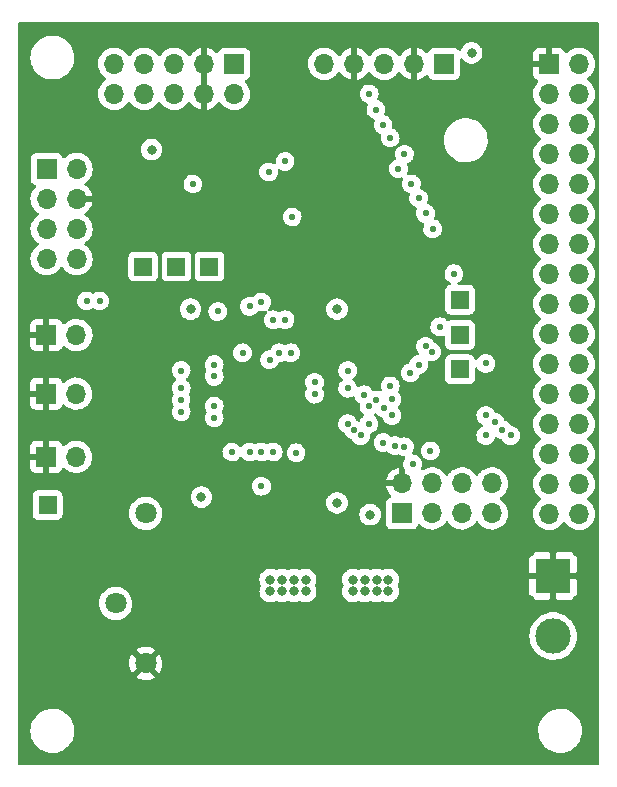
<source format=gbr>
%TF.GenerationSoftware,KiCad,Pcbnew,(6.0.6)*%
%TF.CreationDate,2022-09-22T18:41:47+01:00*%
%TF.ProjectId,ConverterBoard,436f6e76-6572-4746-9572-426f6172642e,rev?*%
%TF.SameCoordinates,Original*%
%TF.FileFunction,Copper,L2,Inr*%
%TF.FilePolarity,Positive*%
%FSLAX46Y46*%
G04 Gerber Fmt 4.6, Leading zero omitted, Abs format (unit mm)*
G04 Created by KiCad (PCBNEW (6.0.6)) date 2022-09-22 18:41:47*
%MOMM*%
%LPD*%
G01*
G04 APERTURE LIST*
%TA.AperFunction,ComponentPad*%
%ADD10R,1.700000X1.700000*%
%TD*%
%TA.AperFunction,ComponentPad*%
%ADD11O,1.700000X1.700000*%
%TD*%
%TA.AperFunction,ComponentPad*%
%ADD12R,1.500000X1.500000*%
%TD*%
%TA.AperFunction,ComponentPad*%
%ADD13R,3.000000X3.000000*%
%TD*%
%TA.AperFunction,ComponentPad*%
%ADD14C,3.000000*%
%TD*%
%TA.AperFunction,ComponentPad*%
%ADD15C,1.800000*%
%TD*%
%TA.AperFunction,ViaPad*%
%ADD16C,0.800000*%
%TD*%
%TA.AperFunction,ViaPad*%
%ADD17C,0.565000*%
%TD*%
G04 APERTURE END LIST*
D10*
%TO.N,GND*%
%TO.C,J3*%
X119975000Y-93950000D03*
D11*
%TO.N,Net-(C3-Pad1)*%
X122515000Y-93950000D03*
%TD*%
D12*
%TO.N,TIM16_CH2*%
%TO.C,TP3*%
X155000000Y-86000000D03*
%TD*%
D11*
%TO.N,SWO*%
%TO.C,ST-LINK1*%
X125730000Y-68580000D03*
%TO.N,unconnected-(ST-LINK1-Pad9)*%
X125730000Y-66040000D03*
%TO.N,+3.3V*%
X128270000Y-68580000D03*
X128270000Y-66040000D03*
%TO.N,SWDCLK*%
X130810000Y-68580000D03*
%TO.N,JTDI*%
X130810000Y-66040000D03*
%TO.N,GND*%
X133350000Y-68580000D03*
X133350000Y-66040000D03*
%TO.N,SWDIO*%
X135890000Y-68580000D03*
D10*
%TO.N,NRST*%
X135890000Y-66040000D03*
%TD*%
D13*
%TO.N,GND*%
%TO.C,J1*%
X162900000Y-109400000D03*
D14*
%TO.N,+5V*%
X162900000Y-114480000D03*
%TD*%
D15*
%TO.N,+3.3VA*%
%TO.C,RV1*%
X128400000Y-104100000D03*
%TO.N,Net-(C4-Pad1)*%
X125860000Y-111720000D03*
%TO.N,GND*%
X128400000Y-116800000D03*
%TD*%
D10*
%TO.N,Net-(ENCODER1-Pad1)*%
%TO.C,ENCODER1*%
X153665000Y-66040000D03*
D11*
%TO.N,GND*%
X151125000Y-66040000D03*
%TO.N,SWO*%
X148585000Y-66040000D03*
%TO.N,GND*%
X146045000Y-66040000D03*
%TO.N,JTDI*%
X143505000Y-66040000D03*
%TD*%
%TO.N,SPI_RESET*%
%TO.C,J8*%
X122550000Y-82560000D03*
%TO.N,SPI_DC*%
X120010000Y-82560000D03*
%TO.N,SPI_CS*%
X122550000Y-80020000D03*
%TO.N,SPI_MOSI*%
X120010000Y-80020000D03*
%TO.N,GND*%
X122550000Y-77480000D03*
%TO.N,SPI_SCK*%
X120010000Y-77480000D03*
%TO.N,+3.3V*%
X122550000Y-74940000D03*
D10*
%TO.N,Net-(J8-Pad1)*%
X120010000Y-74940000D03*
%TD*%
%TO.N,GND*%
%TO.C,J5*%
X119975000Y-99300000D03*
D11*
%TO.N,Net-(C2-Pad1)*%
X122515000Y-99300000D03*
%TD*%
D12*
%TO.N,TIM1_CH1*%
%TO.C,TP1*%
X155000000Y-91900000D03*
%TD*%
%TO.N,TIM4_CH2*%
%TO.C,TP6*%
X128200000Y-83200000D03*
%TD*%
%TO.N,TIM3_CH2*%
%TO.C,TP4*%
X133800000Y-83200000D03*
%TD*%
%TO.N,TIM1_CH2*%
%TO.C,TP2*%
X155000000Y-89000000D03*
%TD*%
%TO.N,COMP1_OUT*%
%TO.C,TP7*%
X120100000Y-103400000D03*
%TD*%
D10*
%TO.N,GND*%
%TO.C,J2*%
X120000000Y-89000000D03*
D11*
%TO.N,Net-(J2-Pad2)*%
X122540000Y-89000000D03*
%TD*%
D12*
%TO.N,TIM8_CH1*%
%TO.C,TP5*%
X131000000Y-83200000D03*
%TD*%
D10*
%TO.N,GND*%
%TO.C,J6*%
X162555000Y-66040000D03*
D11*
%TO.N,+3.3V*%
X165095000Y-66040000D03*
%TO.N,TFT_D1*%
X162555000Y-68580000D03*
%TO.N,TFT_D0*%
X165095000Y-68580000D03*
%TO.N,TFT_D3*%
X162555000Y-71120000D03*
%TO.N,TFT_D2*%
X165095000Y-71120000D03*
%TO.N,TFT_D5*%
X162555000Y-73660000D03*
%TO.N,TFT_D4*%
X165095000Y-73660000D03*
%TO.N,TFT_D7*%
X162555000Y-76200000D03*
%TO.N,TFT_D6*%
X165095000Y-76200000D03*
%TO.N,TFT_D9*%
X162555000Y-78740000D03*
%TO.N,TFT_D8*%
X165095000Y-78740000D03*
%TO.N,TFT_D11*%
X162555000Y-81280000D03*
%TO.N,TFT_D10*%
X165095000Y-81280000D03*
%TO.N,TFT_D13*%
X162555000Y-83820000D03*
%TO.N,TFT_D12*%
X165095000Y-83820000D03*
%TO.N,TFT_D15*%
X162555000Y-86360000D03*
%TO.N,TFT_D14*%
X165095000Y-86360000D03*
%TO.N,TFT_RS*%
X162555000Y-88900000D03*
%TO.N,TFT_CS*%
X165095000Y-88900000D03*
%TO.N,TFT_RD*%
X162555000Y-91440000D03*
%TO.N,TFT_WR*%
X165095000Y-91440000D03*
%TO.N,unconnected-(J6-Pad23)*%
X162555000Y-93980000D03*
%TO.N,TFT_RESET*%
X165095000Y-93980000D03*
%TO.N,unconnected-(J6-Pad25)*%
X162555000Y-96520000D03*
%TO.N,unconnected-(J6-Pad26)*%
X165095000Y-96520000D03*
%TO.N,unconnected-(J6-Pad27)*%
X162555000Y-99060000D03*
%TO.N,unconnected-(J6-Pad28)*%
X165095000Y-99060000D03*
%TO.N,unconnected-(J6-Pad29)*%
X162555000Y-101600000D03*
%TO.N,unconnected-(J6-Pad30)*%
X165095000Y-101600000D03*
%TO.N,unconnected-(J6-Pad31)*%
X162555000Y-104140000D03*
%TO.N,unconnected-(J6-Pad32)*%
X165095000Y-104140000D03*
%TD*%
D10*
%TO.N,+3.3V*%
%TO.C,J7*%
X150100000Y-104100000D03*
D11*
%TO.N,GND*%
X150100000Y-101560000D03*
%TO.N,PB13*%
X152640000Y-104100000D03*
%TO.N,PA5*%
X152640000Y-101560000D03*
%TO.N,PB10*%
X155180000Y-104100000D03*
%TO.N,PA7*%
X155180000Y-101560000D03*
%TO.N,PB0*%
X157720000Y-104100000D03*
%TO.N,PA10*%
X157720000Y-101560000D03*
%TD*%
D16*
%TO.N,GND*%
X141954977Y-101845023D03*
X156000000Y-66900000D03*
%TO.N,+3.3V*%
X156000000Y-65100000D03*
D17*
%TO.N,SPI_CS*%
X124500000Y-86100000D03*
%TO.N,SPI_RESET*%
X123400000Y-86100000D03*
D16*
%TO.N,GND*%
X135200000Y-90350500D03*
D17*
%TO.N,Net-(R6-Pad1)*%
X136600000Y-90500000D03*
D16*
%TO.N,GND*%
X137800000Y-106200000D03*
X119975000Y-96575000D03*
X140000000Y-106200000D03*
X120000000Y-86700000D03*
X133300000Y-70800000D03*
X139400000Y-101900000D03*
X132900000Y-75200000D03*
X142200000Y-106200000D03*
X162900000Y-107200000D03*
X147400000Y-101635000D03*
X160500000Y-109400000D03*
X160900000Y-111400000D03*
X131000000Y-98700000D03*
X146500000Y-86900000D03*
X135600000Y-106200000D03*
X130700000Y-102600000D03*
X162900000Y-111600000D03*
X145900000Y-90600000D03*
X165100000Y-109400000D03*
X164900000Y-111400000D03*
X160900000Y-107400000D03*
X127650000Y-76750000D03*
X130300000Y-86800000D03*
X130985465Y-96739354D03*
X164900000Y-107400000D03*
%TO.N,+3.3V*%
X147945000Y-109695000D03*
X147945000Y-110695000D03*
X147400000Y-104200000D03*
X148945000Y-110695000D03*
X146945000Y-110695000D03*
X141945000Y-109695000D03*
X144600000Y-103200000D03*
X146945000Y-109695000D03*
X145945000Y-110695000D03*
X145945000Y-109695000D03*
X148945000Y-109695000D03*
X141945000Y-110695000D03*
X139945000Y-109695000D03*
X133115201Y-102715201D03*
X138945000Y-109695000D03*
X139945000Y-110695000D03*
X140945000Y-110695000D03*
X132200000Y-86800000D03*
X140945000Y-109695000D03*
X144600000Y-86800000D03*
X138945000Y-110695000D03*
X128900000Y-73300000D03*
D17*
%TO.N,JTDI*%
X140800000Y-79000000D03*
%TO.N,SWDCLK*%
X138800000Y-75200000D03*
%TO.N,SWDIO*%
X140200000Y-74300000D03*
%TO.N,SWO*%
X132400000Y-76200000D03*
%TO.N,TFT_D1*%
X147300000Y-95000000D03*
X147320000Y-68580000D03*
X134200000Y-95000000D03*
%TO.N,TFT_D0*%
X131400000Y-94500000D03*
X147900000Y-69900000D03*
X147900000Y-94500000D03*
%TO.N,TFT_D3*%
X148536043Y-95136043D03*
X134200000Y-96000000D03*
X148500000Y-71200000D03*
%TO.N,TFT_D2*%
X131400000Y-95500000D03*
X149100000Y-93300000D03*
X149100000Y-72300000D03*
%TO.N,TFT_D5*%
X138200000Y-98900000D03*
X150300000Y-73700000D03*
X150300000Y-98449500D03*
%TO.N,TFT_D4*%
X149800000Y-74900000D03*
X148500000Y-98100000D03*
X137200000Y-98900000D03*
%TO.N,TFT_D7*%
X147300000Y-96500000D03*
X150800000Y-92200000D03*
X150900000Y-76200000D03*
%TO.N,TFT_D6*%
X151500000Y-91500000D03*
X151500000Y-77400000D03*
X149250500Y-95800000D03*
%TO.N,TFT_D9*%
X152100000Y-89949500D03*
X146870500Y-94050500D03*
X152100000Y-78700000D03*
%TO.N,TFT_D8*%
X152700000Y-80000000D03*
X152600000Y-90400000D03*
X149234345Y-94437741D03*
%TO.N,TFT_D11*%
X140200000Y-87700000D03*
%TO.N,TFT_D10*%
X140680000Y-90498000D03*
%TO.N,TFT_D13*%
X154500000Y-83800000D03*
X134200000Y-91500000D03*
%TO.N,TFT_D12*%
X139700000Y-90500000D03*
%TO.N,TFT_D15*%
X134200000Y-92500000D03*
%TO.N,TFT_D14*%
X131400000Y-92000000D03*
%TO.N,TFT_RS*%
X158000000Y-96400000D03*
X149500000Y-98350500D03*
%TO.N,TFT_CS*%
X152500000Y-98800500D03*
X158600000Y-97000000D03*
%TO.N,TFT_RD*%
X157200000Y-91400000D03*
X157200000Y-95800000D03*
X146000000Y-97000000D03*
%TO.N,TFT_WR*%
X159300000Y-97500000D03*
X139200000Y-98900000D03*
%TO.N,TFT_RESET*%
X145500000Y-96500000D03*
%TO.N,PB13*%
X146600000Y-97500000D03*
X157200000Y-97500000D03*
%TO.N,PB10*%
X141132155Y-98967845D03*
%TO.N,PB0*%
X138200000Y-101800000D03*
%TO.N,PA10*%
X153300000Y-88300000D03*
X142700000Y-93000000D03*
%TO.N,PA5*%
X135700000Y-98900000D03*
X151000000Y-99900000D03*
%TO.N,SPI_SCK*%
X131400000Y-93500000D03*
%TO.N,SPI_MOSI*%
X138900000Y-91068000D03*
%TO.N,SPI_RESET*%
X134500000Y-87000000D03*
X139200000Y-87700000D03*
%TO.N,Net-(R6-Pad1)*%
X137200000Y-86568000D03*
%TO.N,TIM1_CH1*%
X142700000Y-94000000D03*
%TO.N,TIM1_CH2*%
X145500000Y-93500000D03*
%TO.N,TIM16_CH2*%
X145500000Y-92000000D03*
%TO.N,Net-(ENCODER1-Pad1)*%
X138200000Y-86200000D03*
%TD*%
%TA.AperFunction,Conductor*%
%TO.N,GND*%
G36*
X166733621Y-62503502D02*
G01*
X166780114Y-62557158D01*
X166791500Y-62609500D01*
X166791500Y-125265500D01*
X166771498Y-125333621D01*
X166717842Y-125380114D01*
X166665500Y-125391500D01*
X117719500Y-125391500D01*
X117651379Y-125371498D01*
X117604886Y-125317842D01*
X117593500Y-125265500D01*
X117593500Y-122542277D01*
X118637009Y-122542277D01*
X118662625Y-122810769D01*
X118663710Y-122815203D01*
X118663711Y-122815209D01*
X118725645Y-123068312D01*
X118726731Y-123072750D01*
X118827985Y-123322733D01*
X118964265Y-123555482D01*
X118967118Y-123559049D01*
X119084686Y-123706060D01*
X119132716Y-123766119D01*
X119329809Y-123950234D01*
X119551416Y-124103968D01*
X119555499Y-124105999D01*
X119555502Y-124106001D01*
X119671013Y-124163466D01*
X119792894Y-124224101D01*
X119797228Y-124225522D01*
X119797231Y-124225523D01*
X120044853Y-124306698D01*
X120044859Y-124306699D01*
X120049186Y-124308118D01*
X120053677Y-124308898D01*
X120053678Y-124308898D01*
X120311140Y-124353601D01*
X120311148Y-124353602D01*
X120314921Y-124354257D01*
X120318758Y-124354448D01*
X120398578Y-124358422D01*
X120398586Y-124358422D01*
X120400149Y-124358500D01*
X120568512Y-124358500D01*
X120570780Y-124358335D01*
X120570792Y-124358335D01*
X120701884Y-124348823D01*
X120769004Y-124343953D01*
X120773459Y-124342969D01*
X120773462Y-124342969D01*
X121027912Y-124286791D01*
X121027916Y-124286790D01*
X121032372Y-124285806D01*
X121158480Y-124238028D01*
X121280318Y-124191868D01*
X121280321Y-124191867D01*
X121284588Y-124190250D01*
X121520368Y-124059286D01*
X121734773Y-123895657D01*
X121923312Y-123702792D01*
X122082034Y-123484730D01*
X122165190Y-123326676D01*
X122205490Y-123250079D01*
X122205493Y-123250073D01*
X122207615Y-123246039D01*
X122270378Y-123068312D01*
X122295902Y-122996033D01*
X122295902Y-122996032D01*
X122297425Y-122991720D01*
X122349581Y-122727100D01*
X122358782Y-122542277D01*
X161637009Y-122542277D01*
X161662625Y-122810769D01*
X161663710Y-122815203D01*
X161663711Y-122815209D01*
X161725645Y-123068312D01*
X161726731Y-123072750D01*
X161827985Y-123322733D01*
X161964265Y-123555482D01*
X161967118Y-123559049D01*
X162084686Y-123706060D01*
X162132716Y-123766119D01*
X162329809Y-123950234D01*
X162551416Y-124103968D01*
X162555499Y-124105999D01*
X162555502Y-124106001D01*
X162671013Y-124163466D01*
X162792894Y-124224101D01*
X162797228Y-124225522D01*
X162797231Y-124225523D01*
X163044853Y-124306698D01*
X163044859Y-124306699D01*
X163049186Y-124308118D01*
X163053677Y-124308898D01*
X163053678Y-124308898D01*
X163311140Y-124353601D01*
X163311148Y-124353602D01*
X163314921Y-124354257D01*
X163318758Y-124354448D01*
X163398578Y-124358422D01*
X163398586Y-124358422D01*
X163400149Y-124358500D01*
X163568512Y-124358500D01*
X163570780Y-124358335D01*
X163570792Y-124358335D01*
X163701884Y-124348823D01*
X163769004Y-124343953D01*
X163773459Y-124342969D01*
X163773462Y-124342969D01*
X164027912Y-124286791D01*
X164027916Y-124286790D01*
X164032372Y-124285806D01*
X164158480Y-124238028D01*
X164280318Y-124191868D01*
X164280321Y-124191867D01*
X164284588Y-124190250D01*
X164520368Y-124059286D01*
X164734773Y-123895657D01*
X164923312Y-123702792D01*
X165082034Y-123484730D01*
X165165190Y-123326676D01*
X165205490Y-123250079D01*
X165205493Y-123250073D01*
X165207615Y-123246039D01*
X165270378Y-123068312D01*
X165295902Y-122996033D01*
X165295902Y-122996032D01*
X165297425Y-122991720D01*
X165349581Y-122727100D01*
X165358782Y-122542277D01*
X165362764Y-122462292D01*
X165362764Y-122462286D01*
X165362991Y-122457723D01*
X165337375Y-122189231D01*
X165292042Y-122003967D01*
X165274355Y-121931688D01*
X165273269Y-121927250D01*
X165172015Y-121677267D01*
X165035735Y-121444518D01*
X164917928Y-121297208D01*
X164870136Y-121237447D01*
X164870135Y-121237445D01*
X164867284Y-121233881D01*
X164670191Y-121049766D01*
X164448584Y-120896032D01*
X164444501Y-120894001D01*
X164444498Y-120893999D01*
X164279606Y-120811967D01*
X164207106Y-120775899D01*
X164202772Y-120774478D01*
X164202769Y-120774477D01*
X163955147Y-120693302D01*
X163955141Y-120693301D01*
X163950814Y-120691882D01*
X163946322Y-120691102D01*
X163688860Y-120646399D01*
X163688852Y-120646398D01*
X163685079Y-120645743D01*
X163673817Y-120645182D01*
X163601422Y-120641578D01*
X163601414Y-120641578D01*
X163599851Y-120641500D01*
X163431488Y-120641500D01*
X163429220Y-120641665D01*
X163429208Y-120641665D01*
X163298116Y-120651177D01*
X163230996Y-120656047D01*
X163226541Y-120657031D01*
X163226538Y-120657031D01*
X162972088Y-120713209D01*
X162972084Y-120713210D01*
X162967628Y-120714194D01*
X162841520Y-120761972D01*
X162719682Y-120808132D01*
X162719679Y-120808133D01*
X162715412Y-120809750D01*
X162479632Y-120940714D01*
X162265227Y-121104343D01*
X162076688Y-121297208D01*
X161917966Y-121515270D01*
X161915844Y-121519304D01*
X161794510Y-121749921D01*
X161794507Y-121749927D01*
X161792385Y-121753961D01*
X161790865Y-121758266D01*
X161790863Y-121758270D01*
X161704098Y-122003967D01*
X161702575Y-122008280D01*
X161650419Y-122272900D01*
X161650192Y-122277453D01*
X161650192Y-122277456D01*
X161640991Y-122462292D01*
X161637009Y-122542277D01*
X122358782Y-122542277D01*
X122362764Y-122462292D01*
X122362764Y-122462286D01*
X122362991Y-122457723D01*
X122337375Y-122189231D01*
X122292042Y-122003967D01*
X122274355Y-121931688D01*
X122273269Y-121927250D01*
X122172015Y-121677267D01*
X122035735Y-121444518D01*
X121917928Y-121297208D01*
X121870136Y-121237447D01*
X121870135Y-121237445D01*
X121867284Y-121233881D01*
X121670191Y-121049766D01*
X121448584Y-120896032D01*
X121444501Y-120894001D01*
X121444498Y-120893999D01*
X121279606Y-120811967D01*
X121207106Y-120775899D01*
X121202772Y-120774478D01*
X121202769Y-120774477D01*
X120955147Y-120693302D01*
X120955141Y-120693301D01*
X120950814Y-120691882D01*
X120946322Y-120691102D01*
X120688860Y-120646399D01*
X120688852Y-120646398D01*
X120685079Y-120645743D01*
X120673817Y-120645182D01*
X120601422Y-120641578D01*
X120601414Y-120641578D01*
X120599851Y-120641500D01*
X120431488Y-120641500D01*
X120429220Y-120641665D01*
X120429208Y-120641665D01*
X120298116Y-120651177D01*
X120230996Y-120656047D01*
X120226541Y-120657031D01*
X120226538Y-120657031D01*
X119972088Y-120713209D01*
X119972084Y-120713210D01*
X119967628Y-120714194D01*
X119841520Y-120761972D01*
X119719682Y-120808132D01*
X119719679Y-120808133D01*
X119715412Y-120809750D01*
X119479632Y-120940714D01*
X119265227Y-121104343D01*
X119076688Y-121297208D01*
X118917966Y-121515270D01*
X118915844Y-121519304D01*
X118794510Y-121749921D01*
X118794507Y-121749927D01*
X118792385Y-121753961D01*
X118790865Y-121758266D01*
X118790863Y-121758270D01*
X118704098Y-122003967D01*
X118702575Y-122008280D01*
X118650419Y-122272900D01*
X118650192Y-122277453D01*
X118650192Y-122277456D01*
X118640991Y-122462292D01*
X118637009Y-122542277D01*
X117593500Y-122542277D01*
X117593500Y-117961406D01*
X127603423Y-117961406D01*
X127608704Y-117968461D01*
X127785080Y-118071527D01*
X127794363Y-118075974D01*
X128001003Y-118154883D01*
X128010901Y-118157759D01*
X128227653Y-118201857D01*
X128237883Y-118203076D01*
X128458914Y-118211182D01*
X128469223Y-118210714D01*
X128688623Y-118182608D01*
X128698688Y-118180468D01*
X128910557Y-118116905D01*
X128920152Y-118113144D01*
X129118778Y-118015838D01*
X129127636Y-118010559D01*
X129185097Y-117969572D01*
X129193497Y-117958874D01*
X129186510Y-117945721D01*
X128412811Y-117172021D01*
X128398868Y-117164408D01*
X128397034Y-117164539D01*
X128390420Y-117168790D01*
X127610180Y-117949031D01*
X127603423Y-117961406D01*
X117593500Y-117961406D01*
X117593500Y-116770638D01*
X126987893Y-116770638D01*
X127000627Y-116991468D01*
X127002061Y-117001670D01*
X127050685Y-117217439D01*
X127053773Y-117227292D01*
X127136986Y-117432220D01*
X127141634Y-117441421D01*
X127230097Y-117585781D01*
X127240553Y-117595242D01*
X127249331Y-117591458D01*
X128027979Y-116812811D01*
X128034356Y-116801132D01*
X128764408Y-116801132D01*
X128764539Y-116802966D01*
X128768790Y-116809580D01*
X129546307Y-117587096D01*
X129558313Y-117593652D01*
X129570052Y-117584684D01*
X129608010Y-117531859D01*
X129613321Y-117523020D01*
X129711318Y-117324737D01*
X129715117Y-117315142D01*
X129779415Y-117103517D01*
X129781594Y-117093436D01*
X129810702Y-116872338D01*
X129811221Y-116865663D01*
X129812744Y-116803364D01*
X129812550Y-116796646D01*
X129794279Y-116574400D01*
X129792596Y-116564238D01*
X129738710Y-116349708D01*
X129735389Y-116339953D01*
X129647193Y-116137118D01*
X129642315Y-116128020D01*
X129569224Y-116015038D01*
X129558538Y-116005835D01*
X129548973Y-116010238D01*
X128772021Y-116787189D01*
X128764408Y-116801132D01*
X128034356Y-116801132D01*
X128035592Y-116798868D01*
X128035461Y-116797034D01*
X128031210Y-116790420D01*
X127253862Y-116013073D01*
X127242330Y-116006776D01*
X127230048Y-116016399D01*
X127174467Y-116097877D01*
X127169379Y-116106833D01*
X127076252Y-116307459D01*
X127072689Y-116317146D01*
X127013581Y-116530280D01*
X127011650Y-116540400D01*
X126988145Y-116760349D01*
X126987893Y-116770638D01*
X117593500Y-116770638D01*
X117593500Y-115640711D01*
X127605508Y-115640711D01*
X127612251Y-115653040D01*
X128387189Y-116427979D01*
X128401132Y-116435592D01*
X128402966Y-116435461D01*
X128409580Y-116431210D01*
X129188994Y-115651795D01*
X129196011Y-115638944D01*
X129188237Y-115628274D01*
X129185902Y-115626430D01*
X129177320Y-115620729D01*
X128983678Y-115513833D01*
X128974272Y-115509606D01*
X128765772Y-115435772D01*
X128755809Y-115433140D01*
X128538047Y-115394350D01*
X128527796Y-115393381D01*
X128306616Y-115390679D01*
X128296332Y-115391399D01*
X128077693Y-115424855D01*
X128067666Y-115427244D01*
X127857426Y-115495961D01*
X127847916Y-115499958D01*
X127651725Y-115602089D01*
X127643007Y-115607578D01*
X127613961Y-115629386D01*
X127605508Y-115640711D01*
X117593500Y-115640711D01*
X117593500Y-114458918D01*
X160886917Y-114458918D01*
X160902682Y-114732320D01*
X160903507Y-114736525D01*
X160903508Y-114736533D01*
X160914127Y-114790657D01*
X160955405Y-115001053D01*
X160956792Y-115005103D01*
X160956793Y-115005108D01*
X160977605Y-115065895D01*
X161044112Y-115260144D01*
X161046039Y-115263975D01*
X161126953Y-115424855D01*
X161167160Y-115504799D01*
X161169586Y-115508328D01*
X161169589Y-115508334D01*
X161259356Y-115638944D01*
X161322274Y-115730490D01*
X161506582Y-115933043D01*
X161716675Y-116108707D01*
X161720316Y-116110991D01*
X161945024Y-116251951D01*
X161945028Y-116251953D01*
X161948664Y-116254234D01*
X162016544Y-116284883D01*
X162194345Y-116365164D01*
X162194349Y-116365166D01*
X162198257Y-116366930D01*
X162202377Y-116368150D01*
X162202376Y-116368150D01*
X162456723Y-116443491D01*
X162456727Y-116443492D01*
X162460836Y-116444709D01*
X162465070Y-116445357D01*
X162465075Y-116445358D01*
X162727298Y-116485483D01*
X162727300Y-116485483D01*
X162731540Y-116486132D01*
X162870912Y-116488322D01*
X163001071Y-116490367D01*
X163001077Y-116490367D01*
X163005362Y-116490434D01*
X163277235Y-116457534D01*
X163542127Y-116388041D01*
X163546087Y-116386401D01*
X163546092Y-116386399D01*
X163713282Y-116317146D01*
X163795136Y-116283241D01*
X164031582Y-116145073D01*
X164247089Y-115976094D01*
X164288809Y-115933043D01*
X164434686Y-115782509D01*
X164437669Y-115779431D01*
X164440202Y-115775983D01*
X164440206Y-115775978D01*
X164597257Y-115562178D01*
X164599795Y-115558723D01*
X164601841Y-115554955D01*
X164728418Y-115321830D01*
X164728419Y-115321828D01*
X164730468Y-115318054D01*
X164827269Y-115061877D01*
X164888407Y-114794933D01*
X164912751Y-114522161D01*
X164913193Y-114480000D01*
X164894567Y-114206778D01*
X164839032Y-113938612D01*
X164747617Y-113680465D01*
X164622013Y-113437112D01*
X164612040Y-113422921D01*
X164467008Y-113216562D01*
X164464545Y-113213057D01*
X164361755Y-113102442D01*
X164281046Y-113015588D01*
X164281043Y-113015585D01*
X164278125Y-113012445D01*
X164274810Y-113009731D01*
X164274806Y-113009728D01*
X164069523Y-112841706D01*
X164066205Y-112838990D01*
X163832704Y-112695901D01*
X163828768Y-112694173D01*
X163585873Y-112587549D01*
X163585869Y-112587548D01*
X163581945Y-112585825D01*
X163318566Y-112510800D01*
X163314324Y-112510196D01*
X163314318Y-112510195D01*
X163113834Y-112481662D01*
X163047443Y-112472213D01*
X162903589Y-112471460D01*
X162777877Y-112470802D01*
X162777871Y-112470802D01*
X162773591Y-112470780D01*
X162769347Y-112471339D01*
X162769343Y-112471339D01*
X162650302Y-112487011D01*
X162502078Y-112506525D01*
X162497938Y-112507658D01*
X162497936Y-112507658D01*
X162425008Y-112527609D01*
X162237928Y-112578788D01*
X162233980Y-112580472D01*
X161989982Y-112684546D01*
X161989978Y-112684548D01*
X161986030Y-112686232D01*
X161907742Y-112733086D01*
X161754725Y-112824664D01*
X161754721Y-112824667D01*
X161751043Y-112826868D01*
X161537318Y-112998094D01*
X161348808Y-113196742D01*
X161189002Y-113419136D01*
X161060857Y-113661161D01*
X161059385Y-113665184D01*
X161059383Y-113665188D01*
X161052314Y-113684506D01*
X160966743Y-113918337D01*
X160908404Y-114185907D01*
X160886917Y-114458918D01*
X117593500Y-114458918D01*
X117593500Y-111685469D01*
X124447095Y-111685469D01*
X124447392Y-111690622D01*
X124447392Y-111690625D01*
X124453067Y-111789041D01*
X124460427Y-111916697D01*
X124461564Y-111921743D01*
X124461565Y-111921749D01*
X124493741Y-112064523D01*
X124511346Y-112142642D01*
X124513288Y-112147424D01*
X124513289Y-112147428D01*
X124596540Y-112352450D01*
X124598484Y-112357237D01*
X124719501Y-112554719D01*
X124871147Y-112729784D01*
X125049349Y-112877730D01*
X125249322Y-112994584D01*
X125254147Y-112996426D01*
X125254148Y-112996427D01*
X125266647Y-113001200D01*
X125465694Y-113077209D01*
X125470760Y-113078240D01*
X125470761Y-113078240D01*
X125523846Y-113089040D01*
X125692656Y-113123385D01*
X125823324Y-113128176D01*
X125918949Y-113131683D01*
X125918953Y-113131683D01*
X125924113Y-113131872D01*
X125929233Y-113131216D01*
X125929235Y-113131216D01*
X126002270Y-113121860D01*
X126153847Y-113102442D01*
X126158795Y-113100957D01*
X126158802Y-113100956D01*
X126370747Y-113037369D01*
X126375690Y-113035886D01*
X126380324Y-113033616D01*
X126579049Y-112936262D01*
X126579052Y-112936260D01*
X126583684Y-112933991D01*
X126772243Y-112799494D01*
X126936303Y-112636005D01*
X127071458Y-112447917D01*
X127118641Y-112352450D01*
X127171784Y-112244922D01*
X127171785Y-112244920D01*
X127174078Y-112240280D01*
X127241408Y-112018671D01*
X127271640Y-111789041D01*
X127273327Y-111720000D01*
X127263636Y-111602128D01*
X127254773Y-111494318D01*
X127254772Y-111494312D01*
X127254349Y-111489167D01*
X127197925Y-111264533D01*
X127194095Y-111255724D01*
X127107630Y-111056868D01*
X127107628Y-111056865D01*
X127105570Y-111052131D01*
X126979764Y-110857665D01*
X126831751Y-110695000D01*
X138031496Y-110695000D01*
X138032186Y-110701565D01*
X138048593Y-110857665D01*
X138051458Y-110884928D01*
X138110473Y-111066556D01*
X138205960Y-111231944D01*
X138210378Y-111236851D01*
X138210379Y-111236852D01*
X138239815Y-111269544D01*
X138333747Y-111373866D01*
X138432843Y-111445864D01*
X138445651Y-111455169D01*
X138488248Y-111486118D01*
X138494276Y-111488802D01*
X138494278Y-111488803D01*
X138656681Y-111561109D01*
X138662712Y-111563794D01*
X138756113Y-111583647D01*
X138843056Y-111602128D01*
X138843061Y-111602128D01*
X138849513Y-111603500D01*
X139040487Y-111603500D01*
X139046939Y-111602128D01*
X139046944Y-111602128D01*
X139133887Y-111583647D01*
X139227288Y-111563794D01*
X139393752Y-111489680D01*
X139464118Y-111480246D01*
X139496247Y-111489680D01*
X139662712Y-111563794D01*
X139756113Y-111583647D01*
X139843056Y-111602128D01*
X139843061Y-111602128D01*
X139849513Y-111603500D01*
X140040487Y-111603500D01*
X140046939Y-111602128D01*
X140046944Y-111602128D01*
X140133887Y-111583647D01*
X140227288Y-111563794D01*
X140393752Y-111489680D01*
X140464118Y-111480246D01*
X140496247Y-111489680D01*
X140662712Y-111563794D01*
X140756113Y-111583647D01*
X140843056Y-111602128D01*
X140843061Y-111602128D01*
X140849513Y-111603500D01*
X141040487Y-111603500D01*
X141046939Y-111602128D01*
X141046944Y-111602128D01*
X141133887Y-111583647D01*
X141227288Y-111563794D01*
X141393752Y-111489680D01*
X141464118Y-111480246D01*
X141496247Y-111489680D01*
X141662712Y-111563794D01*
X141756113Y-111583647D01*
X141843056Y-111602128D01*
X141843061Y-111602128D01*
X141849513Y-111603500D01*
X142040487Y-111603500D01*
X142046939Y-111602128D01*
X142046944Y-111602128D01*
X142133887Y-111583647D01*
X142227288Y-111563794D01*
X142233319Y-111561109D01*
X142395722Y-111488803D01*
X142395724Y-111488802D01*
X142401752Y-111486118D01*
X142444350Y-111455169D01*
X142457157Y-111445864D01*
X142556253Y-111373866D01*
X142650185Y-111269544D01*
X142679621Y-111236852D01*
X142679622Y-111236851D01*
X142684040Y-111231944D01*
X142779527Y-111066556D01*
X142838542Y-110884928D01*
X142841408Y-110857665D01*
X142857814Y-110701565D01*
X142858504Y-110695000D01*
X145031496Y-110695000D01*
X145032186Y-110701565D01*
X145048593Y-110857665D01*
X145051458Y-110884928D01*
X145110473Y-111066556D01*
X145205960Y-111231944D01*
X145210378Y-111236851D01*
X145210379Y-111236852D01*
X145239815Y-111269544D01*
X145333747Y-111373866D01*
X145432843Y-111445864D01*
X145445651Y-111455169D01*
X145488248Y-111486118D01*
X145494276Y-111488802D01*
X145494278Y-111488803D01*
X145656681Y-111561109D01*
X145662712Y-111563794D01*
X145756113Y-111583647D01*
X145843056Y-111602128D01*
X145843061Y-111602128D01*
X145849513Y-111603500D01*
X146040487Y-111603500D01*
X146046939Y-111602128D01*
X146046944Y-111602128D01*
X146133887Y-111583647D01*
X146227288Y-111563794D01*
X146393752Y-111489680D01*
X146464118Y-111480246D01*
X146496247Y-111489680D01*
X146662712Y-111563794D01*
X146756113Y-111583647D01*
X146843056Y-111602128D01*
X146843061Y-111602128D01*
X146849513Y-111603500D01*
X147040487Y-111603500D01*
X147046939Y-111602128D01*
X147046944Y-111602128D01*
X147133887Y-111583647D01*
X147227288Y-111563794D01*
X147393752Y-111489680D01*
X147464118Y-111480246D01*
X147496247Y-111489680D01*
X147662712Y-111563794D01*
X147756113Y-111583647D01*
X147843056Y-111602128D01*
X147843061Y-111602128D01*
X147849513Y-111603500D01*
X148040487Y-111603500D01*
X148046939Y-111602128D01*
X148046944Y-111602128D01*
X148133887Y-111583647D01*
X148227288Y-111563794D01*
X148393752Y-111489680D01*
X148464118Y-111480246D01*
X148496247Y-111489680D01*
X148662712Y-111563794D01*
X148756113Y-111583647D01*
X148843056Y-111602128D01*
X148843061Y-111602128D01*
X148849513Y-111603500D01*
X149040487Y-111603500D01*
X149046939Y-111602128D01*
X149046944Y-111602128D01*
X149133887Y-111583647D01*
X149227288Y-111563794D01*
X149233319Y-111561109D01*
X149395722Y-111488803D01*
X149395724Y-111488802D01*
X149401752Y-111486118D01*
X149444350Y-111455169D01*
X149457157Y-111445864D01*
X149556253Y-111373866D01*
X149650185Y-111269544D01*
X149679621Y-111236852D01*
X149679622Y-111236851D01*
X149684040Y-111231944D01*
X149779527Y-111066556D01*
X149819131Y-110944669D01*
X160892001Y-110944669D01*
X160892371Y-110951490D01*
X160897895Y-111002352D01*
X160901521Y-111017604D01*
X160946676Y-111138054D01*
X160955214Y-111153649D01*
X161031715Y-111255724D01*
X161044276Y-111268285D01*
X161146351Y-111344786D01*
X161161946Y-111353324D01*
X161282394Y-111398478D01*
X161297649Y-111402105D01*
X161348514Y-111407631D01*
X161355328Y-111408000D01*
X162627885Y-111408000D01*
X162643124Y-111403525D01*
X162644329Y-111402135D01*
X162646000Y-111394452D01*
X162646000Y-111389884D01*
X163154000Y-111389884D01*
X163158475Y-111405123D01*
X163159865Y-111406328D01*
X163167548Y-111407999D01*
X164444669Y-111407999D01*
X164451490Y-111407629D01*
X164502352Y-111402105D01*
X164517604Y-111398479D01*
X164638054Y-111353324D01*
X164653649Y-111344786D01*
X164755724Y-111268285D01*
X164768285Y-111255724D01*
X164844786Y-111153649D01*
X164853324Y-111138054D01*
X164898478Y-111017606D01*
X164902105Y-111002351D01*
X164907631Y-110951486D01*
X164908000Y-110944672D01*
X164908000Y-109672115D01*
X164903525Y-109656876D01*
X164902135Y-109655671D01*
X164894452Y-109654000D01*
X163172115Y-109654000D01*
X163156876Y-109658475D01*
X163155671Y-109659865D01*
X163154000Y-109667548D01*
X163154000Y-111389884D01*
X162646000Y-111389884D01*
X162646000Y-109672115D01*
X162641525Y-109656876D01*
X162640135Y-109655671D01*
X162632452Y-109654000D01*
X160910116Y-109654000D01*
X160894877Y-109658475D01*
X160893672Y-109659865D01*
X160892001Y-109667548D01*
X160892001Y-110944669D01*
X149819131Y-110944669D01*
X149838542Y-110884928D01*
X149841408Y-110857665D01*
X149857814Y-110701565D01*
X149858504Y-110695000D01*
X149842845Y-110546011D01*
X149839232Y-110511635D01*
X149839232Y-110511633D01*
X149838542Y-110505072D01*
X149779527Y-110323444D01*
X149773989Y-110313851D01*
X149741743Y-110258000D01*
X149725005Y-110189005D01*
X149741743Y-110132000D01*
X149776223Y-110072279D01*
X149776224Y-110072278D01*
X149779527Y-110066556D01*
X149838542Y-109884928D01*
X149858504Y-109695000D01*
X149838542Y-109505072D01*
X149779527Y-109323444D01*
X149684040Y-109158056D01*
X149669156Y-109141525D01*
X149656874Y-109127885D01*
X160892000Y-109127885D01*
X160896475Y-109143124D01*
X160897865Y-109144329D01*
X160905548Y-109146000D01*
X162627885Y-109146000D01*
X162643124Y-109141525D01*
X162644329Y-109140135D01*
X162646000Y-109132452D01*
X162646000Y-109127885D01*
X163154000Y-109127885D01*
X163158475Y-109143124D01*
X163159865Y-109144329D01*
X163167548Y-109146000D01*
X164889884Y-109146000D01*
X164905123Y-109141525D01*
X164906328Y-109140135D01*
X164907999Y-109132452D01*
X164907999Y-107855331D01*
X164907629Y-107848510D01*
X164902105Y-107797648D01*
X164898479Y-107782396D01*
X164853324Y-107661946D01*
X164844786Y-107646351D01*
X164768285Y-107544276D01*
X164755724Y-107531715D01*
X164653649Y-107455214D01*
X164638054Y-107446676D01*
X164517606Y-107401522D01*
X164502351Y-107397895D01*
X164451486Y-107392369D01*
X164444672Y-107392000D01*
X163172115Y-107392000D01*
X163156876Y-107396475D01*
X163155671Y-107397865D01*
X163154000Y-107405548D01*
X163154000Y-109127885D01*
X162646000Y-109127885D01*
X162646000Y-107410116D01*
X162641525Y-107394877D01*
X162640135Y-107393672D01*
X162632452Y-107392001D01*
X161355331Y-107392001D01*
X161348510Y-107392371D01*
X161297648Y-107397895D01*
X161282396Y-107401521D01*
X161161946Y-107446676D01*
X161146351Y-107455214D01*
X161044276Y-107531715D01*
X161031715Y-107544276D01*
X160955214Y-107646351D01*
X160946676Y-107661946D01*
X160901522Y-107782394D01*
X160897895Y-107797649D01*
X160892369Y-107848514D01*
X160892000Y-107855328D01*
X160892000Y-109127885D01*
X149656874Y-109127885D01*
X149560675Y-109021045D01*
X149560674Y-109021044D01*
X149556253Y-109016134D01*
X149457157Y-108944136D01*
X149407094Y-108907763D01*
X149407093Y-108907762D01*
X149401752Y-108903882D01*
X149395724Y-108901198D01*
X149395722Y-108901197D01*
X149233319Y-108828891D01*
X149233318Y-108828891D01*
X149227288Y-108826206D01*
X149133887Y-108806353D01*
X149046944Y-108787872D01*
X149046939Y-108787872D01*
X149040487Y-108786500D01*
X148849513Y-108786500D01*
X148843061Y-108787872D01*
X148843056Y-108787872D01*
X148756113Y-108806353D01*
X148662712Y-108826206D01*
X148496248Y-108900320D01*
X148425882Y-108909754D01*
X148393753Y-108900320D01*
X148227288Y-108826206D01*
X148133887Y-108806353D01*
X148046944Y-108787872D01*
X148046939Y-108787872D01*
X148040487Y-108786500D01*
X147849513Y-108786500D01*
X147843061Y-108787872D01*
X147843056Y-108787872D01*
X147756113Y-108806353D01*
X147662712Y-108826206D01*
X147496248Y-108900320D01*
X147425882Y-108909754D01*
X147393753Y-108900320D01*
X147227288Y-108826206D01*
X147133887Y-108806353D01*
X147046944Y-108787872D01*
X147046939Y-108787872D01*
X147040487Y-108786500D01*
X146849513Y-108786500D01*
X146843061Y-108787872D01*
X146843056Y-108787872D01*
X146756113Y-108806353D01*
X146662712Y-108826206D01*
X146496248Y-108900320D01*
X146425882Y-108909754D01*
X146393753Y-108900320D01*
X146227288Y-108826206D01*
X146133887Y-108806353D01*
X146046944Y-108787872D01*
X146046939Y-108787872D01*
X146040487Y-108786500D01*
X145849513Y-108786500D01*
X145843061Y-108787872D01*
X145843056Y-108787872D01*
X145756113Y-108806353D01*
X145662712Y-108826206D01*
X145656682Y-108828891D01*
X145656681Y-108828891D01*
X145494278Y-108901197D01*
X145494276Y-108901198D01*
X145488248Y-108903882D01*
X145482907Y-108907762D01*
X145482906Y-108907763D01*
X145432843Y-108944136D01*
X145333747Y-109016134D01*
X145329326Y-109021044D01*
X145329325Y-109021045D01*
X145220845Y-109141525D01*
X145205960Y-109158056D01*
X145110473Y-109323444D01*
X145051458Y-109505072D01*
X145031496Y-109695000D01*
X145051458Y-109884928D01*
X145110473Y-110066556D01*
X145113776Y-110072278D01*
X145113777Y-110072279D01*
X145148257Y-110132000D01*
X145164995Y-110200995D01*
X145148257Y-110258000D01*
X145116012Y-110313851D01*
X145110473Y-110323444D01*
X145051458Y-110505072D01*
X145050768Y-110511633D01*
X145050768Y-110511635D01*
X145047155Y-110546011D01*
X145031496Y-110695000D01*
X142858504Y-110695000D01*
X142842845Y-110546011D01*
X142839232Y-110511635D01*
X142839232Y-110511633D01*
X142838542Y-110505072D01*
X142779527Y-110323444D01*
X142773989Y-110313851D01*
X142741743Y-110258000D01*
X142725005Y-110189005D01*
X142741743Y-110132000D01*
X142776223Y-110072279D01*
X142776224Y-110072278D01*
X142779527Y-110066556D01*
X142838542Y-109884928D01*
X142858504Y-109695000D01*
X142838542Y-109505072D01*
X142779527Y-109323444D01*
X142684040Y-109158056D01*
X142669156Y-109141525D01*
X142560675Y-109021045D01*
X142560674Y-109021044D01*
X142556253Y-109016134D01*
X142457157Y-108944136D01*
X142407094Y-108907763D01*
X142407093Y-108907762D01*
X142401752Y-108903882D01*
X142395724Y-108901198D01*
X142395722Y-108901197D01*
X142233319Y-108828891D01*
X142233318Y-108828891D01*
X142227288Y-108826206D01*
X142133887Y-108806353D01*
X142046944Y-108787872D01*
X142046939Y-108787872D01*
X142040487Y-108786500D01*
X141849513Y-108786500D01*
X141843061Y-108787872D01*
X141843056Y-108787872D01*
X141756113Y-108806353D01*
X141662712Y-108826206D01*
X141496248Y-108900320D01*
X141425882Y-108909754D01*
X141393753Y-108900320D01*
X141227288Y-108826206D01*
X141133887Y-108806353D01*
X141046944Y-108787872D01*
X141046939Y-108787872D01*
X141040487Y-108786500D01*
X140849513Y-108786500D01*
X140843061Y-108787872D01*
X140843056Y-108787872D01*
X140756113Y-108806353D01*
X140662712Y-108826206D01*
X140496248Y-108900320D01*
X140425882Y-108909754D01*
X140393753Y-108900320D01*
X140227288Y-108826206D01*
X140133887Y-108806353D01*
X140046944Y-108787872D01*
X140046939Y-108787872D01*
X140040487Y-108786500D01*
X139849513Y-108786500D01*
X139843061Y-108787872D01*
X139843056Y-108787872D01*
X139756113Y-108806353D01*
X139662712Y-108826206D01*
X139496248Y-108900320D01*
X139425882Y-108909754D01*
X139393753Y-108900320D01*
X139227288Y-108826206D01*
X139133887Y-108806353D01*
X139046944Y-108787872D01*
X139046939Y-108787872D01*
X139040487Y-108786500D01*
X138849513Y-108786500D01*
X138843061Y-108787872D01*
X138843056Y-108787872D01*
X138756113Y-108806353D01*
X138662712Y-108826206D01*
X138656682Y-108828891D01*
X138656681Y-108828891D01*
X138494278Y-108901197D01*
X138494276Y-108901198D01*
X138488248Y-108903882D01*
X138482907Y-108907762D01*
X138482906Y-108907763D01*
X138432843Y-108944136D01*
X138333747Y-109016134D01*
X138329326Y-109021044D01*
X138329325Y-109021045D01*
X138220845Y-109141525D01*
X138205960Y-109158056D01*
X138110473Y-109323444D01*
X138051458Y-109505072D01*
X138031496Y-109695000D01*
X138051458Y-109884928D01*
X138110473Y-110066556D01*
X138113776Y-110072278D01*
X138113777Y-110072279D01*
X138148257Y-110132000D01*
X138164995Y-110200995D01*
X138148257Y-110258000D01*
X138116012Y-110313851D01*
X138110473Y-110323444D01*
X138051458Y-110505072D01*
X138050768Y-110511633D01*
X138050768Y-110511635D01*
X138047155Y-110546011D01*
X138031496Y-110695000D01*
X126831751Y-110695000D01*
X126823887Y-110686358D01*
X126819836Y-110683159D01*
X126819832Y-110683155D01*
X126646177Y-110546011D01*
X126646172Y-110546008D01*
X126642123Y-110542810D01*
X126637607Y-110540317D01*
X126637604Y-110540315D01*
X126443879Y-110433373D01*
X126443875Y-110433371D01*
X126439355Y-110430876D01*
X126434486Y-110429152D01*
X126434482Y-110429150D01*
X126225903Y-110355288D01*
X126225899Y-110355287D01*
X126221028Y-110353562D01*
X126215935Y-110352655D01*
X126215932Y-110352654D01*
X125998095Y-110313851D01*
X125998089Y-110313850D01*
X125993006Y-110312945D01*
X125920096Y-110312054D01*
X125766581Y-110310179D01*
X125766579Y-110310179D01*
X125761411Y-110310116D01*
X125532464Y-110345150D01*
X125312314Y-110417106D01*
X125307726Y-110419494D01*
X125307722Y-110419496D01*
X125281065Y-110433373D01*
X125106872Y-110524052D01*
X125102739Y-110527155D01*
X125102736Y-110527157D01*
X125077625Y-110546011D01*
X124921655Y-110663117D01*
X124761639Y-110830564D01*
X124758725Y-110834836D01*
X124758724Y-110834837D01*
X124743152Y-110857665D01*
X124631119Y-111021899D01*
X124533602Y-111231981D01*
X124471707Y-111455169D01*
X124447095Y-111685469D01*
X117593500Y-111685469D01*
X117593500Y-104198134D01*
X118841500Y-104198134D01*
X118848255Y-104260316D01*
X118899385Y-104396705D01*
X118986739Y-104513261D01*
X119103295Y-104600615D01*
X119239684Y-104651745D01*
X119301866Y-104658500D01*
X120898134Y-104658500D01*
X120960316Y-104651745D01*
X121096705Y-104600615D01*
X121213261Y-104513261D01*
X121300615Y-104396705D01*
X121351745Y-104260316D01*
X121358500Y-104198134D01*
X121358500Y-104065469D01*
X126987095Y-104065469D01*
X126987392Y-104070622D01*
X126987392Y-104070625D01*
X126995230Y-104206565D01*
X127000427Y-104296697D01*
X127001564Y-104301743D01*
X127001565Y-104301749D01*
X127024584Y-104403891D01*
X127051346Y-104522642D01*
X127053288Y-104527424D01*
X127053289Y-104527428D01*
X127136043Y-104731226D01*
X127138484Y-104737237D01*
X127259501Y-104934719D01*
X127411147Y-105109784D01*
X127515844Y-105196705D01*
X127584046Y-105253327D01*
X127589349Y-105257730D01*
X127789322Y-105374584D01*
X127794147Y-105376426D01*
X127794148Y-105376427D01*
X127857490Y-105400615D01*
X128005694Y-105457209D01*
X128010760Y-105458240D01*
X128010761Y-105458240D01*
X128012039Y-105458500D01*
X128232656Y-105503385D01*
X128363324Y-105508176D01*
X128458949Y-105511683D01*
X128458953Y-105511683D01*
X128464113Y-105511872D01*
X128469233Y-105511216D01*
X128469235Y-105511216D01*
X128548224Y-105501097D01*
X128693847Y-105482442D01*
X128698795Y-105480957D01*
X128698802Y-105480956D01*
X128910747Y-105417369D01*
X128915690Y-105415886D01*
X128926356Y-105410661D01*
X129119049Y-105316262D01*
X129119052Y-105316260D01*
X129123684Y-105313991D01*
X129312243Y-105179494D01*
X129476303Y-105016005D01*
X129611458Y-104827917D01*
X129631372Y-104787625D01*
X129711784Y-104624922D01*
X129711785Y-104624920D01*
X129714078Y-104620280D01*
X129781408Y-104398671D01*
X129807564Y-104200000D01*
X146486496Y-104200000D01*
X146506458Y-104389928D01*
X146565473Y-104571556D01*
X146568776Y-104577278D01*
X146568777Y-104577279D01*
X146582250Y-104600615D01*
X146660960Y-104736944D01*
X146665378Y-104741851D01*
X146665379Y-104741852D01*
X146738695Y-104823278D01*
X146788747Y-104878866D01*
X146830209Y-104908990D01*
X146937769Y-104987137D01*
X146943248Y-104991118D01*
X146949276Y-104993802D01*
X146949278Y-104993803D01*
X147081025Y-105052460D01*
X147117712Y-105068794D01*
X147211112Y-105088647D01*
X147298056Y-105107128D01*
X147298061Y-105107128D01*
X147304513Y-105108500D01*
X147495487Y-105108500D01*
X147501939Y-105107128D01*
X147501944Y-105107128D01*
X147588888Y-105088647D01*
X147682288Y-105068794D01*
X147718975Y-105052460D01*
X147850722Y-104993803D01*
X147850724Y-104993802D01*
X147856752Y-104991118D01*
X147862232Y-104987137D01*
X147969791Y-104908990D01*
X148011253Y-104878866D01*
X148061305Y-104823278D01*
X148134621Y-104741852D01*
X148134622Y-104741851D01*
X148139040Y-104736944D01*
X148217750Y-104600615D01*
X148231223Y-104577279D01*
X148231224Y-104577278D01*
X148234527Y-104571556D01*
X148293542Y-104389928D01*
X148313504Y-104200000D01*
X148309640Y-104163240D01*
X148294232Y-104016635D01*
X148294232Y-104016633D01*
X148293542Y-104010072D01*
X148234527Y-103828444D01*
X148139040Y-103663056D01*
X148132646Y-103655954D01*
X148015675Y-103526045D01*
X148015674Y-103526044D01*
X148011253Y-103521134D01*
X147895271Y-103436868D01*
X147862094Y-103412763D01*
X147862093Y-103412762D01*
X147856752Y-103408882D01*
X147850724Y-103406198D01*
X147850722Y-103406197D01*
X147688319Y-103333891D01*
X147688318Y-103333891D01*
X147682288Y-103331206D01*
X147588888Y-103311353D01*
X147501944Y-103292872D01*
X147501939Y-103292872D01*
X147495487Y-103291500D01*
X147304513Y-103291500D01*
X147298061Y-103292872D01*
X147298056Y-103292872D01*
X147211112Y-103311353D01*
X147117712Y-103331206D01*
X147111682Y-103333891D01*
X147111681Y-103333891D01*
X146949278Y-103406197D01*
X146949276Y-103406198D01*
X146943248Y-103408882D01*
X146937907Y-103412762D01*
X146937906Y-103412763D01*
X146904729Y-103436868D01*
X146788747Y-103521134D01*
X146784326Y-103526044D01*
X146784325Y-103526045D01*
X146667355Y-103655954D01*
X146660960Y-103663056D01*
X146565473Y-103828444D01*
X146506458Y-104010072D01*
X146505768Y-104016633D01*
X146505768Y-104016635D01*
X146490360Y-104163240D01*
X146486496Y-104200000D01*
X129807564Y-104200000D01*
X129811640Y-104169041D01*
X129811782Y-104163240D01*
X129813245Y-104103365D01*
X129813245Y-104103361D01*
X129813327Y-104100000D01*
X129798736Y-103922522D01*
X129794773Y-103874318D01*
X129794772Y-103874312D01*
X129794349Y-103869167D01*
X129745401Y-103674297D01*
X129739184Y-103649544D01*
X129739183Y-103649540D01*
X129737925Y-103644533D01*
X129728867Y-103623701D01*
X129647630Y-103436868D01*
X129647628Y-103436865D01*
X129645570Y-103432131D01*
X129519764Y-103237665D01*
X129487190Y-103201866D01*
X129453702Y-103165064D01*
X129363887Y-103066358D01*
X129359836Y-103063159D01*
X129359832Y-103063155D01*
X129186177Y-102926011D01*
X129186172Y-102926008D01*
X129182123Y-102922810D01*
X129177607Y-102920317D01*
X129177604Y-102920315D01*
X128983879Y-102813373D01*
X128983875Y-102813371D01*
X128979355Y-102810876D01*
X128974486Y-102809152D01*
X128974482Y-102809150D01*
X128765903Y-102735288D01*
X128765899Y-102735287D01*
X128761028Y-102733562D01*
X128755935Y-102732655D01*
X128755932Y-102732654D01*
X128657952Y-102715201D01*
X132201697Y-102715201D01*
X132202387Y-102721766D01*
X132220767Y-102896638D01*
X132221659Y-102905129D01*
X132280674Y-103086757D01*
X132283977Y-103092479D01*
X132283978Y-103092480D01*
X132301162Y-103122243D01*
X132376161Y-103252145D01*
X132503948Y-103394067D01*
X132598001Y-103462401D01*
X132650564Y-103500590D01*
X132658449Y-103506319D01*
X132664477Y-103509003D01*
X132664479Y-103509004D01*
X132826882Y-103581310D01*
X132832913Y-103583995D01*
X132926314Y-103603848D01*
X133013257Y-103622329D01*
X133013262Y-103622329D01*
X133019714Y-103623701D01*
X133210688Y-103623701D01*
X133217140Y-103622329D01*
X133217145Y-103622329D01*
X133304089Y-103603848D01*
X133397489Y-103583995D01*
X133403520Y-103581310D01*
X133565923Y-103509004D01*
X133565925Y-103509003D01*
X133571953Y-103506319D01*
X133579839Y-103500590D01*
X133632401Y-103462401D01*
X133726454Y-103394067D01*
X133854241Y-103252145D01*
X133884347Y-103200000D01*
X143686496Y-103200000D01*
X143706458Y-103389928D01*
X143765473Y-103571556D01*
X143860960Y-103736944D01*
X143988747Y-103878866D01*
X144143248Y-103991118D01*
X144149276Y-103993802D01*
X144149278Y-103993803D01*
X144200560Y-104016635D01*
X144317712Y-104068794D01*
X144411113Y-104088647D01*
X144498056Y-104107128D01*
X144498061Y-104107128D01*
X144504513Y-104108500D01*
X144695487Y-104108500D01*
X144701939Y-104107128D01*
X144701944Y-104107128D01*
X144788887Y-104088647D01*
X144882288Y-104068794D01*
X144999440Y-104016635D01*
X145050722Y-103993803D01*
X145050724Y-103993802D01*
X145056752Y-103991118D01*
X145211253Y-103878866D01*
X145339040Y-103736944D01*
X145434527Y-103571556D01*
X145493542Y-103389928D01*
X145513504Y-103200000D01*
X145507920Y-103146870D01*
X145494232Y-103016635D01*
X145494232Y-103016633D01*
X145493542Y-103010072D01*
X145434527Y-102828444D01*
X145424522Y-102811114D01*
X145379747Y-102733562D01*
X145339040Y-102663056D01*
X145319337Y-102641173D01*
X145215675Y-102526045D01*
X145215674Y-102526044D01*
X145211253Y-102521134D01*
X145056752Y-102408882D01*
X145050724Y-102406198D01*
X145050722Y-102406197D01*
X144888319Y-102333891D01*
X144888318Y-102333891D01*
X144882288Y-102331206D01*
X144788888Y-102311353D01*
X144701944Y-102292872D01*
X144701939Y-102292872D01*
X144695487Y-102291500D01*
X144504513Y-102291500D01*
X144498061Y-102292872D01*
X144498056Y-102292872D01*
X144411112Y-102311353D01*
X144317712Y-102331206D01*
X144311682Y-102333891D01*
X144311681Y-102333891D01*
X144149278Y-102406197D01*
X144149276Y-102406198D01*
X144143248Y-102408882D01*
X143988747Y-102521134D01*
X143984326Y-102526044D01*
X143984325Y-102526045D01*
X143880664Y-102641173D01*
X143860960Y-102663056D01*
X143820253Y-102733562D01*
X143775479Y-102811114D01*
X143765473Y-102828444D01*
X143706458Y-103010072D01*
X143705768Y-103016633D01*
X143705768Y-103016635D01*
X143692080Y-103146870D01*
X143686496Y-103200000D01*
X133884347Y-103200000D01*
X133929240Y-103122243D01*
X133946424Y-103092480D01*
X133946425Y-103092479D01*
X133949728Y-103086757D01*
X134008743Y-102905129D01*
X134009636Y-102896638D01*
X134028015Y-102721766D01*
X134028705Y-102715201D01*
X134026075Y-102690179D01*
X134009433Y-102531836D01*
X134009433Y-102531834D01*
X134008743Y-102525273D01*
X133949728Y-102343645D01*
X133928568Y-102306994D01*
X133877973Y-102219362D01*
X133854241Y-102178257D01*
X133789589Y-102106453D01*
X133730876Y-102041246D01*
X133730875Y-102041245D01*
X133726454Y-102036335D01*
X133571953Y-101924083D01*
X133565925Y-101921399D01*
X133565923Y-101921398D01*
X133403520Y-101849092D01*
X133403519Y-101849092D01*
X133397489Y-101846407D01*
X133302183Y-101826149D01*
X133217145Y-101808073D01*
X133217140Y-101808073D01*
X133210688Y-101806701D01*
X133019714Y-101806701D01*
X133013262Y-101808073D01*
X133013257Y-101808073D01*
X132928219Y-101826149D01*
X132832913Y-101846407D01*
X132826883Y-101849092D01*
X132826882Y-101849092D01*
X132664479Y-101921398D01*
X132664477Y-101921399D01*
X132658449Y-101924083D01*
X132503948Y-102036335D01*
X132499527Y-102041245D01*
X132499526Y-102041246D01*
X132440814Y-102106453D01*
X132376161Y-102178257D01*
X132352429Y-102219362D01*
X132301835Y-102306994D01*
X132280674Y-102343645D01*
X132221659Y-102525273D01*
X132220969Y-102531834D01*
X132220969Y-102531836D01*
X132204327Y-102690179D01*
X132201697Y-102715201D01*
X128657952Y-102715201D01*
X128538095Y-102693851D01*
X128538089Y-102693850D01*
X128533006Y-102692945D01*
X128460096Y-102692054D01*
X128306581Y-102690179D01*
X128306579Y-102690179D01*
X128301411Y-102690116D01*
X128072464Y-102725150D01*
X127852314Y-102797106D01*
X127847726Y-102799494D01*
X127847722Y-102799496D01*
X127651461Y-102901663D01*
X127646872Y-102904052D01*
X127642739Y-102907155D01*
X127642736Y-102907157D01*
X127465790Y-103040012D01*
X127461655Y-103043117D01*
X127458083Y-103046855D01*
X127305461Y-103206565D01*
X127301639Y-103210564D01*
X127298725Y-103214836D01*
X127298724Y-103214837D01*
X127283152Y-103237665D01*
X127171119Y-103401899D01*
X127073602Y-103611981D01*
X127011707Y-103835169D01*
X126987095Y-104065469D01*
X121358500Y-104065469D01*
X121358500Y-102601866D01*
X121351745Y-102539684D01*
X121300615Y-102403295D01*
X121213261Y-102286739D01*
X121096705Y-102199385D01*
X120960316Y-102148255D01*
X120898134Y-102141500D01*
X119301866Y-102141500D01*
X119239684Y-102148255D01*
X119103295Y-102199385D01*
X118986739Y-102286739D01*
X118899385Y-102403295D01*
X118848255Y-102539684D01*
X118841500Y-102601866D01*
X118841500Y-104198134D01*
X117593500Y-104198134D01*
X117593500Y-101788886D01*
X137404073Y-101788886D01*
X137404760Y-101795893D01*
X137404760Y-101795896D01*
X137407905Y-101827966D01*
X137421390Y-101965499D01*
X137477405Y-102133886D01*
X137481052Y-102139908D01*
X137481053Y-102139910D01*
X137565683Y-102279653D01*
X137565686Y-102279656D01*
X137569333Y-102285679D01*
X137692607Y-102413332D01*
X137841099Y-102510503D01*
X138007429Y-102572360D01*
X138014410Y-102573291D01*
X138014412Y-102573292D01*
X138176349Y-102594899D01*
X138176353Y-102594899D01*
X138183330Y-102595830D01*
X138190342Y-102595192D01*
X138190345Y-102595192D01*
X138353038Y-102580386D01*
X138353039Y-102580386D01*
X138360059Y-102579747D01*
X138390350Y-102569905D01*
X138522134Y-102527086D01*
X138522137Y-102527085D01*
X138528833Y-102524909D01*
X138605356Y-102479292D01*
X138675209Y-102437652D01*
X138675212Y-102437650D01*
X138681264Y-102434042D01*
X138776190Y-102343645D01*
X138804671Y-102316523D01*
X138804673Y-102316521D01*
X138809775Y-102311662D01*
X138834038Y-102275144D01*
X138904079Y-102169724D01*
X138904080Y-102169722D01*
X138907980Y-102163852D01*
X138970997Y-101997958D01*
X138992297Y-101846407D01*
X138995144Y-101826149D01*
X138995144Y-101826143D01*
X138995695Y-101822226D01*
X138995847Y-101811310D01*
X138995950Y-101803962D01*
X138995950Y-101803958D01*
X138996005Y-101800000D01*
X138976224Y-101623646D01*
X138917863Y-101456058D01*
X138823824Y-101305563D01*
X138818434Y-101300135D01*
X138812523Y-101294183D01*
X148764389Y-101294183D01*
X148765912Y-101302607D01*
X148778292Y-101306000D01*
X149827885Y-101306000D01*
X149843124Y-101301525D01*
X149844329Y-101300135D01*
X149846000Y-101292452D01*
X149846000Y-100243102D01*
X149842082Y-100229758D01*
X149827806Y-100227771D01*
X149789324Y-100233660D01*
X149779288Y-100236051D01*
X149576868Y-100302212D01*
X149567359Y-100306209D01*
X149378463Y-100404542D01*
X149369738Y-100410036D01*
X149199433Y-100537905D01*
X149191726Y-100544748D01*
X149044590Y-100698717D01*
X149038104Y-100706727D01*
X148918098Y-100882649D01*
X148913000Y-100891623D01*
X148823338Y-101084783D01*
X148819775Y-101094470D01*
X148764389Y-101294183D01*
X138812523Y-101294183D01*
X138703743Y-101184640D01*
X138703739Y-101184637D01*
X138698780Y-101179643D01*
X138668934Y-101160702D01*
X138554900Y-101088333D01*
X138554896Y-101088331D01*
X138548946Y-101084555D01*
X138512019Y-101071406D01*
X138388403Y-101027388D01*
X138388398Y-101027387D01*
X138381768Y-101025026D01*
X138374780Y-101024193D01*
X138374777Y-101024192D01*
X138254990Y-101009909D01*
X138205557Y-101004014D01*
X138198555Y-101004750D01*
X138198553Y-101004750D01*
X138036070Y-101021828D01*
X138036068Y-101021828D01*
X138029070Y-101022564D01*
X137940673Y-101052657D01*
X137867748Y-101077482D01*
X137867745Y-101077483D01*
X137861078Y-101079753D01*
X137855080Y-101083443D01*
X137855078Y-101083444D01*
X137780532Y-101129305D01*
X137709930Y-101172740D01*
X137583140Y-101296902D01*
X137487009Y-101446068D01*
X137484600Y-101452688D01*
X137484598Y-101452691D01*
X137428722Y-101606209D01*
X137426314Y-101612826D01*
X137404073Y-101788886D01*
X117593500Y-101788886D01*
X117593500Y-100194669D01*
X118617001Y-100194669D01*
X118617371Y-100201490D01*
X118622895Y-100252352D01*
X118626521Y-100267604D01*
X118671676Y-100388054D01*
X118680214Y-100403649D01*
X118756715Y-100505724D01*
X118769276Y-100518285D01*
X118871351Y-100594786D01*
X118886946Y-100603324D01*
X119007394Y-100648478D01*
X119022649Y-100652105D01*
X119073514Y-100657631D01*
X119080328Y-100658000D01*
X119702885Y-100658000D01*
X119718124Y-100653525D01*
X119719329Y-100652135D01*
X119721000Y-100644452D01*
X119721000Y-100639884D01*
X120229000Y-100639884D01*
X120233475Y-100655123D01*
X120234865Y-100656328D01*
X120242548Y-100657999D01*
X120869669Y-100657999D01*
X120876490Y-100657629D01*
X120927352Y-100652105D01*
X120942604Y-100648479D01*
X121063054Y-100603324D01*
X121078649Y-100594786D01*
X121180724Y-100518285D01*
X121193285Y-100505724D01*
X121269786Y-100403649D01*
X121278324Y-100388054D01*
X121319225Y-100278952D01*
X121361867Y-100222188D01*
X121428428Y-100197488D01*
X121497777Y-100212696D01*
X121532444Y-100240684D01*
X121557865Y-100270031D01*
X121557869Y-100270035D01*
X121561250Y-100273938D01*
X121630942Y-100331797D01*
X121724672Y-100409613D01*
X121733126Y-100416632D01*
X121926000Y-100529338D01*
X121930825Y-100531180D01*
X121930826Y-100531181D01*
X122003612Y-100558975D01*
X122134692Y-100609030D01*
X122139760Y-100610061D01*
X122139763Y-100610062D01*
X122212739Y-100624909D01*
X122353597Y-100653567D01*
X122358772Y-100653757D01*
X122358774Y-100653757D01*
X122571673Y-100661564D01*
X122571677Y-100661564D01*
X122576837Y-100661753D01*
X122581957Y-100661097D01*
X122581959Y-100661097D01*
X122793288Y-100634025D01*
X122793289Y-100634025D01*
X122798416Y-100633368D01*
X122826611Y-100624909D01*
X123007429Y-100570661D01*
X123007434Y-100570659D01*
X123012384Y-100569174D01*
X123212994Y-100470896D01*
X123394860Y-100341173D01*
X123414180Y-100321921D01*
X123502453Y-100233955D01*
X123553096Y-100183489D01*
X123609824Y-100104544D01*
X123680435Y-100006277D01*
X123683453Y-100002077D01*
X123733903Y-99900000D01*
X123780136Y-99806453D01*
X123780137Y-99806451D01*
X123782430Y-99801811D01*
X123847370Y-99588069D01*
X123876529Y-99366590D01*
X123876611Y-99363240D01*
X123878074Y-99303365D01*
X123878074Y-99303361D01*
X123878156Y-99300000D01*
X123859852Y-99077361D01*
X123812510Y-98888886D01*
X134904073Y-98888886D01*
X134904760Y-98895893D01*
X134904760Y-98895896D01*
X134911421Y-98963832D01*
X134921390Y-99065499D01*
X134977405Y-99233886D01*
X134981052Y-99239908D01*
X134981053Y-99239910D01*
X135065683Y-99379653D01*
X135065686Y-99379656D01*
X135069333Y-99385679D01*
X135192607Y-99513332D01*
X135341099Y-99610503D01*
X135507429Y-99672360D01*
X135514410Y-99673291D01*
X135514412Y-99673292D01*
X135676349Y-99694899D01*
X135676353Y-99694899D01*
X135683330Y-99695830D01*
X135690342Y-99695192D01*
X135690345Y-99695192D01*
X135853038Y-99680386D01*
X135853039Y-99680386D01*
X135860059Y-99679747D01*
X135890583Y-99669829D01*
X136022134Y-99627086D01*
X136022137Y-99627085D01*
X136028833Y-99624909D01*
X136117396Y-99572115D01*
X136175209Y-99537652D01*
X136175212Y-99537650D01*
X136181264Y-99534042D01*
X136281958Y-99438152D01*
X136304671Y-99416523D01*
X136304673Y-99416521D01*
X136309775Y-99411662D01*
X136343921Y-99360268D01*
X136398278Y-99314599D01*
X136468698Y-99305567D01*
X136532822Y-99336041D01*
X136556644Y-99364727D01*
X136569333Y-99385679D01*
X136692607Y-99513332D01*
X136841099Y-99610503D01*
X137007429Y-99672360D01*
X137014410Y-99673291D01*
X137014412Y-99673292D01*
X137176349Y-99694899D01*
X137176353Y-99694899D01*
X137183330Y-99695830D01*
X137190342Y-99695192D01*
X137190345Y-99695192D01*
X137353038Y-99680386D01*
X137353039Y-99680386D01*
X137360059Y-99679747D01*
X137390583Y-99669829D01*
X137522134Y-99627086D01*
X137522137Y-99627085D01*
X137528833Y-99624909D01*
X137636132Y-99560946D01*
X137704887Y-99543246D01*
X137769642Y-99563743D01*
X137784999Y-99573792D01*
X137841099Y-99610503D01*
X138007429Y-99672360D01*
X138014410Y-99673291D01*
X138014412Y-99673292D01*
X138176349Y-99694899D01*
X138176353Y-99694899D01*
X138183330Y-99695830D01*
X138190342Y-99695192D01*
X138190345Y-99695192D01*
X138353038Y-99680386D01*
X138353039Y-99680386D01*
X138360059Y-99679747D01*
X138390583Y-99669829D01*
X138522134Y-99627086D01*
X138522137Y-99627085D01*
X138528833Y-99624909D01*
X138636132Y-99560946D01*
X138704887Y-99543246D01*
X138769642Y-99563743D01*
X138784999Y-99573792D01*
X138841099Y-99610503D01*
X139007429Y-99672360D01*
X139014410Y-99673291D01*
X139014412Y-99673292D01*
X139176349Y-99694899D01*
X139176353Y-99694899D01*
X139183330Y-99695830D01*
X139190342Y-99695192D01*
X139190345Y-99695192D01*
X139353038Y-99680386D01*
X139353039Y-99680386D01*
X139360059Y-99679747D01*
X139390583Y-99669829D01*
X139522134Y-99627086D01*
X139522137Y-99627085D01*
X139528833Y-99624909D01*
X139617396Y-99572115D01*
X139675209Y-99537652D01*
X139675212Y-99537650D01*
X139681264Y-99534042D01*
X139781958Y-99438152D01*
X139804671Y-99416523D01*
X139804673Y-99416521D01*
X139809775Y-99411662D01*
X139855435Y-99342939D01*
X139904079Y-99269724D01*
X139904080Y-99269722D01*
X139907980Y-99263852D01*
X139970997Y-99097958D01*
X139982461Y-99016386D01*
X139990846Y-98956731D01*
X140336228Y-98956731D01*
X140336915Y-98963738D01*
X140336915Y-98963741D01*
X140343652Y-99032452D01*
X140353545Y-99133344D01*
X140409560Y-99301731D01*
X140413207Y-99307753D01*
X140413208Y-99307755D01*
X140497838Y-99447498D01*
X140497841Y-99447501D01*
X140501488Y-99453524D01*
X140506384Y-99458594D01*
X140553010Y-99506876D01*
X140624762Y-99581177D01*
X140773254Y-99678348D01*
X140939584Y-99740205D01*
X140946565Y-99741136D01*
X140946567Y-99741137D01*
X141108504Y-99762744D01*
X141108508Y-99762744D01*
X141115485Y-99763675D01*
X141122497Y-99763037D01*
X141122500Y-99763037D01*
X141285193Y-99748231D01*
X141285194Y-99748231D01*
X141292214Y-99747592D01*
X141344381Y-99730642D01*
X141454289Y-99694931D01*
X141454292Y-99694930D01*
X141460988Y-99692754D01*
X141535813Y-99648150D01*
X141607364Y-99605497D01*
X141607367Y-99605495D01*
X141613419Y-99601887D01*
X141691442Y-99527586D01*
X141736826Y-99484368D01*
X141736828Y-99484366D01*
X141741930Y-99479507D01*
X141769406Y-99438152D01*
X141836234Y-99337569D01*
X141836235Y-99337567D01*
X141840135Y-99331697D01*
X141903152Y-99165803D01*
X141918234Y-99058490D01*
X141927299Y-98993994D01*
X141927299Y-98993988D01*
X141927850Y-98990071D01*
X141928160Y-98967845D01*
X141913524Y-98837361D01*
X141909164Y-98798487D01*
X141909163Y-98798485D01*
X141908379Y-98791491D01*
X141850018Y-98623903D01*
X141755979Y-98473408D01*
X141750375Y-98467765D01*
X141635898Y-98352485D01*
X141635894Y-98352482D01*
X141630935Y-98347488D01*
X141607151Y-98332394D01*
X141487055Y-98256178D01*
X141487051Y-98256176D01*
X141481101Y-98252400D01*
X141441689Y-98238366D01*
X141320558Y-98195233D01*
X141320553Y-98195232D01*
X141313923Y-98192871D01*
X141306935Y-98192038D01*
X141306932Y-98192037D01*
X141175525Y-98176368D01*
X141137712Y-98171859D01*
X141130710Y-98172595D01*
X141130708Y-98172595D01*
X140968225Y-98189673D01*
X140968223Y-98189673D01*
X140961225Y-98190409D01*
X140894985Y-98212959D01*
X140799903Y-98245327D01*
X140799900Y-98245328D01*
X140793233Y-98247598D01*
X140787235Y-98251288D01*
X140787233Y-98251289D01*
X140655399Y-98332394D01*
X140642085Y-98340585D01*
X140578532Y-98402821D01*
X140527096Y-98453191D01*
X140515295Y-98464747D01*
X140511478Y-98470670D01*
X140438049Y-98584610D01*
X140419164Y-98613913D01*
X140416755Y-98620533D01*
X140416753Y-98620536D01*
X140381574Y-98717190D01*
X140358469Y-98780671D01*
X140336228Y-98956731D01*
X139990846Y-98956731D01*
X139995144Y-98926149D01*
X139995144Y-98926143D01*
X139995695Y-98922226D01*
X139996005Y-98900000D01*
X139976224Y-98723646D01*
X139917863Y-98556058D01*
X139864507Y-98470670D01*
X139827557Y-98411537D01*
X139827554Y-98411533D01*
X139823824Y-98405563D01*
X139815756Y-98397438D01*
X139703743Y-98284640D01*
X139703739Y-98284637D01*
X139698780Y-98279643D01*
X139692832Y-98275868D01*
X139554900Y-98188333D01*
X139554896Y-98188331D01*
X139548946Y-98184555D01*
X139492900Y-98164598D01*
X139388403Y-98127388D01*
X139388398Y-98127387D01*
X139381768Y-98125026D01*
X139374780Y-98124193D01*
X139374777Y-98124192D01*
X139241190Y-98108263D01*
X139205557Y-98104014D01*
X139198555Y-98104750D01*
X139198553Y-98104750D01*
X139036070Y-98121828D01*
X139036068Y-98121828D01*
X139029070Y-98122564D01*
X138958738Y-98146507D01*
X138867748Y-98177482D01*
X138867745Y-98177483D01*
X138861078Y-98179753D01*
X138855080Y-98183443D01*
X138855078Y-98183444D01*
X138765804Y-98238366D01*
X138697303Y-98257024D01*
X138632268Y-98237433D01*
X138554900Y-98188333D01*
X138554896Y-98188331D01*
X138548946Y-98184555D01*
X138492900Y-98164598D01*
X138388403Y-98127388D01*
X138388398Y-98127387D01*
X138381768Y-98125026D01*
X138374780Y-98124193D01*
X138374777Y-98124192D01*
X138241190Y-98108263D01*
X138205557Y-98104014D01*
X138198555Y-98104750D01*
X138198553Y-98104750D01*
X138036070Y-98121828D01*
X138036068Y-98121828D01*
X138029070Y-98122564D01*
X137958738Y-98146507D01*
X137867748Y-98177482D01*
X137867745Y-98177483D01*
X137861078Y-98179753D01*
X137855080Y-98183443D01*
X137855078Y-98183444D01*
X137765804Y-98238366D01*
X137697303Y-98257024D01*
X137632268Y-98237433D01*
X137554900Y-98188333D01*
X137554896Y-98188331D01*
X137548946Y-98184555D01*
X137492900Y-98164598D01*
X137388403Y-98127388D01*
X137388398Y-98127387D01*
X137381768Y-98125026D01*
X137374780Y-98124193D01*
X137374777Y-98124192D01*
X137241190Y-98108263D01*
X137205557Y-98104014D01*
X137198555Y-98104750D01*
X137198553Y-98104750D01*
X137036070Y-98121828D01*
X137036068Y-98121828D01*
X137029070Y-98122564D01*
X136958738Y-98146507D01*
X136867748Y-98177482D01*
X136867745Y-98177483D01*
X136861078Y-98179753D01*
X136855080Y-98183443D01*
X136855078Y-98183444D01*
X136746836Y-98250035D01*
X136709930Y-98272740D01*
X136583140Y-98396902D01*
X136556285Y-98438573D01*
X136502571Y-98484996D01*
X136432285Y-98495011D01*
X136367741Y-98465435D01*
X136343523Y-98437089D01*
X136323824Y-98405563D01*
X136315756Y-98397438D01*
X136203743Y-98284640D01*
X136203739Y-98284637D01*
X136198780Y-98279643D01*
X136192832Y-98275868D01*
X136054900Y-98188333D01*
X136054896Y-98188331D01*
X136048946Y-98184555D01*
X135992900Y-98164598D01*
X135888403Y-98127388D01*
X135888398Y-98127387D01*
X135881768Y-98125026D01*
X135874780Y-98124193D01*
X135874777Y-98124192D01*
X135741190Y-98108263D01*
X135705557Y-98104014D01*
X135698555Y-98104750D01*
X135698553Y-98104750D01*
X135536070Y-98121828D01*
X135536068Y-98121828D01*
X135529070Y-98122564D01*
X135458738Y-98146507D01*
X135367748Y-98177482D01*
X135367745Y-98177483D01*
X135361078Y-98179753D01*
X135355080Y-98183443D01*
X135355078Y-98183444D01*
X135246836Y-98250035D01*
X135209930Y-98272740D01*
X135083140Y-98396902D01*
X134987009Y-98546068D01*
X134984600Y-98552688D01*
X134984598Y-98552691D01*
X134947709Y-98654044D01*
X134926314Y-98712826D01*
X134904073Y-98888886D01*
X123812510Y-98888886D01*
X123805431Y-98860702D01*
X123716354Y-98655840D01*
X123599783Y-98475649D01*
X123597822Y-98472617D01*
X123597820Y-98472614D01*
X123595014Y-98468277D01*
X123444670Y-98303051D01*
X123440619Y-98299852D01*
X123440615Y-98299848D01*
X123273414Y-98167800D01*
X123273410Y-98167798D01*
X123269359Y-98164598D01*
X123073789Y-98056638D01*
X123068920Y-98054914D01*
X123068916Y-98054912D01*
X122868087Y-97983795D01*
X122868083Y-97983794D01*
X122863212Y-97982069D01*
X122858119Y-97981162D01*
X122858116Y-97981161D01*
X122648373Y-97943800D01*
X122648367Y-97943799D01*
X122643284Y-97942894D01*
X122569452Y-97941992D01*
X122425081Y-97940228D01*
X122425079Y-97940228D01*
X122419911Y-97940165D01*
X122199091Y-97973955D01*
X121986756Y-98043357D01*
X121956443Y-98059137D01*
X121829872Y-98125026D01*
X121788607Y-98146507D01*
X121784474Y-98149610D01*
X121784471Y-98149612D01*
X121616314Y-98275868D01*
X121609965Y-98280635D01*
X121606393Y-98284373D01*
X121528898Y-98365466D01*
X121467374Y-98400895D01*
X121396462Y-98397438D01*
X121338676Y-98356192D01*
X121319823Y-98322644D01*
X121278324Y-98211946D01*
X121269786Y-98196351D01*
X121193285Y-98094276D01*
X121180724Y-98081715D01*
X121078649Y-98005214D01*
X121063054Y-97996676D01*
X120942606Y-97951522D01*
X120927351Y-97947895D01*
X120876486Y-97942369D01*
X120869672Y-97942000D01*
X120247115Y-97942000D01*
X120231876Y-97946475D01*
X120230671Y-97947865D01*
X120229000Y-97955548D01*
X120229000Y-100639884D01*
X119721000Y-100639884D01*
X119721000Y-99572115D01*
X119716525Y-99556876D01*
X119715135Y-99555671D01*
X119707452Y-99554000D01*
X118635116Y-99554000D01*
X118619877Y-99558475D01*
X118618672Y-99559865D01*
X118617001Y-99567548D01*
X118617001Y-100194669D01*
X117593500Y-100194669D01*
X117593500Y-99027885D01*
X118617000Y-99027885D01*
X118621475Y-99043124D01*
X118622865Y-99044329D01*
X118630548Y-99046000D01*
X119702885Y-99046000D01*
X119718124Y-99041525D01*
X119719329Y-99040135D01*
X119721000Y-99032452D01*
X119721000Y-97960116D01*
X119716525Y-97944877D01*
X119715135Y-97943672D01*
X119707452Y-97942001D01*
X119080331Y-97942001D01*
X119073510Y-97942371D01*
X119022648Y-97947895D01*
X119007396Y-97951521D01*
X118886946Y-97996676D01*
X118871351Y-98005214D01*
X118769276Y-98081715D01*
X118756715Y-98094276D01*
X118680214Y-98196351D01*
X118671676Y-98211946D01*
X118626522Y-98332394D01*
X118622895Y-98347649D01*
X118617369Y-98398514D01*
X118617000Y-98405328D01*
X118617000Y-99027885D01*
X117593500Y-99027885D01*
X117593500Y-95488886D01*
X130604073Y-95488886D01*
X130604760Y-95495893D01*
X130604760Y-95495896D01*
X130607797Y-95526870D01*
X130621390Y-95665499D01*
X130677405Y-95833886D01*
X130681052Y-95839908D01*
X130681053Y-95839910D01*
X130765683Y-95979653D01*
X130765686Y-95979656D01*
X130769333Y-95985679D01*
X130774229Y-95990749D01*
X130779360Y-95996062D01*
X130892607Y-96113332D01*
X131041099Y-96210503D01*
X131207429Y-96272360D01*
X131214410Y-96273291D01*
X131214412Y-96273292D01*
X131376349Y-96294899D01*
X131376353Y-96294899D01*
X131383330Y-96295830D01*
X131390342Y-96295192D01*
X131390345Y-96295192D01*
X131553038Y-96280386D01*
X131553039Y-96280386D01*
X131560059Y-96279747D01*
X131672484Y-96243218D01*
X131722134Y-96227086D01*
X131722137Y-96227085D01*
X131728833Y-96224909D01*
X131827728Y-96165956D01*
X131875209Y-96137652D01*
X131875212Y-96137650D01*
X131881264Y-96134042D01*
X131950659Y-96067958D01*
X132004671Y-96016523D01*
X132004673Y-96016521D01*
X132009775Y-96011662D01*
X132024908Y-95988886D01*
X133404073Y-95988886D01*
X133404760Y-95995893D01*
X133404760Y-95995896D01*
X133410659Y-96056058D01*
X133421390Y-96165499D01*
X133477405Y-96333886D01*
X133481052Y-96339908D01*
X133481053Y-96339910D01*
X133565683Y-96479653D01*
X133565686Y-96479656D01*
X133569333Y-96485679D01*
X133574229Y-96490749D01*
X133579360Y-96496062D01*
X133692607Y-96613332D01*
X133841099Y-96710503D01*
X134007429Y-96772360D01*
X134014410Y-96773291D01*
X134014412Y-96773292D01*
X134176349Y-96794899D01*
X134176353Y-96794899D01*
X134183330Y-96795830D01*
X134190342Y-96795192D01*
X134190345Y-96795192D01*
X134353038Y-96780386D01*
X134353039Y-96780386D01*
X134360059Y-96779747D01*
X134421105Y-96759912D01*
X134522134Y-96727086D01*
X134522137Y-96727085D01*
X134528833Y-96724909D01*
X134617280Y-96672184D01*
X134675209Y-96637652D01*
X134675212Y-96637650D01*
X134681264Y-96634042D01*
X134789170Y-96531284D01*
X134804671Y-96516523D01*
X134804673Y-96516521D01*
X134809775Y-96511662D01*
X134824907Y-96488886D01*
X144704073Y-96488886D01*
X144704760Y-96495893D01*
X144704760Y-96495896D01*
X144708230Y-96531284D01*
X144721390Y-96665499D01*
X144777405Y-96833886D01*
X144781052Y-96839908D01*
X144781053Y-96839910D01*
X144865683Y-96979653D01*
X144865686Y-96979656D01*
X144869333Y-96985679D01*
X144992607Y-97113332D01*
X145141099Y-97210503D01*
X145147703Y-97212959D01*
X145147705Y-97212960D01*
X145193227Y-97229889D01*
X145250104Y-97272381D01*
X145268865Y-97308215D01*
X145277405Y-97333886D01*
X145281052Y-97339908D01*
X145281053Y-97339910D01*
X145365683Y-97479653D01*
X145365686Y-97479656D01*
X145369333Y-97485679D01*
X145374229Y-97490749D01*
X145379360Y-97496062D01*
X145492607Y-97613332D01*
X145641099Y-97710503D01*
X145647703Y-97712959D01*
X145807429Y-97772360D01*
X145806539Y-97774752D01*
X145857627Y-97804684D01*
X145877366Y-97833910D01*
X145877405Y-97833886D01*
X145881055Y-97839913D01*
X145965683Y-97979653D01*
X145965686Y-97979656D01*
X145969333Y-97985679D01*
X146092607Y-98113332D01*
X146241099Y-98210503D01*
X146407429Y-98272360D01*
X146414410Y-98273291D01*
X146414412Y-98273292D01*
X146576349Y-98294899D01*
X146576353Y-98294899D01*
X146583330Y-98295830D01*
X146590342Y-98295192D01*
X146590345Y-98295192D01*
X146753038Y-98280386D01*
X146753039Y-98280386D01*
X146760059Y-98279747D01*
X146803910Y-98265499D01*
X146922134Y-98227086D01*
X146922137Y-98227085D01*
X146928833Y-98224909D01*
X147021702Y-98169548D01*
X147075209Y-98137652D01*
X147075212Y-98137650D01*
X147081264Y-98134042D01*
X147128682Y-98088886D01*
X147704073Y-98088886D01*
X147704760Y-98095893D01*
X147704760Y-98095896D01*
X147713344Y-98183444D01*
X147721390Y-98265499D01*
X147777405Y-98433886D01*
X147781052Y-98439908D01*
X147781053Y-98439910D01*
X147865683Y-98579653D01*
X147865686Y-98579656D01*
X147869333Y-98585679D01*
X147874229Y-98590749D01*
X147912669Y-98630554D01*
X147992607Y-98713332D01*
X148141099Y-98810503D01*
X148307429Y-98872360D01*
X148314410Y-98873291D01*
X148314412Y-98873292D01*
X148476349Y-98894899D01*
X148476353Y-98894899D01*
X148483330Y-98895830D01*
X148490342Y-98895192D01*
X148490345Y-98895192D01*
X148653038Y-98880386D01*
X148653039Y-98880386D01*
X148660059Y-98879747D01*
X148776497Y-98841914D01*
X148847465Y-98839886D01*
X148906069Y-98874220D01*
X148913485Y-98881899D01*
X148992607Y-98963832D01*
X149141099Y-99061003D01*
X149307429Y-99122860D01*
X149314410Y-99123791D01*
X149314412Y-99123792D01*
X149476349Y-99145399D01*
X149476353Y-99145399D01*
X149483330Y-99146330D01*
X149490342Y-99145692D01*
X149490345Y-99145692D01*
X149653038Y-99130886D01*
X149653039Y-99130886D01*
X149660059Y-99130247D01*
X149760055Y-99097756D01*
X149831022Y-99095728D01*
X149867980Y-99112155D01*
X149941099Y-99160003D01*
X150107429Y-99221860D01*
X150114410Y-99222791D01*
X150114412Y-99222792D01*
X150268384Y-99243336D01*
X150333261Y-99272172D01*
X150372249Y-99331505D01*
X150372970Y-99402498D01*
X150357631Y-99436484D01*
X150343382Y-99458594D01*
X150287009Y-99546068D01*
X150284600Y-99552688D01*
X150284598Y-99552691D01*
X150232839Y-99694899D01*
X150226314Y-99712826D01*
X150204073Y-99888886D01*
X150204760Y-99895893D01*
X150204760Y-99895896D01*
X150214101Y-99991165D01*
X150221390Y-100065499D01*
X150277405Y-100233886D01*
X150281052Y-100239908D01*
X150281053Y-100239910D01*
X150318504Y-100301750D01*
X150326476Y-100314912D01*
X150335776Y-100330269D01*
X150354000Y-100395540D01*
X150354000Y-101688000D01*
X150333998Y-101756121D01*
X150280342Y-101802614D01*
X150228000Y-101814000D01*
X148783225Y-101814000D01*
X148769694Y-101817973D01*
X148768257Y-101827966D01*
X148798565Y-101962446D01*
X148801645Y-101972275D01*
X148881770Y-102169603D01*
X148886413Y-102178794D01*
X148997694Y-102360388D01*
X149003777Y-102368699D01*
X149143213Y-102529667D01*
X149150577Y-102536879D01*
X149155522Y-102540985D01*
X149195156Y-102599889D01*
X149196653Y-102670870D01*
X149159537Y-102731392D01*
X149119264Y-102755910D01*
X149011705Y-102796232D01*
X149011704Y-102796233D01*
X149003295Y-102799385D01*
X148886739Y-102886739D01*
X148799385Y-103003295D01*
X148748255Y-103139684D01*
X148741500Y-103201866D01*
X148741500Y-104998134D01*
X148748255Y-105060316D01*
X148799385Y-105196705D01*
X148886739Y-105313261D01*
X149003295Y-105400615D01*
X149139684Y-105451745D01*
X149201866Y-105458500D01*
X150998134Y-105458500D01*
X151060316Y-105451745D01*
X151196705Y-105400615D01*
X151313261Y-105313261D01*
X151400615Y-105196705D01*
X151431643Y-105113938D01*
X151444598Y-105079382D01*
X151487240Y-105022618D01*
X151553802Y-104997918D01*
X151623150Y-105013126D01*
X151657817Y-105041114D01*
X151686250Y-105073938D01*
X151858126Y-105216632D01*
X152051000Y-105329338D01*
X152259692Y-105409030D01*
X152264760Y-105410061D01*
X152264763Y-105410062D01*
X152372017Y-105431883D01*
X152478597Y-105453567D01*
X152483772Y-105453757D01*
X152483774Y-105453757D01*
X152696673Y-105461564D01*
X152696677Y-105461564D01*
X152701837Y-105461753D01*
X152706957Y-105461097D01*
X152706959Y-105461097D01*
X152918288Y-105434025D01*
X152918289Y-105434025D01*
X152923416Y-105433368D01*
X152928366Y-105431883D01*
X153132429Y-105370661D01*
X153132434Y-105370659D01*
X153137384Y-105369174D01*
X153337994Y-105270896D01*
X153519860Y-105141173D01*
X153547191Y-105113938D01*
X153663616Y-104997918D01*
X153678096Y-104983489D01*
X153708852Y-104940688D01*
X153808453Y-104802077D01*
X153809776Y-104803028D01*
X153856645Y-104759857D01*
X153926580Y-104747625D01*
X153992026Y-104775144D01*
X154019875Y-104806994D01*
X154079987Y-104905088D01*
X154226250Y-105073938D01*
X154398126Y-105216632D01*
X154591000Y-105329338D01*
X154799692Y-105409030D01*
X154804760Y-105410061D01*
X154804763Y-105410062D01*
X154912017Y-105431883D01*
X155018597Y-105453567D01*
X155023772Y-105453757D01*
X155023774Y-105453757D01*
X155236673Y-105461564D01*
X155236677Y-105461564D01*
X155241837Y-105461753D01*
X155246957Y-105461097D01*
X155246959Y-105461097D01*
X155458288Y-105434025D01*
X155458289Y-105434025D01*
X155463416Y-105433368D01*
X155468366Y-105431883D01*
X155672429Y-105370661D01*
X155672434Y-105370659D01*
X155677384Y-105369174D01*
X155877994Y-105270896D01*
X156059860Y-105141173D01*
X156087191Y-105113938D01*
X156203616Y-104997918D01*
X156218096Y-104983489D01*
X156248852Y-104940688D01*
X156348453Y-104802077D01*
X156349776Y-104803028D01*
X156396645Y-104759857D01*
X156466580Y-104747625D01*
X156532026Y-104775144D01*
X156559875Y-104806994D01*
X156619987Y-104905088D01*
X156766250Y-105073938D01*
X156938126Y-105216632D01*
X157131000Y-105329338D01*
X157339692Y-105409030D01*
X157344760Y-105410061D01*
X157344763Y-105410062D01*
X157452017Y-105431883D01*
X157558597Y-105453567D01*
X157563772Y-105453757D01*
X157563774Y-105453757D01*
X157776673Y-105461564D01*
X157776677Y-105461564D01*
X157781837Y-105461753D01*
X157786957Y-105461097D01*
X157786959Y-105461097D01*
X157998288Y-105434025D01*
X157998289Y-105434025D01*
X158003416Y-105433368D01*
X158008366Y-105431883D01*
X158212429Y-105370661D01*
X158212434Y-105370659D01*
X158217384Y-105369174D01*
X158417994Y-105270896D01*
X158599860Y-105141173D01*
X158627191Y-105113938D01*
X158743616Y-104997918D01*
X158758096Y-104983489D01*
X158788852Y-104940688D01*
X158885435Y-104806277D01*
X158888453Y-104802077D01*
X158909320Y-104759857D01*
X158985136Y-104606453D01*
X158985137Y-104606451D01*
X158987430Y-104601811D01*
X159052370Y-104388069D01*
X159081529Y-104166590D01*
X159081611Y-104163240D01*
X159082993Y-104106695D01*
X161192251Y-104106695D01*
X161192548Y-104111848D01*
X161192548Y-104111851D01*
X161204812Y-104324547D01*
X161205110Y-104329715D01*
X161206247Y-104334761D01*
X161206248Y-104334767D01*
X161226119Y-104422939D01*
X161254222Y-104547639D01*
X161338266Y-104754616D01*
X161380342Y-104823278D01*
X161452291Y-104940688D01*
X161454987Y-104945088D01*
X161601250Y-105113938D01*
X161773126Y-105256632D01*
X161966000Y-105369338D01*
X162174692Y-105449030D01*
X162179760Y-105450061D01*
X162179763Y-105450062D01*
X162236298Y-105461564D01*
X162393597Y-105493567D01*
X162398772Y-105493757D01*
X162398774Y-105493757D01*
X162611673Y-105501564D01*
X162611677Y-105501564D01*
X162616837Y-105501753D01*
X162621957Y-105501097D01*
X162621959Y-105501097D01*
X162833288Y-105474025D01*
X162833289Y-105474025D01*
X162838416Y-105473368D01*
X162843366Y-105471883D01*
X163047429Y-105410661D01*
X163047434Y-105410659D01*
X163052384Y-105409174D01*
X163252994Y-105310896D01*
X163434860Y-105181173D01*
X163593096Y-105023489D01*
X163614428Y-104993803D01*
X163723453Y-104842077D01*
X163724776Y-104843028D01*
X163771645Y-104799857D01*
X163841580Y-104787625D01*
X163907026Y-104815144D01*
X163934875Y-104846994D01*
X163994987Y-104945088D01*
X164141250Y-105113938D01*
X164313126Y-105256632D01*
X164506000Y-105369338D01*
X164714692Y-105449030D01*
X164719760Y-105450061D01*
X164719763Y-105450062D01*
X164776298Y-105461564D01*
X164933597Y-105493567D01*
X164938772Y-105493757D01*
X164938774Y-105493757D01*
X165151673Y-105501564D01*
X165151677Y-105501564D01*
X165156837Y-105501753D01*
X165161957Y-105501097D01*
X165161959Y-105501097D01*
X165373288Y-105474025D01*
X165373289Y-105474025D01*
X165378416Y-105473368D01*
X165383366Y-105471883D01*
X165587429Y-105410661D01*
X165587434Y-105410659D01*
X165592384Y-105409174D01*
X165792994Y-105310896D01*
X165974860Y-105181173D01*
X166133096Y-105023489D01*
X166154428Y-104993803D01*
X166260435Y-104846277D01*
X166263453Y-104842077D01*
X166270452Y-104827917D01*
X166360136Y-104646453D01*
X166360137Y-104646451D01*
X166362430Y-104641811D01*
X166427370Y-104428069D01*
X166456529Y-104206590D01*
X166456819Y-104194717D01*
X166458074Y-104143365D01*
X166458074Y-104143361D01*
X166458156Y-104140000D01*
X166439852Y-103917361D01*
X166385431Y-103700702D01*
X166296354Y-103495840D01*
X166232815Y-103397623D01*
X166177822Y-103312617D01*
X166177820Y-103312614D01*
X166175014Y-103308277D01*
X166024670Y-103143051D01*
X166020619Y-103139852D01*
X166020615Y-103139848D01*
X165853414Y-103007800D01*
X165853410Y-103007798D01*
X165849359Y-103004598D01*
X165808053Y-102981796D01*
X165758084Y-102931364D01*
X165743312Y-102861921D01*
X165768428Y-102795516D01*
X165795780Y-102768909D01*
X165861872Y-102721766D01*
X165974860Y-102641173D01*
X166017714Y-102598469D01*
X166129435Y-102487137D01*
X166133096Y-102483489D01*
X166159218Y-102447137D01*
X166260435Y-102306277D01*
X166263453Y-102302077D01*
X166268003Y-102292872D01*
X166360136Y-102106453D01*
X166360137Y-102106451D01*
X166362430Y-102101811D01*
X166403845Y-101965499D01*
X166425865Y-101893023D01*
X166425865Y-101893021D01*
X166427370Y-101888069D01*
X166456529Y-101666590D01*
X166456611Y-101663240D01*
X166458074Y-101603365D01*
X166458074Y-101603361D01*
X166458156Y-101600000D01*
X166439852Y-101377361D01*
X166385431Y-101160702D01*
X166296354Y-100955840D01*
X166175014Y-100768277D01*
X166024670Y-100603051D01*
X166020619Y-100599852D01*
X166020615Y-100599848D01*
X165853414Y-100467800D01*
X165853410Y-100467798D01*
X165849359Y-100464598D01*
X165808053Y-100441796D01*
X165758084Y-100391364D01*
X165743312Y-100321921D01*
X165768428Y-100255516D01*
X165795780Y-100228909D01*
X165854342Y-100187137D01*
X165974860Y-100101173D01*
X166003951Y-100072184D01*
X166129435Y-99947137D01*
X166133096Y-99943489D01*
X166192594Y-99860689D01*
X166260435Y-99766277D01*
X166263453Y-99762077D01*
X166271689Y-99745414D01*
X166360136Y-99566453D01*
X166360137Y-99566451D01*
X166362430Y-99561811D01*
X166402575Y-99429679D01*
X166425865Y-99353023D01*
X166425865Y-99353021D01*
X166427370Y-99348069D01*
X166456529Y-99126590D01*
X166456620Y-99122860D01*
X166458074Y-99063365D01*
X166458074Y-99063361D01*
X166458156Y-99060000D01*
X166439852Y-98837361D01*
X166385431Y-98620702D01*
X166296354Y-98415840D01*
X166223565Y-98303325D01*
X166177822Y-98232617D01*
X166177820Y-98232614D01*
X166175014Y-98228277D01*
X166024670Y-98063051D01*
X166020619Y-98059852D01*
X166020615Y-98059848D01*
X165853414Y-97927800D01*
X165853410Y-97927798D01*
X165849359Y-97924598D01*
X165808053Y-97901796D01*
X165758084Y-97851364D01*
X165743312Y-97781921D01*
X165768428Y-97715516D01*
X165795780Y-97688909D01*
X165864415Y-97639952D01*
X165974860Y-97561173D01*
X165980706Y-97555348D01*
X166129435Y-97407137D01*
X166133096Y-97403489D01*
X166146702Y-97384555D01*
X166260435Y-97226277D01*
X166263453Y-97222077D01*
X166284320Y-97179857D01*
X166360136Y-97026453D01*
X166360137Y-97026451D01*
X166362430Y-97021811D01*
X166427370Y-96808069D01*
X166456529Y-96586590D01*
X166456696Y-96579747D01*
X166458074Y-96523365D01*
X166458074Y-96523361D01*
X166458156Y-96520000D01*
X166439852Y-96297361D01*
X166385431Y-96080702D01*
X166296354Y-95875840D01*
X166198788Y-95725026D01*
X166177822Y-95692617D01*
X166177820Y-95692614D01*
X166175014Y-95688277D01*
X166024670Y-95523051D01*
X166020619Y-95519852D01*
X166020615Y-95519848D01*
X165853414Y-95387800D01*
X165853410Y-95387798D01*
X165849359Y-95384598D01*
X165808053Y-95361796D01*
X165758084Y-95311364D01*
X165743312Y-95241921D01*
X165768428Y-95175516D01*
X165795780Y-95148909D01*
X165845175Y-95113676D01*
X165974860Y-95021173D01*
X165991341Y-95004750D01*
X166076356Y-94920031D01*
X166133096Y-94863489D01*
X166146620Y-94844669D01*
X166260435Y-94686277D01*
X166263453Y-94682077D01*
X166268343Y-94672184D01*
X166360136Y-94486453D01*
X166360137Y-94486451D01*
X166362430Y-94481811D01*
X166419129Y-94295192D01*
X166425865Y-94273023D01*
X166425865Y-94273021D01*
X166427370Y-94268069D01*
X166456529Y-94046590D01*
X166456611Y-94043240D01*
X166458074Y-93983365D01*
X166458074Y-93983361D01*
X166458156Y-93980000D01*
X166439852Y-93757361D01*
X166385431Y-93540702D01*
X166296354Y-93335840D01*
X166225998Y-93227086D01*
X166177822Y-93152617D01*
X166177820Y-93152614D01*
X166175014Y-93148277D01*
X166024670Y-92983051D01*
X166020619Y-92979852D01*
X166020615Y-92979848D01*
X165853414Y-92847800D01*
X165853410Y-92847798D01*
X165849359Y-92844598D01*
X165808053Y-92821796D01*
X165758084Y-92771364D01*
X165743312Y-92701921D01*
X165768428Y-92635516D01*
X165795780Y-92608909D01*
X165858948Y-92563852D01*
X165974860Y-92481173D01*
X166133096Y-92323489D01*
X166165060Y-92279007D01*
X166260435Y-92146277D01*
X166263453Y-92142077D01*
X166280966Y-92106643D01*
X166360136Y-91946453D01*
X166360137Y-91946451D01*
X166362430Y-91941811D01*
X166418142Y-91758441D01*
X166425865Y-91733023D01*
X166425865Y-91733021D01*
X166427370Y-91728069D01*
X166456529Y-91506590D01*
X166458156Y-91440000D01*
X166439852Y-91217361D01*
X166385431Y-91000702D01*
X166296354Y-90795840D01*
X166250542Y-90725026D01*
X166177822Y-90612617D01*
X166177820Y-90612614D01*
X166175014Y-90608277D01*
X166024670Y-90443051D01*
X166020619Y-90439852D01*
X166020615Y-90439848D01*
X165853414Y-90307800D01*
X165853410Y-90307798D01*
X165849359Y-90304598D01*
X165808053Y-90281796D01*
X165758084Y-90231364D01*
X165743312Y-90161921D01*
X165768428Y-90095516D01*
X165795780Y-90068909D01*
X165839773Y-90037529D01*
X165974860Y-89941173D01*
X165993912Y-89922188D01*
X166085315Y-89831103D01*
X166133096Y-89783489D01*
X166137413Y-89777482D01*
X166260435Y-89606277D01*
X166263453Y-89602077D01*
X166284320Y-89559857D01*
X166360136Y-89406453D01*
X166360137Y-89406451D01*
X166362430Y-89401811D01*
X166407339Y-89254000D01*
X166425865Y-89193023D01*
X166425865Y-89193021D01*
X166427370Y-89188069D01*
X166456529Y-88966590D01*
X166458156Y-88900000D01*
X166439852Y-88677361D01*
X166385431Y-88460702D01*
X166296354Y-88255840D01*
X166203834Y-88112826D01*
X166177822Y-88072617D01*
X166177820Y-88072614D01*
X166175014Y-88068277D01*
X166024670Y-87903051D01*
X166020619Y-87899852D01*
X166020615Y-87899848D01*
X165853414Y-87767800D01*
X165853410Y-87767798D01*
X165849359Y-87764598D01*
X165808053Y-87741796D01*
X165758084Y-87691364D01*
X165743312Y-87621921D01*
X165768428Y-87555516D01*
X165795780Y-87528909D01*
X165864834Y-87479653D01*
X165974860Y-87401173D01*
X166036338Y-87339910D01*
X166129435Y-87247137D01*
X166133096Y-87243489D01*
X166160285Y-87205652D01*
X166260435Y-87066277D01*
X166263453Y-87062077D01*
X166265951Y-87057024D01*
X166360136Y-86866453D01*
X166360137Y-86866451D01*
X166362430Y-86861811D01*
X166427370Y-86648069D01*
X166456529Y-86426590D01*
X166458156Y-86360000D01*
X166439852Y-86137361D01*
X166385431Y-85920702D01*
X166296354Y-85715840D01*
X166205802Y-85575868D01*
X166177822Y-85532617D01*
X166177820Y-85532614D01*
X166175014Y-85528277D01*
X166024670Y-85363051D01*
X166020619Y-85359852D01*
X166020615Y-85359848D01*
X165853414Y-85227800D01*
X165853410Y-85227798D01*
X165849359Y-85224598D01*
X165808053Y-85201796D01*
X165758084Y-85151364D01*
X165743312Y-85081921D01*
X165768428Y-85015516D01*
X165795780Y-84988909D01*
X165839603Y-84957650D01*
X165974860Y-84861173D01*
X166031460Y-84804771D01*
X166056209Y-84780107D01*
X166133096Y-84703489D01*
X166192594Y-84620689D01*
X166260435Y-84526277D01*
X166263453Y-84522077D01*
X166284320Y-84479857D01*
X166360136Y-84326453D01*
X166360137Y-84326451D01*
X166362430Y-84321811D01*
X166427370Y-84108069D01*
X166456529Y-83886590D01*
X166458156Y-83820000D01*
X166439852Y-83597361D01*
X166385431Y-83380702D01*
X166296354Y-83175840D01*
X166222585Y-83061811D01*
X166177822Y-82992617D01*
X166177820Y-82992614D01*
X166175014Y-82988277D01*
X166024670Y-82823051D01*
X166020619Y-82819852D01*
X166020615Y-82819848D01*
X165853414Y-82687800D01*
X165853410Y-82687798D01*
X165849359Y-82684598D01*
X165808053Y-82661796D01*
X165758084Y-82611364D01*
X165743312Y-82541921D01*
X165768428Y-82475516D01*
X165795780Y-82448909D01*
X165861732Y-82401866D01*
X165974860Y-82321173D01*
X166133096Y-82163489D01*
X166163842Y-82120702D01*
X166260435Y-81986277D01*
X166263453Y-81982077D01*
X166280591Y-81947402D01*
X166360136Y-81786453D01*
X166360137Y-81786451D01*
X166362430Y-81781811D01*
X166427370Y-81568069D01*
X166456529Y-81346590D01*
X166457261Y-81316638D01*
X166458074Y-81283365D01*
X166458074Y-81283361D01*
X166458156Y-81280000D01*
X166439852Y-81057361D01*
X166385431Y-80840702D01*
X166296354Y-80635840D01*
X166222585Y-80521811D01*
X166177822Y-80452617D01*
X166177820Y-80452614D01*
X166175014Y-80448277D01*
X166024670Y-80283051D01*
X166020619Y-80279852D01*
X166020615Y-80279848D01*
X165853414Y-80147800D01*
X165853410Y-80147798D01*
X165849359Y-80144598D01*
X165808053Y-80121796D01*
X165758084Y-80071364D01*
X165743312Y-80001921D01*
X165768428Y-79935516D01*
X165795780Y-79908909D01*
X165839603Y-79877650D01*
X165974860Y-79781173D01*
X165986168Y-79769905D01*
X166129435Y-79627137D01*
X166133096Y-79623489D01*
X166163842Y-79580702D01*
X166260435Y-79446277D01*
X166263453Y-79442077D01*
X166280966Y-79406643D01*
X166360136Y-79246453D01*
X166360137Y-79246451D01*
X166362430Y-79241811D01*
X166416940Y-79062397D01*
X166425865Y-79033023D01*
X166425865Y-79033021D01*
X166427370Y-79028069D01*
X166456529Y-78806590D01*
X166457261Y-78776638D01*
X166458074Y-78743365D01*
X166458074Y-78743361D01*
X166458156Y-78740000D01*
X166439852Y-78517361D01*
X166385431Y-78300702D01*
X166296354Y-78095840D01*
X166225468Y-77986267D01*
X166177822Y-77912617D01*
X166177820Y-77912614D01*
X166175014Y-77908277D01*
X166024670Y-77743051D01*
X166020619Y-77739852D01*
X166020615Y-77739848D01*
X165853414Y-77607800D01*
X165853410Y-77607798D01*
X165849359Y-77604598D01*
X165808053Y-77581796D01*
X165758084Y-77531364D01*
X165743312Y-77461921D01*
X165768428Y-77395516D01*
X165795780Y-77368909D01*
X165839603Y-77337650D01*
X165974860Y-77241173D01*
X165978661Y-77237386D01*
X166129435Y-77087137D01*
X166133096Y-77083489D01*
X166140929Y-77072589D01*
X166260435Y-76906277D01*
X166263453Y-76902077D01*
X166284320Y-76859857D01*
X166360136Y-76706453D01*
X166360137Y-76706451D01*
X166362430Y-76701811D01*
X166404345Y-76563852D01*
X166425865Y-76493023D01*
X166425865Y-76493021D01*
X166427370Y-76488069D01*
X166456529Y-76266590D01*
X166458156Y-76200000D01*
X166439852Y-75977361D01*
X166385431Y-75760702D01*
X166296354Y-75555840D01*
X166228094Y-75450326D01*
X166177822Y-75372617D01*
X166177820Y-75372614D01*
X166175014Y-75368277D01*
X166024670Y-75203051D01*
X166020619Y-75199852D01*
X166020615Y-75199848D01*
X165853414Y-75067800D01*
X165853410Y-75067798D01*
X165849359Y-75064598D01*
X165808053Y-75041796D01*
X165758084Y-74991364D01*
X165743312Y-74921921D01*
X165768428Y-74855516D01*
X165795780Y-74828909D01*
X165856386Y-74785679D01*
X165974860Y-74701173D01*
X166133096Y-74543489D01*
X166163842Y-74500702D01*
X166260435Y-74366277D01*
X166263453Y-74362077D01*
X166267224Y-74354448D01*
X166360136Y-74166453D01*
X166360137Y-74166451D01*
X166362430Y-74161811D01*
X166427370Y-73948069D01*
X166456529Y-73726590D01*
X166456657Y-73721358D01*
X166458074Y-73663365D01*
X166458074Y-73663361D01*
X166458156Y-73660000D01*
X166439852Y-73437361D01*
X166385431Y-73220702D01*
X166296354Y-73015840D01*
X166243881Y-72934729D01*
X166177822Y-72832617D01*
X166177820Y-72832614D01*
X166175014Y-72828277D01*
X166024670Y-72663051D01*
X166020619Y-72659852D01*
X166020615Y-72659848D01*
X165853414Y-72527800D01*
X165853410Y-72527798D01*
X165849359Y-72524598D01*
X165808053Y-72501796D01*
X165758084Y-72451364D01*
X165743312Y-72381921D01*
X165768428Y-72315516D01*
X165795780Y-72288909D01*
X165839603Y-72257650D01*
X165974860Y-72161173D01*
X166012519Y-72123646D01*
X166075716Y-72060669D01*
X166133096Y-72003489D01*
X166167179Y-71956058D01*
X166260435Y-71826277D01*
X166263453Y-71822077D01*
X166265869Y-71817190D01*
X166360136Y-71626453D01*
X166360137Y-71626451D01*
X166362430Y-71621811D01*
X166427370Y-71408069D01*
X166456529Y-71186590D01*
X166458156Y-71120000D01*
X166439852Y-70897361D01*
X166385431Y-70680702D01*
X166296354Y-70475840D01*
X166238026Y-70385679D01*
X166177822Y-70292617D01*
X166177820Y-70292614D01*
X166175014Y-70288277D01*
X166024670Y-70123051D01*
X166020619Y-70119852D01*
X166020615Y-70119848D01*
X165853414Y-69987800D01*
X165853410Y-69987798D01*
X165849359Y-69984598D01*
X165808053Y-69961796D01*
X165758084Y-69911364D01*
X165743312Y-69841921D01*
X165768428Y-69775516D01*
X165795780Y-69748909D01*
X165855643Y-69706209D01*
X165974860Y-69621173D01*
X166133096Y-69463489D01*
X166192594Y-69380689D01*
X166260435Y-69286277D01*
X166263453Y-69282077D01*
X166276995Y-69254678D01*
X166360136Y-69086453D01*
X166360137Y-69086451D01*
X166362430Y-69081811D01*
X166406346Y-68937267D01*
X166425865Y-68873023D01*
X166425865Y-68873021D01*
X166427370Y-68868069D01*
X166456529Y-68646590D01*
X166458156Y-68580000D01*
X166439852Y-68357361D01*
X166385431Y-68140702D01*
X166296354Y-67935840D01*
X166198673Y-67784848D01*
X166177822Y-67752617D01*
X166177820Y-67752614D01*
X166175014Y-67748277D01*
X166024670Y-67583051D01*
X166020619Y-67579852D01*
X166020615Y-67579848D01*
X165853414Y-67447800D01*
X165853410Y-67447798D01*
X165849359Y-67444598D01*
X165808053Y-67421796D01*
X165758084Y-67371364D01*
X165743312Y-67301921D01*
X165768428Y-67235516D01*
X165795780Y-67208909D01*
X165839603Y-67177650D01*
X165974860Y-67081173D01*
X165999606Y-67056514D01*
X166083607Y-66972805D01*
X166133096Y-66923489D01*
X166155444Y-66892389D01*
X166260435Y-66746277D01*
X166263453Y-66742077D01*
X166276995Y-66714678D01*
X166360136Y-66546453D01*
X166360137Y-66546451D01*
X166362430Y-66541811D01*
X166427370Y-66328069D01*
X166456529Y-66106590D01*
X166456611Y-66103240D01*
X166458074Y-66043365D01*
X166458074Y-66043361D01*
X166458156Y-66040000D01*
X166439852Y-65817361D01*
X166385431Y-65600702D01*
X166296354Y-65395840D01*
X166231898Y-65296206D01*
X166177822Y-65212617D01*
X166177820Y-65212614D01*
X166175014Y-65208277D01*
X166024670Y-65043051D01*
X166020619Y-65039852D01*
X166020615Y-65039848D01*
X165853414Y-64907800D01*
X165853410Y-64907798D01*
X165849359Y-64904598D01*
X165826560Y-64892012D01*
X165721970Y-64834276D01*
X165653789Y-64796638D01*
X165648920Y-64794914D01*
X165648916Y-64794912D01*
X165448087Y-64723795D01*
X165448083Y-64723794D01*
X165443212Y-64722069D01*
X165438119Y-64721162D01*
X165438116Y-64721161D01*
X165228373Y-64683800D01*
X165228367Y-64683799D01*
X165223284Y-64682894D01*
X165149452Y-64681992D01*
X165005081Y-64680228D01*
X165005079Y-64680228D01*
X164999911Y-64680165D01*
X164779091Y-64713955D01*
X164566756Y-64783357D01*
X164368607Y-64886507D01*
X164364474Y-64889610D01*
X164364471Y-64889612D01*
X164194100Y-65017530D01*
X164189965Y-65020635D01*
X164186393Y-65024373D01*
X164108898Y-65105466D01*
X164047374Y-65140895D01*
X163976462Y-65137438D01*
X163918676Y-65096192D01*
X163899823Y-65062644D01*
X163858324Y-64951946D01*
X163849786Y-64936351D01*
X163773285Y-64834276D01*
X163760724Y-64821715D01*
X163658649Y-64745214D01*
X163643054Y-64736676D01*
X163522606Y-64691522D01*
X163507351Y-64687895D01*
X163456486Y-64682369D01*
X163449672Y-64682000D01*
X162827115Y-64682000D01*
X162811876Y-64686475D01*
X162810671Y-64687865D01*
X162809000Y-64695548D01*
X162809000Y-66168000D01*
X162788998Y-66236121D01*
X162735342Y-66282614D01*
X162683000Y-66294000D01*
X161215116Y-66294000D01*
X161199877Y-66298475D01*
X161198672Y-66299865D01*
X161197001Y-66307548D01*
X161197001Y-66934669D01*
X161197371Y-66941490D01*
X161202895Y-66992352D01*
X161206521Y-67007604D01*
X161251676Y-67128054D01*
X161260214Y-67143649D01*
X161336715Y-67245724D01*
X161349276Y-67258285D01*
X161451351Y-67334786D01*
X161466946Y-67343324D01*
X161575827Y-67384142D01*
X161632591Y-67426784D01*
X161657291Y-67493345D01*
X161642083Y-67562694D01*
X161622691Y-67589175D01*
X161499200Y-67718401D01*
X161495629Y-67722138D01*
X161369743Y-67906680D01*
X161342839Y-67964640D01*
X161283936Y-68091537D01*
X161275688Y-68109305D01*
X161215989Y-68324570D01*
X161192251Y-68546695D01*
X161192548Y-68551848D01*
X161192548Y-68551851D01*
X161198011Y-68646590D01*
X161205110Y-68769715D01*
X161206247Y-68774761D01*
X161206248Y-68774767D01*
X161226119Y-68862939D01*
X161254222Y-68987639D01*
X161292461Y-69081811D01*
X161334181Y-69184555D01*
X161338266Y-69194616D01*
X161388057Y-69275868D01*
X161452291Y-69380688D01*
X161454987Y-69385088D01*
X161601250Y-69553938D01*
X161773126Y-69696632D01*
X161800839Y-69712826D01*
X161846445Y-69739476D01*
X161895169Y-69791114D01*
X161908240Y-69860897D01*
X161881509Y-69926669D01*
X161841055Y-69960027D01*
X161828607Y-69966507D01*
X161824474Y-69969610D01*
X161824471Y-69969612D01*
X161687858Y-70072184D01*
X161649965Y-70100635D01*
X161646393Y-70104373D01*
X161516871Y-70239910D01*
X161495629Y-70262138D01*
X161369743Y-70446680D01*
X161322716Y-70547992D01*
X161279275Y-70641578D01*
X161275688Y-70649305D01*
X161215989Y-70864570D01*
X161192251Y-71086695D01*
X161192548Y-71091848D01*
X161192548Y-71091851D01*
X161200943Y-71237447D01*
X161205110Y-71309715D01*
X161206247Y-71314761D01*
X161206248Y-71314767D01*
X161219188Y-71372184D01*
X161254222Y-71527639D01*
X161338266Y-71734616D01*
X161378680Y-71800566D01*
X161452291Y-71920688D01*
X161454987Y-71925088D01*
X161601250Y-72093938D01*
X161773126Y-72236632D01*
X161842988Y-72277456D01*
X161846445Y-72279476D01*
X161895169Y-72331114D01*
X161908240Y-72400897D01*
X161881509Y-72466669D01*
X161841055Y-72500027D01*
X161828607Y-72506507D01*
X161824474Y-72509610D01*
X161824471Y-72509612D01*
X161654100Y-72637530D01*
X161649965Y-72640635D01*
X161646393Y-72644373D01*
X161506513Y-72790749D01*
X161495629Y-72802138D01*
X161492720Y-72806403D01*
X161492714Y-72806411D01*
X161410189Y-72927388D01*
X161369743Y-72986680D01*
X161275688Y-73189305D01*
X161215989Y-73404570D01*
X161192251Y-73626695D01*
X161192548Y-73631848D01*
X161192548Y-73631851D01*
X161201781Y-73791975D01*
X161205110Y-73849715D01*
X161206247Y-73854761D01*
X161206248Y-73854767D01*
X161215982Y-73897958D01*
X161254222Y-74067639D01*
X161338266Y-74274616D01*
X161376894Y-74337652D01*
X161452291Y-74460688D01*
X161454987Y-74465088D01*
X161601250Y-74633938D01*
X161773126Y-74776632D01*
X161823028Y-74805792D01*
X161846445Y-74819476D01*
X161895169Y-74871114D01*
X161908240Y-74940897D01*
X161881509Y-75006669D01*
X161841055Y-75040027D01*
X161828607Y-75046507D01*
X161824474Y-75049610D01*
X161824471Y-75049612D01*
X161654100Y-75177530D01*
X161649965Y-75180635D01*
X161495629Y-75342138D01*
X161492720Y-75346403D01*
X161492714Y-75346411D01*
X161452918Y-75404750D01*
X161369743Y-75526680D01*
X161329694Y-75612959D01*
X161283878Y-75711662D01*
X161275688Y-75729305D01*
X161215989Y-75944570D01*
X161192251Y-76166695D01*
X161192548Y-76171848D01*
X161192548Y-76171851D01*
X161203714Y-76365499D01*
X161205110Y-76389715D01*
X161206247Y-76394761D01*
X161206248Y-76394767D01*
X161227275Y-76488069D01*
X161254222Y-76607639D01*
X161294346Y-76706453D01*
X161335044Y-76806680D01*
X161338266Y-76814616D01*
X161389019Y-76897438D01*
X161452291Y-77000688D01*
X161454987Y-77005088D01*
X161601250Y-77173938D01*
X161773126Y-77316632D01*
X161833651Y-77352000D01*
X161846445Y-77359476D01*
X161895169Y-77411114D01*
X161908240Y-77480897D01*
X161881509Y-77546669D01*
X161841055Y-77580027D01*
X161828607Y-77586507D01*
X161824474Y-77589610D01*
X161824471Y-77589612D01*
X161654100Y-77717530D01*
X161649965Y-77720635D01*
X161495629Y-77882138D01*
X161492720Y-77886403D01*
X161492714Y-77886411D01*
X161431142Y-77976672D01*
X161369743Y-78066680D01*
X161354003Y-78100590D01*
X161296242Y-78225026D01*
X161275688Y-78269305D01*
X161215989Y-78484570D01*
X161192251Y-78706695D01*
X161192548Y-78711848D01*
X161192548Y-78711851D01*
X161204812Y-78924547D01*
X161205110Y-78929715D01*
X161206247Y-78934761D01*
X161206248Y-78934767D01*
X161226119Y-79022939D01*
X161254222Y-79147639D01*
X161315673Y-79298976D01*
X161335044Y-79346680D01*
X161338266Y-79354616D01*
X161389019Y-79437438D01*
X161452291Y-79540688D01*
X161454987Y-79545088D01*
X161601250Y-79713938D01*
X161773126Y-79856632D01*
X161843595Y-79897811D01*
X161846445Y-79899476D01*
X161895169Y-79951114D01*
X161908240Y-80020897D01*
X161881509Y-80086669D01*
X161841055Y-80120027D01*
X161828607Y-80126507D01*
X161824474Y-80129610D01*
X161824471Y-80129612D01*
X161654100Y-80257530D01*
X161649965Y-80260635D01*
X161495629Y-80422138D01*
X161369743Y-80606680D01*
X161335776Y-80679857D01*
X161289112Y-80780386D01*
X161275688Y-80809305D01*
X161215989Y-81024570D01*
X161192251Y-81246695D01*
X161192548Y-81251848D01*
X161192548Y-81251851D01*
X161202365Y-81422104D01*
X161205110Y-81469715D01*
X161206247Y-81474761D01*
X161206248Y-81474767D01*
X161220393Y-81537530D01*
X161254222Y-81687639D01*
X161292461Y-81781811D01*
X161335044Y-81886680D01*
X161338266Y-81894616D01*
X161389019Y-81977438D01*
X161452291Y-82080688D01*
X161454987Y-82085088D01*
X161601250Y-82253938D01*
X161773126Y-82396632D01*
X161843595Y-82437811D01*
X161846445Y-82439476D01*
X161895169Y-82491114D01*
X161908240Y-82560897D01*
X161881509Y-82626669D01*
X161841055Y-82660027D01*
X161828607Y-82666507D01*
X161824474Y-82669610D01*
X161824471Y-82669612D01*
X161654100Y-82797530D01*
X161649965Y-82800635D01*
X161495629Y-82962138D01*
X161369743Y-83146680D01*
X161335776Y-83219857D01*
X161300013Y-83296902D01*
X161275688Y-83349305D01*
X161215989Y-83564570D01*
X161192251Y-83786695D01*
X161192548Y-83791848D01*
X161192548Y-83791851D01*
X161198439Y-83894025D01*
X161205110Y-84009715D01*
X161206247Y-84014761D01*
X161206248Y-84014767D01*
X161218181Y-84067715D01*
X161254222Y-84227639D01*
X161291174Y-84318642D01*
X161329624Y-84413332D01*
X161338266Y-84434616D01*
X161382404Y-84506643D01*
X161452291Y-84620688D01*
X161454987Y-84625088D01*
X161601250Y-84793938D01*
X161773126Y-84936632D01*
X161843595Y-84977811D01*
X161846445Y-84979476D01*
X161895169Y-85031114D01*
X161908240Y-85100897D01*
X161881509Y-85166669D01*
X161841055Y-85200027D01*
X161828607Y-85206507D01*
X161824474Y-85209610D01*
X161824471Y-85209612D01*
X161674033Y-85322564D01*
X161649965Y-85340635D01*
X161646393Y-85344373D01*
X161517021Y-85479753D01*
X161495629Y-85502138D01*
X161369743Y-85686680D01*
X161354003Y-85720590D01*
X161291121Y-85856058D01*
X161275688Y-85889305D01*
X161215989Y-86104570D01*
X161192251Y-86326695D01*
X161192548Y-86331848D01*
X161192548Y-86331851D01*
X161198011Y-86426590D01*
X161205110Y-86549715D01*
X161206247Y-86554761D01*
X161206248Y-86554767D01*
X161220166Y-86616523D01*
X161254222Y-86767639D01*
X161338266Y-86974616D01*
X161376760Y-87037433D01*
X161452291Y-87160688D01*
X161454987Y-87165088D01*
X161601250Y-87333938D01*
X161773126Y-87476632D01*
X161821412Y-87504848D01*
X161846445Y-87519476D01*
X161895169Y-87571114D01*
X161908240Y-87640897D01*
X161881509Y-87706669D01*
X161841055Y-87740027D01*
X161837517Y-87741869D01*
X161828607Y-87746507D01*
X161824474Y-87749610D01*
X161824471Y-87749612D01*
X161654100Y-87877530D01*
X161649965Y-87880635D01*
X161593099Y-87940142D01*
X161504941Y-88032394D01*
X161495629Y-88042138D01*
X161492720Y-88046403D01*
X161492714Y-88046411D01*
X161486042Y-88056192D01*
X161369743Y-88226680D01*
X161354003Y-88260590D01*
X161283276Y-88412959D01*
X161275688Y-88429305D01*
X161215989Y-88644570D01*
X161192251Y-88866695D01*
X161192548Y-88871848D01*
X161192548Y-88871851D01*
X161198011Y-88966590D01*
X161205110Y-89089715D01*
X161206247Y-89094761D01*
X161206248Y-89094767D01*
X161226119Y-89182939D01*
X161254222Y-89307639D01*
X161338266Y-89514616D01*
X161384242Y-89589642D01*
X161452291Y-89700688D01*
X161454987Y-89705088D01*
X161601250Y-89873938D01*
X161773126Y-90016632D01*
X161840596Y-90056058D01*
X161846445Y-90059476D01*
X161895169Y-90111114D01*
X161908240Y-90180897D01*
X161881509Y-90246669D01*
X161841055Y-90280027D01*
X161828607Y-90286507D01*
X161824474Y-90289610D01*
X161824471Y-90289612D01*
X161682693Y-90396062D01*
X161649965Y-90420635D01*
X161634280Y-90437048D01*
X161554794Y-90520226D01*
X161495629Y-90582138D01*
X161492720Y-90586403D01*
X161492714Y-90586411D01*
X161462654Y-90630478D01*
X161369743Y-90766680D01*
X161354003Y-90800590D01*
X161305170Y-90905792D01*
X161275688Y-90969305D01*
X161215989Y-91184570D01*
X161192251Y-91406695D01*
X161192548Y-91411848D01*
X161192548Y-91411851D01*
X161202109Y-91577669D01*
X161205110Y-91629715D01*
X161206247Y-91634761D01*
X161206248Y-91634767D01*
X161219141Y-91691975D01*
X161254222Y-91847639D01*
X161292461Y-91941811D01*
X161323506Y-92018265D01*
X161338266Y-92054616D01*
X161382676Y-92127086D01*
X161452291Y-92240688D01*
X161454987Y-92245088D01*
X161601250Y-92413938D01*
X161773126Y-92556632D01*
X161820911Y-92584555D01*
X161846445Y-92599476D01*
X161895169Y-92651114D01*
X161908240Y-92720897D01*
X161881509Y-92786669D01*
X161841055Y-92820027D01*
X161828607Y-92826507D01*
X161824474Y-92829610D01*
X161824471Y-92829612D01*
X161654100Y-92957530D01*
X161649965Y-92960635D01*
X161629645Y-92981899D01*
X161499319Y-93118277D01*
X161495629Y-93122138D01*
X161492720Y-93126403D01*
X161492714Y-93126411D01*
X161467953Y-93162709D01*
X161369743Y-93306680D01*
X161337404Y-93376349D01*
X161278247Y-93503793D01*
X161275688Y-93509305D01*
X161215989Y-93724570D01*
X161192251Y-93946695D01*
X161192548Y-93951848D01*
X161192548Y-93951851D01*
X161197901Y-94044689D01*
X161205110Y-94169715D01*
X161206247Y-94174761D01*
X161206248Y-94174767D01*
X161217575Y-94225026D01*
X161254222Y-94387639D01*
X161338266Y-94594616D01*
X161381703Y-94665499D01*
X161452291Y-94780688D01*
X161454987Y-94785088D01*
X161601250Y-94953938D01*
X161721353Y-95053649D01*
X161755731Y-95082190D01*
X161773126Y-95096632D01*
X161814649Y-95120896D01*
X161846445Y-95139476D01*
X161895169Y-95191114D01*
X161908240Y-95260897D01*
X161881509Y-95326669D01*
X161841055Y-95360027D01*
X161828607Y-95366507D01*
X161824474Y-95369610D01*
X161824471Y-95369612D01*
X161654100Y-95497530D01*
X161649965Y-95500635D01*
X161646393Y-95504373D01*
X161536080Y-95619809D01*
X161495629Y-95662138D01*
X161492720Y-95666403D01*
X161492714Y-95666411D01*
X161439578Y-95744306D01*
X161369743Y-95846680D01*
X161354442Y-95879643D01*
X161286437Y-96026149D01*
X161275688Y-96049305D01*
X161215989Y-96264570D01*
X161215440Y-96269707D01*
X161215057Y-96273292D01*
X161192251Y-96486695D01*
X161192548Y-96491848D01*
X161192548Y-96491851D01*
X161199260Y-96608263D01*
X161205110Y-96709715D01*
X161206247Y-96714761D01*
X161206248Y-96714767D01*
X161224307Y-96794899D01*
X161254222Y-96927639D01*
X161292461Y-97021811D01*
X161329624Y-97113332D01*
X161338266Y-97134616D01*
X161382404Y-97206643D01*
X161452291Y-97320688D01*
X161454987Y-97325088D01*
X161601250Y-97493938D01*
X161719336Y-97591975D01*
X161767493Y-97631955D01*
X161773126Y-97636632D01*
X161810532Y-97658490D01*
X161846445Y-97679476D01*
X161895169Y-97731114D01*
X161908240Y-97800897D01*
X161881509Y-97866669D01*
X161841055Y-97900027D01*
X161828607Y-97906507D01*
X161824474Y-97909610D01*
X161824471Y-97909612D01*
X161673367Y-98023064D01*
X161649965Y-98040635D01*
X161646393Y-98044373D01*
X161502228Y-98195233D01*
X161495629Y-98202138D01*
X161492720Y-98206403D01*
X161492714Y-98206411D01*
X161458765Y-98256178D01*
X161369743Y-98386680D01*
X161342411Y-98445562D01*
X161291121Y-98556058D01*
X161275688Y-98589305D01*
X161215989Y-98804570D01*
X161192251Y-99026695D01*
X161192548Y-99031848D01*
X161192548Y-99031851D01*
X161199937Y-99160003D01*
X161205110Y-99249715D01*
X161206247Y-99254761D01*
X161206248Y-99254767D01*
X161223542Y-99331505D01*
X161254222Y-99467639D01*
X161338266Y-99674616D01*
X161376954Y-99737750D01*
X161452291Y-99860688D01*
X161454987Y-99865088D01*
X161601250Y-100033938D01*
X161773126Y-100176632D01*
X161818068Y-100202894D01*
X161846445Y-100219476D01*
X161895169Y-100271114D01*
X161908240Y-100340897D01*
X161881509Y-100406669D01*
X161841055Y-100440027D01*
X161828607Y-100446507D01*
X161824474Y-100449610D01*
X161824471Y-100449612D01*
X161663249Y-100570661D01*
X161649965Y-100580635D01*
X161607656Y-100624909D01*
X161529469Y-100706727D01*
X161495629Y-100742138D01*
X161369743Y-100926680D01*
X161275688Y-101129305D01*
X161215989Y-101344570D01*
X161192251Y-101566695D01*
X161192548Y-101571848D01*
X161192548Y-101571851D01*
X161198011Y-101666590D01*
X161205110Y-101789715D01*
X161206247Y-101794761D01*
X161206248Y-101794767D01*
X161217577Y-101845035D01*
X161254222Y-102007639D01*
X161338266Y-102214616D01*
X161378121Y-102279653D01*
X161452291Y-102400688D01*
X161454987Y-102405088D01*
X161601250Y-102573938D01*
X161773126Y-102716632D01*
X161805052Y-102735288D01*
X161846445Y-102759476D01*
X161895169Y-102811114D01*
X161908240Y-102880897D01*
X161881509Y-102946669D01*
X161841055Y-102980027D01*
X161828607Y-102986507D01*
X161824474Y-102989610D01*
X161824471Y-102989612D01*
X161668298Y-103106870D01*
X161649965Y-103120635D01*
X161495629Y-103282138D01*
X161492720Y-103286403D01*
X161492714Y-103286411D01*
X161426577Y-103383365D01*
X161369743Y-103466680D01*
X161342187Y-103526045D01*
X161278589Y-103663056D01*
X161275688Y-103669305D01*
X161215989Y-103884570D01*
X161192251Y-104106695D01*
X159082993Y-104106695D01*
X159083074Y-104103365D01*
X159083074Y-104103361D01*
X159083156Y-104100000D01*
X159064852Y-103877361D01*
X159010431Y-103660702D01*
X158921354Y-103455840D01*
X158815038Y-103291500D01*
X158802822Y-103272617D01*
X158802820Y-103272614D01*
X158800014Y-103268277D01*
X158649670Y-103103051D01*
X158645619Y-103099852D01*
X158645615Y-103099848D01*
X158478414Y-102967800D01*
X158478410Y-102967798D01*
X158474359Y-102964598D01*
X158433053Y-102941796D01*
X158383084Y-102891364D01*
X158368312Y-102821921D01*
X158393428Y-102755516D01*
X158420780Y-102728909D01*
X158475166Y-102690116D01*
X158599860Y-102601173D01*
X158624906Y-102576215D01*
X158754435Y-102447137D01*
X158758096Y-102443489D01*
X158780937Y-102411703D01*
X158885435Y-102266277D01*
X158888453Y-102262077D01*
X158901995Y-102234678D01*
X158985136Y-102066453D01*
X158985137Y-102066451D01*
X158987430Y-102061811D01*
X159052370Y-101848069D01*
X159081529Y-101626590D01*
X159081695Y-101619809D01*
X159083074Y-101563365D01*
X159083074Y-101563361D01*
X159083156Y-101560000D01*
X159064852Y-101337361D01*
X159010431Y-101120702D01*
X158921354Y-100915840D01*
X158823420Y-100764457D01*
X158802822Y-100732617D01*
X158802820Y-100732614D01*
X158800014Y-100728277D01*
X158649670Y-100563051D01*
X158645619Y-100559852D01*
X158645615Y-100559848D01*
X158478414Y-100427800D01*
X158478410Y-100427798D01*
X158474359Y-100424598D01*
X158465333Y-100419615D01*
X158328665Y-100344171D01*
X158278789Y-100316638D01*
X158273920Y-100314914D01*
X158273916Y-100314912D01*
X158073087Y-100243795D01*
X158073083Y-100243794D01*
X158068212Y-100242069D01*
X158063119Y-100241162D01*
X158063116Y-100241161D01*
X157853373Y-100203800D01*
X157853367Y-100203799D01*
X157848284Y-100202894D01*
X157774452Y-100201992D01*
X157630081Y-100200228D01*
X157630079Y-100200228D01*
X157624911Y-100200165D01*
X157404091Y-100233955D01*
X157191756Y-100303357D01*
X156993607Y-100406507D01*
X156989474Y-100409610D01*
X156989471Y-100409612D01*
X156823746Y-100534042D01*
X156814965Y-100540635D01*
X156779707Y-100577530D01*
X156689086Y-100672360D01*
X156660629Y-100702138D01*
X156553201Y-100859621D01*
X156498293Y-100904621D01*
X156427768Y-100912792D01*
X156364021Y-100881538D01*
X156343324Y-100857054D01*
X156262822Y-100732617D01*
X156262820Y-100732614D01*
X156260014Y-100728277D01*
X156109670Y-100563051D01*
X156105619Y-100559852D01*
X156105615Y-100559848D01*
X155938414Y-100427800D01*
X155938410Y-100427798D01*
X155934359Y-100424598D01*
X155925333Y-100419615D01*
X155788665Y-100344171D01*
X155738789Y-100316638D01*
X155733920Y-100314914D01*
X155733916Y-100314912D01*
X155533087Y-100243795D01*
X155533083Y-100243794D01*
X155528212Y-100242069D01*
X155523119Y-100241162D01*
X155523116Y-100241161D01*
X155313373Y-100203800D01*
X155313367Y-100203799D01*
X155308284Y-100202894D01*
X155234452Y-100201992D01*
X155090081Y-100200228D01*
X155090079Y-100200228D01*
X155084911Y-100200165D01*
X154864091Y-100233955D01*
X154651756Y-100303357D01*
X154453607Y-100406507D01*
X154449474Y-100409610D01*
X154449471Y-100409612D01*
X154283746Y-100534042D01*
X154274965Y-100540635D01*
X154239707Y-100577530D01*
X154149086Y-100672360D01*
X154120629Y-100702138D01*
X154013201Y-100859621D01*
X153958293Y-100904621D01*
X153887768Y-100912792D01*
X153824021Y-100881538D01*
X153803324Y-100857054D01*
X153722822Y-100732617D01*
X153722820Y-100732614D01*
X153720014Y-100728277D01*
X153569670Y-100563051D01*
X153565619Y-100559852D01*
X153565615Y-100559848D01*
X153398414Y-100427800D01*
X153398410Y-100427798D01*
X153394359Y-100424598D01*
X153385333Y-100419615D01*
X153248665Y-100344171D01*
X153198789Y-100316638D01*
X153193920Y-100314914D01*
X153193916Y-100314912D01*
X152993087Y-100243795D01*
X152993083Y-100243794D01*
X152988212Y-100242069D01*
X152983119Y-100241162D01*
X152983116Y-100241161D01*
X152773373Y-100203800D01*
X152773367Y-100203799D01*
X152768284Y-100202894D01*
X152694452Y-100201992D01*
X152550081Y-100200228D01*
X152550079Y-100200228D01*
X152544911Y-100200165D01*
X152324091Y-100233955D01*
X152111756Y-100303357D01*
X151913607Y-100406507D01*
X151909471Y-100409612D01*
X151909470Y-100409613D01*
X151896149Y-100419615D01*
X151829665Y-100444522D01*
X151760269Y-100429531D01*
X151709995Y-100379401D01*
X151694803Y-100310049D01*
X151707505Y-100264567D01*
X151707980Y-100263852D01*
X151770997Y-100097958D01*
X151783882Y-100006277D01*
X151795144Y-99926149D01*
X151795144Y-99926143D01*
X151795695Y-99922226D01*
X151796005Y-99900000D01*
X151785512Y-99806453D01*
X151777009Y-99730642D01*
X151777008Y-99730640D01*
X151776224Y-99723646D01*
X151717863Y-99556058D01*
X151623824Y-99405563D01*
X151618862Y-99400566D01*
X151503743Y-99284640D01*
X151503739Y-99284637D01*
X151498780Y-99279643D01*
X151487008Y-99272172D01*
X151354900Y-99188333D01*
X151354896Y-99188331D01*
X151348946Y-99184555D01*
X151276696Y-99158828D01*
X151188403Y-99127388D01*
X151188398Y-99127387D01*
X151181768Y-99125026D01*
X151174782Y-99124193D01*
X151174778Y-99124192D01*
X151070938Y-99111810D01*
X151032231Y-99107195D01*
X150966959Y-99079268D01*
X150927146Y-99020484D01*
X150925434Y-98949508D01*
X150942201Y-98912356D01*
X151007980Y-98813352D01*
X151017084Y-98789386D01*
X151704073Y-98789386D01*
X151704760Y-98796393D01*
X151704760Y-98796396D01*
X151711968Y-98869905D01*
X151721390Y-98965999D01*
X151777405Y-99134386D01*
X151781052Y-99140408D01*
X151781053Y-99140410D01*
X151865683Y-99280153D01*
X151865686Y-99280156D01*
X151869333Y-99286179D01*
X151874229Y-99291249D01*
X151885929Y-99303365D01*
X151992607Y-99413832D01*
X152141099Y-99511003D01*
X152307429Y-99572860D01*
X152314410Y-99573791D01*
X152314412Y-99573792D01*
X152476349Y-99595399D01*
X152476353Y-99595399D01*
X152483330Y-99596330D01*
X152490342Y-99595692D01*
X152490345Y-99595692D01*
X152653038Y-99580886D01*
X152653039Y-99580886D01*
X152660059Y-99580247D01*
X152710853Y-99563743D01*
X152822134Y-99527586D01*
X152822137Y-99527585D01*
X152828833Y-99525409D01*
X152905834Y-99479507D01*
X152975209Y-99438152D01*
X152975212Y-99438150D01*
X152981264Y-99434542D01*
X153084700Y-99336041D01*
X153104671Y-99317023D01*
X153104673Y-99317021D01*
X153109775Y-99312162D01*
X153154178Y-99245330D01*
X153204079Y-99170224D01*
X153204080Y-99170222D01*
X153207980Y-99164352D01*
X153270997Y-98998458D01*
X153285388Y-98896062D01*
X153295144Y-98826649D01*
X153295144Y-98826643D01*
X153295695Y-98822726D01*
X153295850Y-98811613D01*
X153295950Y-98804462D01*
X153295950Y-98804458D01*
X153296005Y-98800500D01*
X153279578Y-98654044D01*
X153277009Y-98631142D01*
X153277008Y-98631140D01*
X153276224Y-98624146D01*
X153217863Y-98456558D01*
X153123824Y-98306063D01*
X153117652Y-98299848D01*
X153003743Y-98185140D01*
X153003739Y-98185137D01*
X152998780Y-98180143D01*
X152987041Y-98172693D01*
X152854900Y-98088833D01*
X152854896Y-98088831D01*
X152848946Y-98085055D01*
X152821566Y-98075305D01*
X152688403Y-98027888D01*
X152688398Y-98027887D01*
X152681768Y-98025526D01*
X152674780Y-98024693D01*
X152674777Y-98024692D01*
X152554990Y-98010409D01*
X152505557Y-98004514D01*
X152498555Y-98005250D01*
X152498553Y-98005250D01*
X152336070Y-98022328D01*
X152336068Y-98022328D01*
X152329070Y-98023064D01*
X152269460Y-98043357D01*
X152167748Y-98077982D01*
X152167745Y-98077983D01*
X152161078Y-98080253D01*
X152155080Y-98083943D01*
X152155078Y-98083944D01*
X152015931Y-98169548D01*
X152009930Y-98173240D01*
X151976065Y-98206403D01*
X151901169Y-98279747D01*
X151883140Y-98297402D01*
X151787009Y-98446568D01*
X151784600Y-98453188D01*
X151784598Y-98453191D01*
X151735057Y-98589305D01*
X151726314Y-98613326D01*
X151704073Y-98789386D01*
X151017084Y-98789386D01*
X151070997Y-98647458D01*
X151086080Y-98540142D01*
X151095144Y-98475649D01*
X151095144Y-98475643D01*
X151095695Y-98471726D01*
X151096005Y-98449500D01*
X151079609Y-98303325D01*
X151077009Y-98280142D01*
X151077008Y-98280140D01*
X151076224Y-98273146D01*
X151017863Y-98105558D01*
X150954724Y-98004514D01*
X150927557Y-97961037D01*
X150923824Y-97955063D01*
X150913709Y-97944877D01*
X150803743Y-97834140D01*
X150803739Y-97834137D01*
X150798780Y-97829143D01*
X150792832Y-97825368D01*
X150654900Y-97737833D01*
X150654896Y-97737831D01*
X150648946Y-97734055D01*
X150596882Y-97715516D01*
X150488403Y-97676888D01*
X150488398Y-97676887D01*
X150481768Y-97674526D01*
X150474780Y-97673693D01*
X150474777Y-97673692D01*
X150347287Y-97658490D01*
X150305557Y-97653514D01*
X150298555Y-97654250D01*
X150298553Y-97654250D01*
X150136070Y-97671328D01*
X150136068Y-97671328D01*
X150129070Y-97672064D01*
X150079723Y-97688863D01*
X150041852Y-97701755D01*
X149970920Y-97704773D01*
X149933733Y-97688863D01*
X149848946Y-97635055D01*
X149798775Y-97617190D01*
X149688403Y-97577888D01*
X149688398Y-97577887D01*
X149681768Y-97575526D01*
X149674780Y-97574693D01*
X149674777Y-97574692D01*
X149530841Y-97557529D01*
X149505557Y-97554514D01*
X149498555Y-97555250D01*
X149498553Y-97555250D01*
X149336070Y-97572328D01*
X149336068Y-97572328D01*
X149329070Y-97573064D01*
X149259046Y-97596902D01*
X149226093Y-97608120D01*
X149155161Y-97611138D01*
X149096082Y-97577626D01*
X149007959Y-97488886D01*
X156404073Y-97488886D01*
X156404760Y-97495893D01*
X156404760Y-97495896D01*
X156412327Y-97573064D01*
X156421390Y-97665499D01*
X156477405Y-97833886D01*
X156481052Y-97839908D01*
X156481053Y-97839910D01*
X156565683Y-97979653D01*
X156565686Y-97979656D01*
X156569333Y-97985679D01*
X156692607Y-98113332D01*
X156841099Y-98210503D01*
X157007429Y-98272360D01*
X157014410Y-98273291D01*
X157014412Y-98273292D01*
X157176349Y-98294899D01*
X157176353Y-98294899D01*
X157183330Y-98295830D01*
X157190342Y-98295192D01*
X157190345Y-98295192D01*
X157353038Y-98280386D01*
X157353039Y-98280386D01*
X157360059Y-98279747D01*
X157403910Y-98265499D01*
X157522134Y-98227086D01*
X157522137Y-98227085D01*
X157528833Y-98224909D01*
X157621702Y-98169548D01*
X157675209Y-98137652D01*
X157675212Y-98137650D01*
X157681264Y-98134042D01*
X157764358Y-98054912D01*
X157804671Y-98016523D01*
X157804673Y-98016521D01*
X157809775Y-98011662D01*
X157847057Y-97955548D01*
X157904079Y-97869724D01*
X157904080Y-97869722D01*
X157907980Y-97863852D01*
X157965305Y-97712942D01*
X158008194Y-97656364D01*
X158074862Y-97631955D01*
X158144144Y-97647465D01*
X158152082Y-97652252D01*
X158161615Y-97658490D01*
X158235201Y-97706644D01*
X158235205Y-97706646D01*
X158241099Y-97710503D01*
X158407429Y-97772360D01*
X158414410Y-97773291D01*
X158414412Y-97773292D01*
X158459240Y-97779273D01*
X158491972Y-97783640D01*
X158556848Y-97812475D01*
X158583083Y-97843262D01*
X158665683Y-97979653D01*
X158665686Y-97979656D01*
X158669333Y-97985679D01*
X158792607Y-98113332D01*
X158941099Y-98210503D01*
X159107429Y-98272360D01*
X159114410Y-98273291D01*
X159114412Y-98273292D01*
X159276349Y-98294899D01*
X159276353Y-98294899D01*
X159283330Y-98295830D01*
X159290342Y-98295192D01*
X159290345Y-98295192D01*
X159453038Y-98280386D01*
X159453039Y-98280386D01*
X159460059Y-98279747D01*
X159503910Y-98265499D01*
X159622134Y-98227086D01*
X159622137Y-98227085D01*
X159628833Y-98224909D01*
X159721702Y-98169548D01*
X159775209Y-98137652D01*
X159775212Y-98137650D01*
X159781264Y-98134042D01*
X159864358Y-98054912D01*
X159904671Y-98016523D01*
X159904673Y-98016521D01*
X159909775Y-98011662D01*
X159947057Y-97955548D01*
X160004079Y-97869724D01*
X160004080Y-97869722D01*
X160007980Y-97863852D01*
X160070997Y-97697958D01*
X160088550Y-97573064D01*
X160095144Y-97526149D01*
X160095144Y-97526143D01*
X160095695Y-97522226D01*
X160096005Y-97500000D01*
X160082263Y-97377482D01*
X160077009Y-97330642D01*
X160077008Y-97330640D01*
X160076224Y-97323646D01*
X160017863Y-97156058D01*
X159923824Y-97005563D01*
X159918862Y-97000566D01*
X159803743Y-96884640D01*
X159803739Y-96884637D01*
X159798780Y-96879643D01*
X159787903Y-96872740D01*
X159654900Y-96788333D01*
X159654896Y-96788331D01*
X159648946Y-96784555D01*
X159607804Y-96769905D01*
X159488403Y-96727388D01*
X159488398Y-96727387D01*
X159481768Y-96725026D01*
X159474780Y-96724193D01*
X159474777Y-96724192D01*
X159410836Y-96716568D01*
X159345562Y-96688641D01*
X159319349Y-96655129D01*
X159317863Y-96656058D01*
X159227557Y-96511537D01*
X159223824Y-96505563D01*
X159214389Y-96496062D01*
X159103743Y-96384640D01*
X159103739Y-96384637D01*
X159098780Y-96379643D01*
X159092832Y-96375868D01*
X158954900Y-96288333D01*
X158954896Y-96288331D01*
X158948946Y-96284555D01*
X158850390Y-96249461D01*
X158832858Y-96243218D01*
X158775394Y-96201524D01*
X158756134Y-96165956D01*
X158720181Y-96062712D01*
X158720178Y-96062706D01*
X158717863Y-96056058D01*
X158646658Y-95942106D01*
X158627557Y-95911537D01*
X158623824Y-95905563D01*
X158599025Y-95880590D01*
X158503743Y-95784640D01*
X158503739Y-95784637D01*
X158498780Y-95779643D01*
X158457165Y-95753233D01*
X158354900Y-95688333D01*
X158354896Y-95688331D01*
X158348946Y-95684555D01*
X158305279Y-95669006D01*
X158188403Y-95627388D01*
X158188398Y-95627387D01*
X158181768Y-95625026D01*
X158174780Y-95624193D01*
X158174777Y-95624192D01*
X158045999Y-95608836D01*
X157980726Y-95580908D01*
X157941927Y-95525160D01*
X157939526Y-95518265D01*
X157917863Y-95456058D01*
X157856135Y-95357271D01*
X157827557Y-95311537D01*
X157823824Y-95305563D01*
X157818862Y-95300566D01*
X157703743Y-95184640D01*
X157703739Y-95184637D01*
X157698780Y-95179643D01*
X157676493Y-95165499D01*
X157554900Y-95088333D01*
X157554896Y-95088331D01*
X157548946Y-95084555D01*
X157505942Y-95069242D01*
X157388403Y-95027388D01*
X157388398Y-95027387D01*
X157381768Y-95025026D01*
X157374780Y-95024193D01*
X157374777Y-95024192D01*
X157254990Y-95009909D01*
X157205557Y-95004014D01*
X157198555Y-95004750D01*
X157198553Y-95004750D01*
X157036070Y-95021828D01*
X157036068Y-95021828D01*
X157029070Y-95022564D01*
X156940673Y-95052657D01*
X156867748Y-95077482D01*
X156867745Y-95077483D01*
X156861078Y-95079753D01*
X156855080Y-95083443D01*
X156855078Y-95083444D01*
X156746758Y-95150083D01*
X156709930Y-95172740D01*
X156662513Y-95219174D01*
X156590307Y-95289884D01*
X156583140Y-95296902D01*
X156487009Y-95446068D01*
X156484600Y-95452688D01*
X156484598Y-95452691D01*
X156437931Y-95580908D01*
X156426314Y-95612826D01*
X156404073Y-95788886D01*
X156404760Y-95795893D01*
X156404760Y-95795896D01*
X156412295Y-95872740D01*
X156421390Y-95965499D01*
X156477405Y-96133886D01*
X156481052Y-96139908D01*
X156481053Y-96139910D01*
X156565683Y-96279653D01*
X156565686Y-96279656D01*
X156569333Y-96285679D01*
X156692607Y-96413332D01*
X156841099Y-96510503D01*
X156847703Y-96512959D01*
X156896978Y-96531284D01*
X156953854Y-96573777D01*
X156978728Y-96640273D01*
X156963703Y-96709662D01*
X156913549Y-96759912D01*
X156893666Y-96768659D01*
X156861078Y-96779753D01*
X156855080Y-96783443D01*
X156855078Y-96783444D01*
X156815051Y-96808069D01*
X156709930Y-96872740D01*
X156704897Y-96877669D01*
X156594601Y-96985679D01*
X156583140Y-96996902D01*
X156487009Y-97146068D01*
X156484600Y-97152688D01*
X156484598Y-97152691D01*
X156428722Y-97306209D01*
X156426314Y-97312826D01*
X156404073Y-97488886D01*
X149007959Y-97488886D01*
X149003743Y-97484640D01*
X149003739Y-97484637D01*
X148998780Y-97479643D01*
X148982085Y-97469048D01*
X148854900Y-97388333D01*
X148854896Y-97388331D01*
X148848946Y-97384555D01*
X148821566Y-97374805D01*
X148688403Y-97327388D01*
X148688398Y-97327387D01*
X148681768Y-97325026D01*
X148674780Y-97324193D01*
X148674777Y-97324192D01*
X148554990Y-97309909D01*
X148505557Y-97304014D01*
X148498555Y-97304750D01*
X148498553Y-97304750D01*
X148336070Y-97321828D01*
X148336068Y-97321828D01*
X148329070Y-97322564D01*
X148240673Y-97352657D01*
X148167748Y-97377482D01*
X148167745Y-97377483D01*
X148161078Y-97379753D01*
X148155080Y-97383443D01*
X148155078Y-97383444D01*
X148116566Y-97407137D01*
X148009930Y-97472740D01*
X147959397Y-97522226D01*
X147905166Y-97575333D01*
X147883140Y-97596902D01*
X147787009Y-97746068D01*
X147784600Y-97752688D01*
X147784598Y-97752691D01*
X147730972Y-97900027D01*
X147726314Y-97912826D01*
X147704073Y-98088886D01*
X147128682Y-98088886D01*
X147164358Y-98054912D01*
X147204671Y-98016523D01*
X147204673Y-98016521D01*
X147209775Y-98011662D01*
X147247057Y-97955548D01*
X147304079Y-97869724D01*
X147304080Y-97869722D01*
X147307980Y-97863852D01*
X147370997Y-97697958D01*
X147388550Y-97573064D01*
X147395144Y-97526149D01*
X147395144Y-97526143D01*
X147395695Y-97522226D01*
X147396005Y-97500000D01*
X147385876Y-97409695D01*
X147398160Y-97339769D01*
X147446299Y-97287585D01*
X147472155Y-97275817D01*
X147622134Y-97227086D01*
X147622137Y-97227085D01*
X147628833Y-97224909D01*
X147744332Y-97156058D01*
X147775209Y-97137652D01*
X147775212Y-97137650D01*
X147781264Y-97134042D01*
X147904320Y-97016857D01*
X147904671Y-97016523D01*
X147904673Y-97016521D01*
X147909775Y-97011662D01*
X147965600Y-96927639D01*
X148004079Y-96869724D01*
X148004080Y-96869722D01*
X148007980Y-96863852D01*
X148070997Y-96697958D01*
X148083603Y-96608263D01*
X148095144Y-96526149D01*
X148095144Y-96526143D01*
X148095695Y-96522226D01*
X148095859Y-96510503D01*
X148095950Y-96503962D01*
X148095950Y-96503958D01*
X148096005Y-96500000D01*
X148084418Y-96396700D01*
X148077009Y-96330642D01*
X148077008Y-96330640D01*
X148076224Y-96323646D01*
X148017863Y-96156058D01*
X147939972Y-96031406D01*
X147927557Y-96011537D01*
X147923824Y-96005563D01*
X147916272Y-95997958D01*
X147803743Y-95884640D01*
X147803739Y-95884637D01*
X147798780Y-95879643D01*
X147792831Y-95875868D01*
X147792829Y-95875866D01*
X147763666Y-95857358D01*
X147716868Y-95803969D01*
X147706363Y-95733753D01*
X147735488Y-95669006D01*
X147766662Y-95642747D01*
X147781264Y-95634042D01*
X147781265Y-95634041D01*
X147782852Y-95636704D01*
X147836309Y-95616293D01*
X147905798Y-95630847D01*
X147936906Y-95654372D01*
X148028650Y-95749375D01*
X148177142Y-95846546D01*
X148343472Y-95908403D01*
X148370060Y-95911951D01*
X148379939Y-95913269D01*
X148444816Y-95942106D01*
X148482831Y-95998390D01*
X148510213Y-96080702D01*
X148527905Y-96133886D01*
X148531552Y-96139908D01*
X148531553Y-96139910D01*
X148616183Y-96279653D01*
X148616186Y-96279656D01*
X148619833Y-96285679D01*
X148743107Y-96413332D01*
X148891599Y-96510503D01*
X149057929Y-96572360D01*
X149064910Y-96573291D01*
X149064912Y-96573292D01*
X149226849Y-96594899D01*
X149226853Y-96594899D01*
X149233830Y-96595830D01*
X149240842Y-96595192D01*
X149240845Y-96595192D01*
X149403538Y-96580386D01*
X149403539Y-96580386D01*
X149410559Y-96579747D01*
X149440850Y-96569905D01*
X149572634Y-96527086D01*
X149572637Y-96527085D01*
X149579333Y-96524909D01*
X149655251Y-96479653D01*
X149725709Y-96437652D01*
X149725712Y-96437650D01*
X149731764Y-96434042D01*
X149836938Y-96333886D01*
X149855171Y-96316523D01*
X149855173Y-96316521D01*
X149860275Y-96311662D01*
X149911848Y-96234039D01*
X149954579Y-96169724D01*
X149954580Y-96169722D01*
X149958480Y-96163852D01*
X150021497Y-95997958D01*
X150032961Y-95916386D01*
X150045644Y-95826149D01*
X150045644Y-95826143D01*
X150046195Y-95822226D01*
X150046347Y-95811310D01*
X150046450Y-95803962D01*
X150046450Y-95803958D01*
X150046505Y-95800000D01*
X150033980Y-95688333D01*
X150027509Y-95630642D01*
X150027508Y-95630640D01*
X150026724Y-95623646D01*
X149968363Y-95456058D01*
X149908357Y-95360027D01*
X149878057Y-95311537D01*
X149874324Y-95305563D01*
X149867290Y-95298479D01*
X149768527Y-95199025D01*
X149734720Y-95136594D01*
X149740032Y-95065797D01*
X149771039Y-95018997D01*
X149844120Y-94949403D01*
X149908857Y-94851966D01*
X149938424Y-94807465D01*
X149938425Y-94807463D01*
X149942325Y-94801593D01*
X150005342Y-94635699D01*
X150021847Y-94518265D01*
X150029489Y-94463890D01*
X150029489Y-94463884D01*
X150030040Y-94459967D01*
X150030350Y-94437741D01*
X150017122Y-94319809D01*
X150011354Y-94268383D01*
X150011353Y-94268381D01*
X150010569Y-94261387D01*
X149952208Y-94093799D01*
X149858169Y-93943304D01*
X149846573Y-93931627D01*
X149789268Y-93873920D01*
X149755461Y-93811489D01*
X149760773Y-93740691D01*
X149773726Y-93715408D01*
X149787762Y-93694282D01*
X149807980Y-93663852D01*
X149814736Y-93646068D01*
X149866156Y-93510702D01*
X149870997Y-93497958D01*
X149885466Y-93395008D01*
X149895144Y-93326149D01*
X149895144Y-93326143D01*
X149895695Y-93322226D01*
X149895912Y-93306680D01*
X149895950Y-93303962D01*
X149895950Y-93303958D01*
X149896005Y-93300000D01*
X149880606Y-93162709D01*
X149877009Y-93130642D01*
X149877008Y-93130640D01*
X149876224Y-93123646D01*
X149817863Y-92956058D01*
X149741522Y-92833886D01*
X149727557Y-92811537D01*
X149723824Y-92805563D01*
X149718862Y-92800566D01*
X149603743Y-92684640D01*
X149603739Y-92684637D01*
X149598780Y-92679643D01*
X149576493Y-92665499D01*
X149454900Y-92588333D01*
X149454896Y-92588331D01*
X149448946Y-92584555D01*
X149421566Y-92574805D01*
X149288403Y-92527388D01*
X149288398Y-92527387D01*
X149281768Y-92525026D01*
X149274780Y-92524193D01*
X149274777Y-92524192D01*
X149154990Y-92509909D01*
X149105557Y-92504014D01*
X149098555Y-92504750D01*
X149098553Y-92504750D01*
X148936070Y-92521828D01*
X148936068Y-92521828D01*
X148929070Y-92522564D01*
X148840673Y-92552657D01*
X148767748Y-92577482D01*
X148767745Y-92577483D01*
X148761078Y-92579753D01*
X148755080Y-92583443D01*
X148755078Y-92583444D01*
X148615931Y-92669048D01*
X148609930Y-92672740D01*
X148572725Y-92709174D01*
X148493590Y-92786669D01*
X148483140Y-92796902D01*
X148387009Y-92946068D01*
X148384600Y-92952688D01*
X148384598Y-92952691D01*
X148330758Y-93100615D01*
X148326314Y-93112826D01*
X148304073Y-93288886D01*
X148304760Y-93295893D01*
X148304760Y-93295896D01*
X148310778Y-93357271D01*
X148321390Y-93465499D01*
X148369978Y-93611560D01*
X148372501Y-93682510D01*
X148336264Y-93743562D01*
X148272773Y-93775331D01*
X148208154Y-93770029D01*
X148088406Y-93727389D01*
X148088400Y-93727388D01*
X148081768Y-93725026D01*
X148074780Y-93724193D01*
X148074777Y-93724192D01*
X147954990Y-93709909D01*
X147905557Y-93704014D01*
X147898555Y-93704750D01*
X147898553Y-93704750D01*
X147736070Y-93721828D01*
X147736068Y-93721828D01*
X147729070Y-93722564D01*
X147715830Y-93727071D01*
X147644900Y-93730091D01*
X147583596Y-93694282D01*
X147568370Y-93674563D01*
X147566884Y-93672184D01*
X147494324Y-93556063D01*
X147464618Y-93526149D01*
X147374243Y-93435140D01*
X147374239Y-93435137D01*
X147369280Y-93430143D01*
X147358403Y-93423240D01*
X147225400Y-93338833D01*
X147225396Y-93338831D01*
X147219446Y-93335055D01*
X147168730Y-93316996D01*
X147058903Y-93277888D01*
X147058898Y-93277887D01*
X147052268Y-93275526D01*
X147045280Y-93274693D01*
X147045277Y-93274692D01*
X146925490Y-93260409D01*
X146876057Y-93254514D01*
X146869055Y-93255250D01*
X146869053Y-93255250D01*
X146706570Y-93272328D01*
X146706568Y-93272328D01*
X146699570Y-93273064D01*
X146632014Y-93296062D01*
X146538248Y-93327982D01*
X146538245Y-93327983D01*
X146531578Y-93330253D01*
X146525582Y-93333942D01*
X146525575Y-93333945D01*
X146456650Y-93376349D01*
X146388149Y-93395008D01*
X146320434Y-93373670D01*
X146275006Y-93319110D01*
X146271636Y-93310470D01*
X146241840Y-93224909D01*
X146217863Y-93156058D01*
X146149990Y-93047438D01*
X146127557Y-93011537D01*
X146123824Y-93005563D01*
X146115965Y-92997649D01*
X146003743Y-92884640D01*
X146003739Y-92884637D01*
X145998780Y-92879643D01*
X145992831Y-92875868D01*
X145992829Y-92875866D01*
X145963666Y-92857358D01*
X145916868Y-92803969D01*
X145906363Y-92733753D01*
X145935488Y-92669006D01*
X145966662Y-92642747D01*
X145981264Y-92634042D01*
X146086438Y-92533886D01*
X146104671Y-92516523D01*
X146104673Y-92516521D01*
X146109775Y-92511662D01*
X146185320Y-92397958D01*
X146204079Y-92369724D01*
X146204080Y-92369722D01*
X146207980Y-92363852D01*
X146270997Y-92197958D01*
X146272272Y-92188886D01*
X150004073Y-92188886D01*
X150004760Y-92195893D01*
X150004760Y-92195896D01*
X150013344Y-92283444D01*
X150021390Y-92365499D01*
X150077405Y-92533886D01*
X150081052Y-92539908D01*
X150081053Y-92539910D01*
X150165683Y-92679653D01*
X150165686Y-92679656D01*
X150169333Y-92685679D01*
X150292607Y-92813332D01*
X150441099Y-92910503D01*
X150607429Y-92972360D01*
X150614410Y-92973291D01*
X150614412Y-92973292D01*
X150776349Y-92994899D01*
X150776353Y-92994899D01*
X150783330Y-92995830D01*
X150790342Y-92995192D01*
X150790345Y-92995192D01*
X150953038Y-92980386D01*
X150953039Y-92980386D01*
X150960059Y-92979747D01*
X151028436Y-92957530D01*
X151122134Y-92927086D01*
X151122137Y-92927085D01*
X151128833Y-92924909D01*
X151211104Y-92875866D01*
X151275209Y-92837652D01*
X151275212Y-92837650D01*
X151281264Y-92834042D01*
X151383548Y-92736638D01*
X151404671Y-92716523D01*
X151404673Y-92716521D01*
X151409775Y-92711662D01*
X151418763Y-92698134D01*
X153741500Y-92698134D01*
X153748255Y-92760316D01*
X153799385Y-92896705D01*
X153886739Y-93013261D01*
X154003295Y-93100615D01*
X154139684Y-93151745D01*
X154201866Y-93158500D01*
X155798134Y-93158500D01*
X155860316Y-93151745D01*
X155996705Y-93100615D01*
X156113261Y-93013261D01*
X156200615Y-92896705D01*
X156251745Y-92760316D01*
X156258500Y-92698134D01*
X156258500Y-91823712D01*
X156278502Y-91755591D01*
X156332158Y-91709098D01*
X156402432Y-91698994D01*
X156467012Y-91728488D01*
X156492276Y-91758441D01*
X156565683Y-91879653D01*
X156565686Y-91879656D01*
X156569333Y-91885679D01*
X156692607Y-92013332D01*
X156841099Y-92110503D01*
X157007429Y-92172360D01*
X157014410Y-92173291D01*
X157014412Y-92173292D01*
X157176349Y-92194899D01*
X157176353Y-92194899D01*
X157183330Y-92195830D01*
X157190342Y-92195192D01*
X157190345Y-92195192D01*
X157353038Y-92180386D01*
X157353039Y-92180386D01*
X157360059Y-92179747D01*
X157412497Y-92162709D01*
X157522134Y-92127086D01*
X157522137Y-92127085D01*
X157528833Y-92124909D01*
X157646751Y-92054616D01*
X157675209Y-92037652D01*
X157675212Y-92037650D01*
X157681264Y-92034042D01*
X157785096Y-91935164D01*
X157804671Y-91916523D01*
X157804673Y-91916521D01*
X157809775Y-91911662D01*
X157841555Y-91863830D01*
X157904079Y-91769724D01*
X157904080Y-91769722D01*
X157907980Y-91763852D01*
X157970997Y-91597958D01*
X157993517Y-91437724D01*
X157995144Y-91426149D01*
X157995144Y-91426143D01*
X157995695Y-91422226D01*
X157996005Y-91400000D01*
X157981413Y-91269905D01*
X157977009Y-91230642D01*
X157977008Y-91230640D01*
X157976224Y-91223646D01*
X157917863Y-91056058D01*
X157823824Y-90905563D01*
X157818862Y-90900566D01*
X157703743Y-90784640D01*
X157703739Y-90784637D01*
X157698780Y-90779643D01*
X157685752Y-90771375D01*
X157554900Y-90688333D01*
X157554896Y-90688331D01*
X157548946Y-90684555D01*
X157479996Y-90660003D01*
X157388403Y-90627388D01*
X157388398Y-90627387D01*
X157381768Y-90625026D01*
X157374780Y-90624193D01*
X157374777Y-90624192D01*
X157241307Y-90608277D01*
X157205557Y-90604014D01*
X157198555Y-90604750D01*
X157198553Y-90604750D01*
X157036070Y-90621828D01*
X157036068Y-90621828D01*
X157029070Y-90622564D01*
X156973446Y-90641500D01*
X156867748Y-90677482D01*
X156867745Y-90677483D01*
X156861078Y-90679753D01*
X156855080Y-90683443D01*
X156855078Y-90683444D01*
X156726736Y-90762401D01*
X156709930Y-90772740D01*
X156697865Y-90784555D01*
X156595662Y-90884640D01*
X156583140Y-90896902D01*
X156579323Y-90902825D01*
X156492433Y-91037652D01*
X156487009Y-91046068D01*
X156484601Y-91052684D01*
X156483431Y-91055041D01*
X156435225Y-91107163D01*
X156366492Y-91124948D01*
X156299055Y-91102750D01*
X156254324Y-91047616D01*
X156251746Y-91039695D01*
X156251745Y-91039684D01*
X156239040Y-91005792D01*
X156203767Y-90911703D01*
X156200615Y-90903295D01*
X156113261Y-90786739D01*
X155996705Y-90699385D01*
X155860316Y-90648255D01*
X155798134Y-90641500D01*
X154201866Y-90641500D01*
X154139684Y-90648255D01*
X154003295Y-90699385D01*
X153886739Y-90786739D01*
X153799385Y-90903295D01*
X153748255Y-91039684D01*
X153741500Y-91101866D01*
X153741500Y-92698134D01*
X151418763Y-92698134D01*
X151442299Y-92662709D01*
X151504079Y-92569724D01*
X151504080Y-92569722D01*
X151507980Y-92563852D01*
X151570997Y-92397958D01*
X151573204Y-92382255D01*
X151602491Y-92317580D01*
X151660214Y-92280224D01*
X151660059Y-92279747D01*
X151661852Y-92279165D01*
X151661854Y-92279164D01*
X151681921Y-92272643D01*
X151822134Y-92227086D01*
X151822137Y-92227085D01*
X151828833Y-92224909D01*
X151908247Y-92177569D01*
X151975209Y-92137652D01*
X151975212Y-92137650D01*
X151981264Y-92134042D01*
X152052009Y-92066672D01*
X152104671Y-92016523D01*
X152104673Y-92016521D01*
X152109775Y-92011662D01*
X152156184Y-91941811D01*
X152204079Y-91869724D01*
X152204082Y-91869719D01*
X152207980Y-91863852D01*
X152270997Y-91697958D01*
X152288596Y-91572740D01*
X152295144Y-91526149D01*
X152295144Y-91526143D01*
X152295695Y-91522226D01*
X152295913Y-91506590D01*
X152295950Y-91503962D01*
X152295950Y-91503958D01*
X152296005Y-91500000D01*
X152276224Y-91323646D01*
X152276182Y-91323525D01*
X152280421Y-91255398D01*
X152322439Y-91198171D01*
X152388727Y-91172746D01*
X152415543Y-91173443D01*
X152480722Y-91182139D01*
X152583330Y-91195830D01*
X152590342Y-91195192D01*
X152590345Y-91195192D01*
X152753038Y-91180386D01*
X152753039Y-91180386D01*
X152760059Y-91179747D01*
X152812497Y-91162709D01*
X152922134Y-91127086D01*
X152922137Y-91127085D01*
X152928833Y-91124909D01*
X153003658Y-91080305D01*
X153075209Y-91037652D01*
X153075212Y-91037650D01*
X153081264Y-91034042D01*
X153168040Y-90951406D01*
X153204671Y-90916523D01*
X153204673Y-90916521D01*
X153209775Y-90911662D01*
X153257447Y-90839910D01*
X153304079Y-90769724D01*
X153304080Y-90769722D01*
X153307980Y-90763852D01*
X153370997Y-90597958D01*
X153384764Y-90500000D01*
X153395144Y-90426149D01*
X153395144Y-90426143D01*
X153395695Y-90422226D01*
X153396005Y-90400000D01*
X153384204Y-90294786D01*
X153377009Y-90230642D01*
X153377008Y-90230640D01*
X153376224Y-90223646D01*
X153317863Y-90056058D01*
X153223824Y-89905563D01*
X153201904Y-89883489D01*
X153103743Y-89784640D01*
X153103739Y-89784637D01*
X153098780Y-89779643D01*
X153092832Y-89775868D01*
X152954900Y-89688333D01*
X152954896Y-89688331D01*
X152948946Y-89684555D01*
X152922031Y-89674971D01*
X152884408Y-89661574D01*
X152826944Y-89619880D01*
X152818049Y-89605442D01*
X152817863Y-89605558D01*
X152727557Y-89461037D01*
X152723824Y-89455063D01*
X152718862Y-89450066D01*
X152603743Y-89334140D01*
X152603739Y-89334137D01*
X152598780Y-89329143D01*
X152572437Y-89312425D01*
X152454900Y-89237833D01*
X152454896Y-89237831D01*
X152448946Y-89234055D01*
X152421566Y-89224305D01*
X152288403Y-89176888D01*
X152288398Y-89176887D01*
X152281768Y-89174526D01*
X152274780Y-89173693D01*
X152274777Y-89173692D01*
X152154990Y-89159409D01*
X152105557Y-89153514D01*
X152098555Y-89154250D01*
X152098553Y-89154250D01*
X151936070Y-89171328D01*
X151936068Y-89171328D01*
X151929070Y-89172064D01*
X151840673Y-89202157D01*
X151767748Y-89226982D01*
X151767745Y-89226983D01*
X151761078Y-89229253D01*
X151755080Y-89232943D01*
X151755078Y-89232944D01*
X151625884Y-89312425D01*
X151609930Y-89322240D01*
X151604897Y-89327169D01*
X151523935Y-89406453D01*
X151483140Y-89446402D01*
X151387009Y-89595568D01*
X151384600Y-89602188D01*
X151384598Y-89602191D01*
X151339960Y-89724833D01*
X151326314Y-89762326D01*
X151304073Y-89938386D01*
X151304760Y-89945393D01*
X151304760Y-89945396D01*
X151309974Y-89998566D01*
X151321390Y-90114999D01*
X151377405Y-90283386D01*
X151381052Y-90289408D01*
X151381053Y-90289410D01*
X151465683Y-90429153D01*
X151465686Y-90429156D01*
X151469333Y-90435179D01*
X151528128Y-90496062D01*
X151528903Y-90496865D01*
X151561836Y-90559761D01*
X151555536Y-90630478D01*
X151512005Y-90686562D01*
X151451438Y-90709702D01*
X151336070Y-90721828D01*
X151336068Y-90721828D01*
X151329070Y-90722564D01*
X151240673Y-90752657D01*
X151167748Y-90777482D01*
X151167745Y-90777483D01*
X151161078Y-90779753D01*
X151155080Y-90783443D01*
X151155078Y-90783444D01*
X151134929Y-90795840D01*
X151009930Y-90872740D01*
X150970312Y-90911537D01*
X150894601Y-90985679D01*
X150883140Y-90996902D01*
X150787009Y-91146068D01*
X150784600Y-91152688D01*
X150784598Y-91152691D01*
X150733567Y-91292899D01*
X150726314Y-91312826D01*
X150725431Y-91319815D01*
X150723775Y-91326661D01*
X150721599Y-91326135D01*
X150697497Y-91381417D01*
X150638442Y-91420826D01*
X150633750Y-91422072D01*
X150629070Y-91422564D01*
X150540673Y-91452657D01*
X150467748Y-91477482D01*
X150467745Y-91477483D01*
X150461078Y-91479753D01*
X150455080Y-91483443D01*
X150455078Y-91483444D01*
X150392039Y-91522226D01*
X150309930Y-91572740D01*
X150251749Y-91629715D01*
X150199040Y-91681332D01*
X150183140Y-91696902D01*
X150087009Y-91846068D01*
X150084600Y-91852688D01*
X150084598Y-91852691D01*
X150028874Y-92005792D01*
X150026314Y-92012826D01*
X150004073Y-92188886D01*
X146272272Y-92188886D01*
X146283831Y-92106643D01*
X146295144Y-92026149D01*
X146295144Y-92026143D01*
X146295695Y-92022226D01*
X146295890Y-92008263D01*
X146295950Y-92003962D01*
X146295950Y-92003958D01*
X146296005Y-92000000D01*
X146282506Y-91879653D01*
X146277009Y-91830642D01*
X146277008Y-91830640D01*
X146276224Y-91823646D01*
X146217863Y-91656058D01*
X146150125Y-91547653D01*
X146127557Y-91511537D01*
X146123824Y-91505563D01*
X146118300Y-91500000D01*
X146003743Y-91384640D01*
X146003739Y-91384637D01*
X145998780Y-91379643D01*
X145987903Y-91372740D01*
X145854900Y-91288333D01*
X145854896Y-91288331D01*
X145848946Y-91284555D01*
X145802187Y-91267905D01*
X145688403Y-91227388D01*
X145688398Y-91227387D01*
X145681768Y-91225026D01*
X145674780Y-91224193D01*
X145674777Y-91224192D01*
X145554990Y-91209909D01*
X145505557Y-91204014D01*
X145498555Y-91204750D01*
X145498553Y-91204750D01*
X145336070Y-91221828D01*
X145336068Y-91221828D01*
X145329070Y-91222564D01*
X145240673Y-91252657D01*
X145167748Y-91277482D01*
X145167745Y-91277483D01*
X145161078Y-91279753D01*
X145155080Y-91283443D01*
X145155078Y-91283444D01*
X145015931Y-91369048D01*
X145009930Y-91372740D01*
X144957973Y-91423620D01*
X144891326Y-91488886D01*
X144883140Y-91496902D01*
X144787009Y-91646068D01*
X144784600Y-91652688D01*
X144784598Y-91652691D01*
X144728722Y-91806209D01*
X144726314Y-91812826D01*
X144704073Y-91988886D01*
X144704760Y-91995893D01*
X144704760Y-91995896D01*
X144710048Y-92049829D01*
X144721390Y-92165499D01*
X144777405Y-92333886D01*
X144781052Y-92339908D01*
X144781053Y-92339910D01*
X144865683Y-92479653D01*
X144865686Y-92479656D01*
X144869333Y-92485679D01*
X144874229Y-92490749D01*
X144879360Y-92496062D01*
X144992607Y-92613332D01*
X145021240Y-92632069D01*
X145039191Y-92643816D01*
X145085240Y-92697854D01*
X145094763Y-92768209D01*
X145064738Y-92832544D01*
X145036221Y-92856565D01*
X145015934Y-92869046D01*
X145015932Y-92869047D01*
X145009930Y-92872740D01*
X144942491Y-92938781D01*
X144891326Y-92988886D01*
X144883140Y-92996902D01*
X144787009Y-93146068D01*
X144784600Y-93152688D01*
X144784598Y-93152691D01*
X144728722Y-93306209D01*
X144726314Y-93312826D01*
X144704073Y-93488886D01*
X144704760Y-93495893D01*
X144704760Y-93495896D01*
X144710170Y-93551066D01*
X144721390Y-93665499D01*
X144777405Y-93833886D01*
X144781052Y-93839908D01*
X144781053Y-93839910D01*
X144865683Y-93979653D01*
X144865686Y-93979656D01*
X144869333Y-93985679D01*
X144874229Y-93990749D01*
X144879360Y-93996062D01*
X144992607Y-94113332D01*
X145141099Y-94210503D01*
X145307429Y-94272360D01*
X145314410Y-94273291D01*
X145314412Y-94273292D01*
X145476349Y-94294899D01*
X145476353Y-94294899D01*
X145483330Y-94295830D01*
X145490342Y-94295192D01*
X145490345Y-94295192D01*
X145653038Y-94280386D01*
X145653039Y-94280386D01*
X145660059Y-94279747D01*
X145737032Y-94254737D01*
X145822134Y-94227086D01*
X145822137Y-94227085D01*
X145828833Y-94224909D01*
X145843780Y-94215999D01*
X145916222Y-94172815D01*
X145984977Y-94155115D01*
X146052386Y-94177397D01*
X146097048Y-94232586D01*
X146100297Y-94241272D01*
X146115952Y-94288333D01*
X146147905Y-94384386D01*
X146151552Y-94390408D01*
X146151553Y-94390410D01*
X146236183Y-94530153D01*
X146236186Y-94530156D01*
X146239833Y-94536179D01*
X146363107Y-94663832D01*
X146450930Y-94721302D01*
X146465356Y-94730742D01*
X146511405Y-94784779D01*
X146521369Y-94851966D01*
X146504956Y-94981890D01*
X146504956Y-94981897D01*
X146504073Y-94988886D01*
X146504760Y-94995893D01*
X146504760Y-94995896D01*
X146513344Y-95083444D01*
X146521390Y-95165499D01*
X146577405Y-95333886D01*
X146581052Y-95339908D01*
X146581053Y-95339910D01*
X146665683Y-95479653D01*
X146665686Y-95479656D01*
X146669333Y-95485679D01*
X146674229Y-95490749D01*
X146679360Y-95496062D01*
X146792607Y-95613332D01*
X146824255Y-95634042D01*
X146839191Y-95643816D01*
X146885240Y-95697854D01*
X146894763Y-95768209D01*
X146864738Y-95832544D01*
X146836221Y-95856565D01*
X146815934Y-95869046D01*
X146815932Y-95869047D01*
X146809930Y-95872740D01*
X146770312Y-95911537D01*
X146691326Y-95988886D01*
X146683140Y-95996902D01*
X146587009Y-96146068D01*
X146584600Y-96152688D01*
X146584598Y-96152691D01*
X146554990Y-96234039D01*
X146512896Y-96291210D01*
X146446574Y-96316548D01*
X146377083Y-96302007D01*
X146369076Y-96297330D01*
X146361216Y-96292342D01*
X146348946Y-96284555D01*
X146307260Y-96269711D01*
X146249797Y-96228019D01*
X146230538Y-96192454D01*
X146217863Y-96156058D01*
X146139972Y-96031406D01*
X146127557Y-96011537D01*
X146123824Y-96005563D01*
X146116272Y-95997958D01*
X146003743Y-95884640D01*
X146003739Y-95884637D01*
X145998780Y-95879643D01*
X145992832Y-95875868D01*
X145854900Y-95788333D01*
X145854896Y-95788331D01*
X145848946Y-95784555D01*
X145803041Y-95768209D01*
X145688403Y-95727388D01*
X145688398Y-95727387D01*
X145681768Y-95725026D01*
X145674780Y-95724193D01*
X145674777Y-95724192D01*
X145554990Y-95709909D01*
X145505557Y-95704014D01*
X145498555Y-95704750D01*
X145498553Y-95704750D01*
X145336070Y-95721828D01*
X145336068Y-95721828D01*
X145329070Y-95722564D01*
X145265203Y-95744306D01*
X145167748Y-95777482D01*
X145167745Y-95777483D01*
X145161078Y-95779753D01*
X145155080Y-95783443D01*
X145155078Y-95783444D01*
X145015931Y-95869048D01*
X145009930Y-95872740D01*
X144970312Y-95911537D01*
X144891326Y-95988886D01*
X144883140Y-95996902D01*
X144787009Y-96146068D01*
X144784600Y-96152688D01*
X144784598Y-96152691D01*
X144730064Y-96302522D01*
X144726314Y-96312826D01*
X144704073Y-96488886D01*
X134824907Y-96488886D01*
X134872542Y-96417190D01*
X134904079Y-96369724D01*
X134904080Y-96369722D01*
X134907980Y-96363852D01*
X134970997Y-96197958D01*
X134995695Y-96022226D01*
X134995924Y-96005792D01*
X134995950Y-96003962D01*
X134995950Y-96003958D01*
X134996005Y-96000000D01*
X134984852Y-95900566D01*
X134977009Y-95830642D01*
X134977008Y-95830640D01*
X134976224Y-95823646D01*
X134917863Y-95656058D01*
X134914132Y-95650087D01*
X134914130Y-95650083D01*
X134862009Y-95566672D01*
X134842873Y-95498303D01*
X134863915Y-95430176D01*
X134904083Y-95369719D01*
X134904087Y-95369712D01*
X134907980Y-95363852D01*
X134922105Y-95326669D01*
X134948499Y-95257185D01*
X134970997Y-95197958D01*
X134987091Y-95083444D01*
X134995144Y-95026149D01*
X134995144Y-95026143D01*
X134995695Y-95022226D01*
X134995847Y-95011310D01*
X134995950Y-95003962D01*
X134995950Y-95003958D01*
X134996005Y-95000000D01*
X134978582Y-94844669D01*
X134977009Y-94830642D01*
X134977008Y-94830640D01*
X134976224Y-94823646D01*
X134917863Y-94656058D01*
X134839189Y-94530153D01*
X134827557Y-94511537D01*
X134823824Y-94505563D01*
X134818300Y-94500000D01*
X134703743Y-94384640D01*
X134703739Y-94384637D01*
X134698780Y-94379643D01*
X134687903Y-94372740D01*
X134554900Y-94288333D01*
X134554896Y-94288331D01*
X134548946Y-94284555D01*
X134507804Y-94269905D01*
X134388403Y-94227388D01*
X134388398Y-94227387D01*
X134381768Y-94225026D01*
X134374780Y-94224193D01*
X134374777Y-94224192D01*
X134227604Y-94206643D01*
X134205557Y-94204014D01*
X134198555Y-94204750D01*
X134198553Y-94204750D01*
X134036070Y-94221828D01*
X134036068Y-94221828D01*
X134029070Y-94222564D01*
X133968972Y-94243023D01*
X133867748Y-94277482D01*
X133867745Y-94277483D01*
X133861078Y-94279753D01*
X133855080Y-94283443D01*
X133855078Y-94283444D01*
X133800540Y-94316996D01*
X133709930Y-94372740D01*
X133647575Y-94433803D01*
X133591326Y-94488886D01*
X133583140Y-94496902D01*
X133487009Y-94646068D01*
X133484600Y-94652688D01*
X133484598Y-94652691D01*
X133432839Y-94794899D01*
X133426314Y-94812826D01*
X133404073Y-94988886D01*
X133404760Y-94995893D01*
X133404760Y-94995896D01*
X133413344Y-95083444D01*
X133421390Y-95165499D01*
X133477405Y-95333886D01*
X133538741Y-95435166D01*
X133556920Y-95503793D01*
X133536877Y-95568689D01*
X133487009Y-95646068D01*
X133484600Y-95652688D01*
X133484598Y-95652691D01*
X133428722Y-95806209D01*
X133426314Y-95812826D01*
X133404073Y-95988886D01*
X132024908Y-95988886D01*
X132040446Y-95965499D01*
X132104079Y-95869724D01*
X132104080Y-95869722D01*
X132107980Y-95863852D01*
X132170997Y-95697958D01*
X132189165Y-95568691D01*
X132195144Y-95526149D01*
X132195144Y-95526143D01*
X132195695Y-95522226D01*
X132195847Y-95511310D01*
X132195950Y-95503962D01*
X132195950Y-95503958D01*
X132196005Y-95500000D01*
X132179996Y-95357271D01*
X132177009Y-95330642D01*
X132177008Y-95330640D01*
X132176224Y-95323646D01*
X132117863Y-95156058D01*
X132114132Y-95150087D01*
X132114130Y-95150083D01*
X132062009Y-95066672D01*
X132042873Y-94998303D01*
X132063915Y-94930176D01*
X132104083Y-94869719D01*
X132104087Y-94869712D01*
X132107980Y-94863852D01*
X132170997Y-94697958D01*
X132186194Y-94589829D01*
X132195144Y-94526149D01*
X132195144Y-94526143D01*
X132195695Y-94522226D01*
X132195924Y-94505792D01*
X132195950Y-94503962D01*
X132195950Y-94503958D01*
X132196005Y-94500000D01*
X132183402Y-94387639D01*
X132177009Y-94330642D01*
X132177008Y-94330640D01*
X132176224Y-94323646D01*
X132117863Y-94156058D01*
X132114132Y-94150087D01*
X132114130Y-94150083D01*
X132062009Y-94066672D01*
X132042873Y-93998303D01*
X132045782Y-93988886D01*
X141904073Y-93988886D01*
X141904760Y-93995893D01*
X141904760Y-93995896D01*
X141909731Y-94046590D01*
X141921390Y-94165499D01*
X141977405Y-94333886D01*
X141981052Y-94339908D01*
X141981053Y-94339910D01*
X142065683Y-94479653D01*
X142065686Y-94479656D01*
X142069333Y-94485679D01*
X142074229Y-94490749D01*
X142079360Y-94496062D01*
X142192607Y-94613332D01*
X142341099Y-94710503D01*
X142507429Y-94772360D01*
X142514410Y-94773291D01*
X142514412Y-94773292D01*
X142676349Y-94794899D01*
X142676353Y-94794899D01*
X142683330Y-94795830D01*
X142690342Y-94795192D01*
X142690345Y-94795192D01*
X142853038Y-94780386D01*
X142853039Y-94780386D01*
X142860059Y-94779747D01*
X142935952Y-94755088D01*
X143022134Y-94727086D01*
X143022137Y-94727085D01*
X143028833Y-94724909D01*
X143124819Y-94667690D01*
X143175209Y-94637652D01*
X143175212Y-94637650D01*
X143181264Y-94634042D01*
X143290358Y-94530153D01*
X143304671Y-94516523D01*
X143304673Y-94516521D01*
X143309775Y-94511662D01*
X143331042Y-94479653D01*
X143404079Y-94369724D01*
X143404080Y-94369722D01*
X143407980Y-94363852D01*
X143470997Y-94197958D01*
X143485636Y-94093799D01*
X143495144Y-94026149D01*
X143495144Y-94026143D01*
X143495695Y-94022226D01*
X143495847Y-94011310D01*
X143495950Y-94003962D01*
X143495950Y-94003958D01*
X143496005Y-94000000D01*
X143479996Y-93857271D01*
X143477009Y-93830642D01*
X143477008Y-93830640D01*
X143476224Y-93823646D01*
X143417863Y-93656058D01*
X143414132Y-93650087D01*
X143414130Y-93650083D01*
X143362009Y-93566672D01*
X143342873Y-93498303D01*
X143363915Y-93430176D01*
X143404083Y-93369719D01*
X143404087Y-93369712D01*
X143407980Y-93363852D01*
X143470997Y-93197958D01*
X143491666Y-93050895D01*
X143495144Y-93026149D01*
X143495144Y-93026143D01*
X143495695Y-93022226D01*
X143495924Y-93005792D01*
X143495950Y-93003962D01*
X143495950Y-93003958D01*
X143496005Y-93000000D01*
X143483476Y-92888297D01*
X143477009Y-92830642D01*
X143477008Y-92830640D01*
X143476224Y-92823646D01*
X143417863Y-92656058D01*
X143337346Y-92527203D01*
X143327557Y-92511537D01*
X143323824Y-92505563D01*
X143318300Y-92500000D01*
X143203743Y-92384640D01*
X143203739Y-92384637D01*
X143198780Y-92379643D01*
X143187027Y-92372184D01*
X143054900Y-92288333D01*
X143054896Y-92288331D01*
X143048946Y-92284555D01*
X143021566Y-92274805D01*
X142888403Y-92227388D01*
X142888398Y-92227387D01*
X142881768Y-92225026D01*
X142874780Y-92224193D01*
X142874777Y-92224192D01*
X142754990Y-92209909D01*
X142705557Y-92204014D01*
X142698555Y-92204750D01*
X142698553Y-92204750D01*
X142536070Y-92221828D01*
X142536068Y-92221828D01*
X142529070Y-92222564D01*
X142462906Y-92245088D01*
X142367748Y-92277482D01*
X142367745Y-92277483D01*
X142361078Y-92279753D01*
X142355080Y-92283443D01*
X142355078Y-92283444D01*
X142283949Y-92327203D01*
X142209930Y-92372740D01*
X142204897Y-92377669D01*
X142091326Y-92488886D01*
X142083140Y-92496902D01*
X142067076Y-92521828D01*
X142010179Y-92610116D01*
X141987009Y-92646068D01*
X141984600Y-92652688D01*
X141984598Y-92652691D01*
X141928722Y-92806209D01*
X141926314Y-92812826D01*
X141904073Y-92988886D01*
X141904760Y-92995893D01*
X141904760Y-92995896D01*
X141910153Y-93050895D01*
X141921390Y-93165499D01*
X141977405Y-93333886D01*
X142038741Y-93435166D01*
X142056920Y-93503793D01*
X142036877Y-93568689D01*
X141987009Y-93646068D01*
X141984600Y-93652688D01*
X141984598Y-93652691D01*
X141928722Y-93806209D01*
X141926314Y-93812826D01*
X141904073Y-93988886D01*
X132045782Y-93988886D01*
X132063915Y-93930176D01*
X132104083Y-93869719D01*
X132104087Y-93869712D01*
X132107980Y-93863852D01*
X132125632Y-93817384D01*
X132146027Y-93763691D01*
X132170997Y-93697958D01*
X132189165Y-93568691D01*
X132195144Y-93526149D01*
X132195144Y-93526143D01*
X132195695Y-93522226D01*
X132195875Y-93509305D01*
X132195950Y-93503962D01*
X132195950Y-93503958D01*
X132196005Y-93500000D01*
X132178125Y-93340590D01*
X132177009Y-93330642D01*
X132177008Y-93330640D01*
X132176224Y-93323646D01*
X132117863Y-93156058D01*
X132049990Y-93047438D01*
X132027557Y-93011537D01*
X132023824Y-93005563D01*
X132015965Y-92997649D01*
X131903743Y-92884640D01*
X131903739Y-92884637D01*
X131898780Y-92879643D01*
X131892831Y-92875868D01*
X131892829Y-92875866D01*
X131863666Y-92857358D01*
X131816868Y-92803969D01*
X131806363Y-92733753D01*
X131835488Y-92669006D01*
X131866662Y-92642747D01*
X131881264Y-92634042D01*
X131986438Y-92533886D01*
X132004671Y-92516523D01*
X132004673Y-92516521D01*
X132009775Y-92511662D01*
X132024907Y-92488886D01*
X133404073Y-92488886D01*
X133404760Y-92495893D01*
X133404760Y-92495896D01*
X133413344Y-92583444D01*
X133421390Y-92665499D01*
X133477405Y-92833886D01*
X133481052Y-92839908D01*
X133481053Y-92839910D01*
X133565683Y-92979653D01*
X133565686Y-92979656D01*
X133569333Y-92985679D01*
X133574229Y-92990749D01*
X133579360Y-92996062D01*
X133692607Y-93113332D01*
X133841099Y-93210503D01*
X134007429Y-93272360D01*
X134014410Y-93273291D01*
X134014412Y-93273292D01*
X134176349Y-93294899D01*
X134176353Y-93294899D01*
X134183330Y-93295830D01*
X134190342Y-93295192D01*
X134190345Y-93295192D01*
X134353038Y-93280386D01*
X134353039Y-93280386D01*
X134360059Y-93279747D01*
X134390350Y-93269905D01*
X134522134Y-93227086D01*
X134522137Y-93227085D01*
X134528833Y-93224909D01*
X134617280Y-93172184D01*
X134675209Y-93137652D01*
X134675212Y-93137650D01*
X134681264Y-93134042D01*
X134750659Y-93067958D01*
X134804671Y-93016523D01*
X134804673Y-93016521D01*
X134809775Y-93011662D01*
X134848955Y-92952691D01*
X134904079Y-92869724D01*
X134904080Y-92869722D01*
X134907980Y-92863852D01*
X134970997Y-92697958D01*
X134983985Y-92605548D01*
X134995144Y-92526149D01*
X134995144Y-92526143D01*
X134995695Y-92522226D01*
X134995924Y-92505792D01*
X134995950Y-92503962D01*
X134995950Y-92503958D01*
X134996005Y-92500000D01*
X134986205Y-92412634D01*
X134977009Y-92330642D01*
X134977008Y-92330640D01*
X134976224Y-92323646D01*
X134917863Y-92156058D01*
X134914132Y-92150087D01*
X134914130Y-92150083D01*
X134862009Y-92066672D01*
X134842873Y-91998303D01*
X134863915Y-91930176D01*
X134904083Y-91869719D01*
X134904087Y-91869712D01*
X134907980Y-91863852D01*
X134914736Y-91846068D01*
X134948022Y-91758441D01*
X134970997Y-91697958D01*
X134988596Y-91572740D01*
X134995144Y-91526149D01*
X134995144Y-91526143D01*
X134995695Y-91522226D01*
X134995913Y-91506590D01*
X134995950Y-91503962D01*
X134995950Y-91503958D01*
X134996005Y-91500000D01*
X134983542Y-91388886D01*
X134977009Y-91330642D01*
X134977008Y-91330640D01*
X134976224Y-91323646D01*
X134917863Y-91156058D01*
X134823824Y-91005563D01*
X134818862Y-91000566D01*
X134703743Y-90884640D01*
X134703739Y-90884637D01*
X134698780Y-90879643D01*
X134692832Y-90875868D01*
X134554900Y-90788333D01*
X134554896Y-90788331D01*
X134548946Y-90784555D01*
X134511932Y-90771375D01*
X134388403Y-90727388D01*
X134388398Y-90727387D01*
X134381768Y-90725026D01*
X134374780Y-90724193D01*
X134374777Y-90724192D01*
X134234120Y-90707420D01*
X134205557Y-90704014D01*
X134198555Y-90704750D01*
X134198553Y-90704750D01*
X134036070Y-90721828D01*
X134036068Y-90721828D01*
X134029070Y-90722564D01*
X133940673Y-90752657D01*
X133867748Y-90777482D01*
X133867745Y-90777483D01*
X133861078Y-90779753D01*
X133855080Y-90783443D01*
X133855078Y-90783444D01*
X133834929Y-90795840D01*
X133709930Y-90872740D01*
X133670312Y-90911537D01*
X133594601Y-90985679D01*
X133583140Y-90996902D01*
X133487009Y-91146068D01*
X133484600Y-91152688D01*
X133484598Y-91152691D01*
X133433460Y-91293192D01*
X133426314Y-91312826D01*
X133404073Y-91488886D01*
X133404760Y-91495893D01*
X133404760Y-91495896D01*
X133409835Y-91547653D01*
X133421390Y-91665499D01*
X133477405Y-91833886D01*
X133481052Y-91839908D01*
X133481053Y-91839910D01*
X133495553Y-91863852D01*
X133538741Y-91935166D01*
X133556920Y-92003793D01*
X133536877Y-92068689D01*
X133487009Y-92146068D01*
X133484600Y-92152688D01*
X133484598Y-92152691D01*
X133428722Y-92306209D01*
X133426314Y-92312826D01*
X133404073Y-92488886D01*
X132024907Y-92488886D01*
X132085320Y-92397958D01*
X132104079Y-92369724D01*
X132104080Y-92369722D01*
X132107980Y-92363852D01*
X132170997Y-92197958D01*
X132183831Y-92106643D01*
X132195144Y-92026149D01*
X132195144Y-92026143D01*
X132195695Y-92022226D01*
X132195890Y-92008263D01*
X132195950Y-92003962D01*
X132195950Y-92003958D01*
X132196005Y-92000000D01*
X132182506Y-91879653D01*
X132177009Y-91830642D01*
X132177008Y-91830640D01*
X132176224Y-91823646D01*
X132117863Y-91656058D01*
X132050125Y-91547653D01*
X132027557Y-91511537D01*
X132023824Y-91505563D01*
X132018300Y-91500000D01*
X131903743Y-91384640D01*
X131903739Y-91384637D01*
X131898780Y-91379643D01*
X131887903Y-91372740D01*
X131754900Y-91288333D01*
X131754896Y-91288331D01*
X131748946Y-91284555D01*
X131702187Y-91267905D01*
X131588403Y-91227388D01*
X131588398Y-91227387D01*
X131581768Y-91225026D01*
X131574780Y-91224193D01*
X131574777Y-91224192D01*
X131454990Y-91209909D01*
X131405557Y-91204014D01*
X131398555Y-91204750D01*
X131398553Y-91204750D01*
X131236070Y-91221828D01*
X131236068Y-91221828D01*
X131229070Y-91222564D01*
X131140673Y-91252657D01*
X131067748Y-91277482D01*
X131067745Y-91277483D01*
X131061078Y-91279753D01*
X131055080Y-91283443D01*
X131055078Y-91283444D01*
X130915931Y-91369048D01*
X130909930Y-91372740D01*
X130857973Y-91423620D01*
X130791326Y-91488886D01*
X130783140Y-91496902D01*
X130687009Y-91646068D01*
X130684600Y-91652688D01*
X130684598Y-91652691D01*
X130628722Y-91806209D01*
X130626314Y-91812826D01*
X130604073Y-91988886D01*
X130604760Y-91995893D01*
X130604760Y-91995896D01*
X130610048Y-92049829D01*
X130621390Y-92165499D01*
X130677405Y-92333886D01*
X130681052Y-92339908D01*
X130681053Y-92339910D01*
X130765683Y-92479653D01*
X130765686Y-92479656D01*
X130769333Y-92485679D01*
X130774229Y-92490749D01*
X130779360Y-92496062D01*
X130892607Y-92613332D01*
X130921240Y-92632069D01*
X130939191Y-92643816D01*
X130985240Y-92697854D01*
X130994763Y-92768209D01*
X130964738Y-92832544D01*
X130936221Y-92856565D01*
X130915934Y-92869046D01*
X130915932Y-92869047D01*
X130909930Y-92872740D01*
X130842491Y-92938781D01*
X130791326Y-92988886D01*
X130783140Y-92996902D01*
X130687009Y-93146068D01*
X130684600Y-93152688D01*
X130684598Y-93152691D01*
X130628722Y-93306209D01*
X130626314Y-93312826D01*
X130604073Y-93488886D01*
X130604760Y-93495893D01*
X130604760Y-93495896D01*
X130610170Y-93551066D01*
X130621390Y-93665499D01*
X130677405Y-93833886D01*
X130738741Y-93935166D01*
X130756920Y-94003793D01*
X130736877Y-94068689D01*
X130687009Y-94146068D01*
X130684600Y-94152688D01*
X130684598Y-94152691D01*
X130632839Y-94294899D01*
X130626314Y-94312826D01*
X130604073Y-94488886D01*
X130604760Y-94495893D01*
X130604760Y-94495896D01*
X130608119Y-94530153D01*
X130621390Y-94665499D01*
X130677405Y-94833886D01*
X130681052Y-94839908D01*
X130681053Y-94839910D01*
X130691567Y-94857271D01*
X130738741Y-94935166D01*
X130756920Y-95003793D01*
X130736877Y-95068689D01*
X130687009Y-95146068D01*
X130684600Y-95152688D01*
X130684598Y-95152691D01*
X130628722Y-95306209D01*
X130626314Y-95312826D01*
X130604073Y-95488886D01*
X117593500Y-95488886D01*
X117593500Y-94844669D01*
X118617001Y-94844669D01*
X118617371Y-94851490D01*
X118622895Y-94902352D01*
X118626521Y-94917604D01*
X118671676Y-95038054D01*
X118680214Y-95053649D01*
X118756715Y-95155724D01*
X118769276Y-95168285D01*
X118871351Y-95244786D01*
X118886946Y-95253324D01*
X119007394Y-95298478D01*
X119022649Y-95302105D01*
X119073514Y-95307631D01*
X119080328Y-95308000D01*
X119702885Y-95308000D01*
X119718124Y-95303525D01*
X119719329Y-95302135D01*
X119721000Y-95294452D01*
X119721000Y-95289884D01*
X120229000Y-95289884D01*
X120233475Y-95305123D01*
X120234865Y-95306328D01*
X120242548Y-95307999D01*
X120869669Y-95307999D01*
X120876490Y-95307629D01*
X120927352Y-95302105D01*
X120942604Y-95298479D01*
X121063054Y-95253324D01*
X121078649Y-95244786D01*
X121180724Y-95168285D01*
X121193285Y-95155724D01*
X121269786Y-95053649D01*
X121278324Y-95038054D01*
X121319225Y-94928952D01*
X121361867Y-94872188D01*
X121428428Y-94847488D01*
X121497777Y-94862696D01*
X121532444Y-94890684D01*
X121557865Y-94920031D01*
X121557869Y-94920035D01*
X121561250Y-94923938D01*
X121733126Y-95066632D01*
X121926000Y-95179338D01*
X121930825Y-95181180D01*
X121930826Y-95181181D01*
X121956495Y-95190983D01*
X122134692Y-95259030D01*
X122139760Y-95260061D01*
X122139763Y-95260062D01*
X122247017Y-95281883D01*
X122353597Y-95303567D01*
X122358772Y-95303757D01*
X122358774Y-95303757D01*
X122571673Y-95311564D01*
X122571677Y-95311564D01*
X122576837Y-95311753D01*
X122581957Y-95311097D01*
X122581959Y-95311097D01*
X122793288Y-95284025D01*
X122793289Y-95284025D01*
X122798416Y-95283368D01*
X122865116Y-95263357D01*
X123007429Y-95220661D01*
X123007434Y-95220659D01*
X123012384Y-95219174D01*
X123212994Y-95120896D01*
X123394860Y-94991173D01*
X123404167Y-94981899D01*
X123495701Y-94890684D01*
X123553096Y-94833489D01*
X123564948Y-94816996D01*
X123680435Y-94656277D01*
X123683453Y-94652077D01*
X123688293Y-94642285D01*
X123780136Y-94456453D01*
X123780137Y-94456451D01*
X123782430Y-94451811D01*
X123832099Y-94288333D01*
X123845865Y-94243023D01*
X123845865Y-94243021D01*
X123847370Y-94238069D01*
X123876529Y-94016590D01*
X123876611Y-94013240D01*
X123878074Y-93953365D01*
X123878074Y-93953361D01*
X123878156Y-93950000D01*
X123859852Y-93727361D01*
X123805431Y-93510702D01*
X123716354Y-93305840D01*
X123629888Y-93172184D01*
X123597822Y-93122617D01*
X123597820Y-93122614D01*
X123595014Y-93118277D01*
X123444670Y-92953051D01*
X123440619Y-92949852D01*
X123440615Y-92949848D01*
X123273414Y-92817800D01*
X123273410Y-92817798D01*
X123269359Y-92814598D01*
X123254163Y-92806209D01*
X123171027Y-92760316D01*
X123073789Y-92706638D01*
X123068920Y-92704914D01*
X123068916Y-92704912D01*
X122868087Y-92633795D01*
X122868083Y-92633794D01*
X122863212Y-92632069D01*
X122858119Y-92631162D01*
X122858116Y-92631161D01*
X122648373Y-92593800D01*
X122648367Y-92593799D01*
X122643284Y-92592894D01*
X122569452Y-92591992D01*
X122425081Y-92590228D01*
X122425079Y-92590228D01*
X122419911Y-92590165D01*
X122199091Y-92623955D01*
X121986756Y-92693357D01*
X121951333Y-92711797D01*
X121807506Y-92786669D01*
X121788607Y-92796507D01*
X121784474Y-92799610D01*
X121784471Y-92799612D01*
X121614100Y-92927530D01*
X121609965Y-92930635D01*
X121606393Y-92934373D01*
X121528898Y-93015466D01*
X121467374Y-93050895D01*
X121396462Y-93047438D01*
X121338676Y-93006192D01*
X121319823Y-92972644D01*
X121278324Y-92861946D01*
X121269786Y-92846351D01*
X121193285Y-92744276D01*
X121180724Y-92731715D01*
X121078649Y-92655214D01*
X121063054Y-92646676D01*
X120942606Y-92601522D01*
X120927351Y-92597895D01*
X120876486Y-92592369D01*
X120869672Y-92592000D01*
X120247115Y-92592000D01*
X120231876Y-92596475D01*
X120230671Y-92597865D01*
X120229000Y-92605548D01*
X120229000Y-95289884D01*
X119721000Y-95289884D01*
X119721000Y-94222115D01*
X119716525Y-94206876D01*
X119715135Y-94205671D01*
X119707452Y-94204000D01*
X118635116Y-94204000D01*
X118619877Y-94208475D01*
X118618672Y-94209865D01*
X118617001Y-94217548D01*
X118617001Y-94844669D01*
X117593500Y-94844669D01*
X117593500Y-93677885D01*
X118617000Y-93677885D01*
X118621475Y-93693124D01*
X118622865Y-93694329D01*
X118630548Y-93696000D01*
X119702885Y-93696000D01*
X119718124Y-93691525D01*
X119719329Y-93690135D01*
X119721000Y-93682452D01*
X119721000Y-92610116D01*
X119716525Y-92594877D01*
X119715135Y-92593672D01*
X119707452Y-92592001D01*
X119080331Y-92592001D01*
X119073510Y-92592371D01*
X119022648Y-92597895D01*
X119007396Y-92601521D01*
X118886946Y-92646676D01*
X118871351Y-92655214D01*
X118769276Y-92731715D01*
X118756715Y-92744276D01*
X118680214Y-92846351D01*
X118671676Y-92861946D01*
X118626522Y-92982394D01*
X118622895Y-92997649D01*
X118617369Y-93048514D01*
X118617000Y-93055328D01*
X118617000Y-93677885D01*
X117593500Y-93677885D01*
X117593500Y-90488886D01*
X135804073Y-90488886D01*
X135804760Y-90495893D01*
X135804760Y-90495896D01*
X135811022Y-90559761D01*
X135821390Y-90665499D01*
X135877405Y-90833886D01*
X135881052Y-90839908D01*
X135881053Y-90839910D01*
X135965683Y-90979653D01*
X135965686Y-90979656D01*
X135969333Y-90985679D01*
X135974229Y-90990749D01*
X135999119Y-91016523D01*
X136092607Y-91113332D01*
X136241099Y-91210503D01*
X136407429Y-91272360D01*
X136414410Y-91273291D01*
X136414412Y-91273292D01*
X136576349Y-91294899D01*
X136576353Y-91294899D01*
X136583330Y-91295830D01*
X136590342Y-91295192D01*
X136590345Y-91295192D01*
X136753038Y-91280386D01*
X136753039Y-91280386D01*
X136760059Y-91279747D01*
X136834998Y-91255398D01*
X136922134Y-91227086D01*
X136922137Y-91227085D01*
X136928833Y-91224909D01*
X137015168Y-91173443D01*
X137075209Y-91137652D01*
X137075212Y-91137650D01*
X137081264Y-91134042D01*
X137162285Y-91056886D01*
X138104073Y-91056886D01*
X138104760Y-91063893D01*
X138104760Y-91063896D01*
X138110956Y-91127086D01*
X138121390Y-91233499D01*
X138177405Y-91401886D01*
X138181052Y-91407908D01*
X138181053Y-91407910D01*
X138265683Y-91547653D01*
X138265686Y-91547656D01*
X138269333Y-91553679D01*
X138274229Y-91558749D01*
X138284175Y-91569048D01*
X138392607Y-91681332D01*
X138541099Y-91778503D01*
X138707429Y-91840360D01*
X138714410Y-91841291D01*
X138714412Y-91841292D01*
X138876349Y-91862899D01*
X138876353Y-91862899D01*
X138883330Y-91863830D01*
X138890342Y-91863192D01*
X138890345Y-91863192D01*
X139053038Y-91848386D01*
X139053039Y-91848386D01*
X139060059Y-91847747D01*
X139134031Y-91823712D01*
X139222134Y-91795086D01*
X139222137Y-91795085D01*
X139228833Y-91792909D01*
X139329293Y-91733023D01*
X139375209Y-91705652D01*
X139375212Y-91705650D01*
X139381264Y-91702042D01*
X139451909Y-91634767D01*
X139504671Y-91584523D01*
X139504673Y-91584521D01*
X139509775Y-91579662D01*
X139545329Y-91526149D01*
X139604079Y-91437724D01*
X139604080Y-91437722D01*
X139607980Y-91431852D01*
X139630843Y-91371663D01*
X139673732Y-91315086D01*
X139737211Y-91290927D01*
X139853039Y-91280386D01*
X139853040Y-91280386D01*
X139860059Y-91279747D01*
X139934998Y-91255398D01*
X140022134Y-91227086D01*
X140022137Y-91227085D01*
X140028833Y-91224909D01*
X140127267Y-91166230D01*
X140196020Y-91148531D01*
X140260774Y-91169027D01*
X140321099Y-91208503D01*
X140487429Y-91270360D01*
X140494410Y-91271291D01*
X140494412Y-91271292D01*
X140656349Y-91292899D01*
X140656353Y-91292899D01*
X140663330Y-91293830D01*
X140670342Y-91293192D01*
X140670345Y-91293192D01*
X140833038Y-91278386D01*
X140833039Y-91278386D01*
X140840059Y-91277747D01*
X140908842Y-91255398D01*
X141002134Y-91225086D01*
X141002137Y-91225085D01*
X141008833Y-91222909D01*
X141093630Y-91172360D01*
X141155209Y-91135652D01*
X141155212Y-91135650D01*
X141161264Y-91132042D01*
X141249920Y-91047616D01*
X141284671Y-91014523D01*
X141284673Y-91014521D01*
X141289775Y-91009662D01*
X141354886Y-90911662D01*
X141384079Y-90867724D01*
X141384080Y-90867722D01*
X141387980Y-90861852D01*
X141450997Y-90695958D01*
X141475695Y-90520226D01*
X141476005Y-90498000D01*
X141460723Y-90361753D01*
X141457009Y-90328642D01*
X141457008Y-90328640D01*
X141456224Y-90321646D01*
X141397863Y-90154058D01*
X141303824Y-90003563D01*
X141298862Y-89998566D01*
X141183743Y-89882640D01*
X141183739Y-89882637D01*
X141178780Y-89877643D01*
X141172832Y-89873868D01*
X141034900Y-89786333D01*
X141034896Y-89786331D01*
X141028946Y-89782555D01*
X140972136Y-89762326D01*
X140868403Y-89725388D01*
X140868398Y-89725387D01*
X140861768Y-89723026D01*
X140854780Y-89722193D01*
X140854777Y-89722192D01*
X140711336Y-89705088D01*
X140685557Y-89702014D01*
X140678555Y-89702750D01*
X140678553Y-89702750D01*
X140516070Y-89719828D01*
X140516068Y-89719828D01*
X140509070Y-89720564D01*
X140420673Y-89750657D01*
X140347748Y-89775482D01*
X140347745Y-89775483D01*
X140341078Y-89777753D01*
X140335080Y-89781443D01*
X140335078Y-89781444D01*
X140254359Y-89831103D01*
X140185858Y-89849761D01*
X140120825Y-89830171D01*
X140048946Y-89784555D01*
X140006130Y-89769309D01*
X139888403Y-89727388D01*
X139888398Y-89727387D01*
X139881768Y-89725026D01*
X139874780Y-89724193D01*
X139874777Y-89724192D01*
X139747287Y-89708990D01*
X139705557Y-89704014D01*
X139698555Y-89704750D01*
X139698553Y-89704750D01*
X139536070Y-89721828D01*
X139536068Y-89721828D01*
X139529070Y-89722564D01*
X139440673Y-89752657D01*
X139367748Y-89777482D01*
X139367745Y-89777483D01*
X139361078Y-89779753D01*
X139355080Y-89783443D01*
X139355078Y-89783444D01*
X139230125Y-89860316D01*
X139209930Y-89872740D01*
X139083140Y-89996902D01*
X138987009Y-90146068D01*
X138984600Y-90152688D01*
X138984598Y-90152691D01*
X138969513Y-90194137D01*
X138927418Y-90251308D01*
X138864283Y-90276352D01*
X138736070Y-90289828D01*
X138736068Y-90289828D01*
X138729070Y-90290564D01*
X138651426Y-90316996D01*
X138567748Y-90345482D01*
X138567745Y-90345483D01*
X138561078Y-90347753D01*
X138555080Y-90351443D01*
X138555078Y-90351444D01*
X138442610Y-90420635D01*
X138409930Y-90440740D01*
X138367900Y-90481899D01*
X138324756Y-90524149D01*
X138283140Y-90564902D01*
X138240879Y-90630478D01*
X138193001Y-90704771D01*
X138187009Y-90714068D01*
X138184600Y-90720688D01*
X138184598Y-90720691D01*
X138129257Y-90872740D01*
X138126314Y-90880826D01*
X138104073Y-91056886D01*
X137162285Y-91056886D01*
X137169428Y-91050084D01*
X137204671Y-91016523D01*
X137204673Y-91016521D01*
X137209775Y-91011662D01*
X137249809Y-90951406D01*
X137304079Y-90869724D01*
X137304080Y-90869722D01*
X137307980Y-90863852D01*
X137370997Y-90697958D01*
X137395695Y-90522226D01*
X137396005Y-90500000D01*
X137384347Y-90396062D01*
X137377009Y-90330642D01*
X137377008Y-90330640D01*
X137376224Y-90323646D01*
X137317863Y-90156058D01*
X137230741Y-90016632D01*
X137227557Y-90011537D01*
X137223824Y-90005563D01*
X137216876Y-89998566D01*
X137103743Y-89884640D01*
X137103739Y-89884637D01*
X137098780Y-89879643D01*
X137092832Y-89875868D01*
X136954900Y-89788333D01*
X136954896Y-89788331D01*
X136948946Y-89784555D01*
X136906130Y-89769309D01*
X136788403Y-89727388D01*
X136788398Y-89727387D01*
X136781768Y-89725026D01*
X136774780Y-89724193D01*
X136774777Y-89724192D01*
X136647287Y-89708990D01*
X136605557Y-89704014D01*
X136598555Y-89704750D01*
X136598553Y-89704750D01*
X136436070Y-89721828D01*
X136436068Y-89721828D01*
X136429070Y-89722564D01*
X136340673Y-89752657D01*
X136267748Y-89777482D01*
X136267745Y-89777483D01*
X136261078Y-89779753D01*
X136255080Y-89783443D01*
X136255078Y-89783444D01*
X136130125Y-89860316D01*
X136109930Y-89872740D01*
X135983140Y-89996902D01*
X135887009Y-90146068D01*
X135884600Y-90152688D01*
X135884598Y-90152691D01*
X135828722Y-90306209D01*
X135826314Y-90312826D01*
X135804073Y-90488886D01*
X117593500Y-90488886D01*
X117593500Y-89894669D01*
X118642001Y-89894669D01*
X118642371Y-89901490D01*
X118647895Y-89952352D01*
X118651521Y-89967604D01*
X118696676Y-90088054D01*
X118705214Y-90103649D01*
X118781715Y-90205724D01*
X118794276Y-90218285D01*
X118896351Y-90294786D01*
X118911946Y-90303324D01*
X119032394Y-90348478D01*
X119047649Y-90352105D01*
X119098514Y-90357631D01*
X119105328Y-90358000D01*
X119727885Y-90358000D01*
X119743124Y-90353525D01*
X119744329Y-90352135D01*
X119746000Y-90344452D01*
X119746000Y-90339884D01*
X120254000Y-90339884D01*
X120258475Y-90355123D01*
X120259865Y-90356328D01*
X120267548Y-90357999D01*
X120894669Y-90357999D01*
X120901490Y-90357629D01*
X120952352Y-90352105D01*
X120967604Y-90348479D01*
X121088054Y-90303324D01*
X121103649Y-90294786D01*
X121205724Y-90218285D01*
X121218285Y-90205724D01*
X121294786Y-90103649D01*
X121303324Y-90088054D01*
X121344225Y-89978952D01*
X121386867Y-89922188D01*
X121453428Y-89897488D01*
X121522777Y-89912696D01*
X121557444Y-89940684D01*
X121582865Y-89970031D01*
X121582869Y-89970035D01*
X121586250Y-89973938D01*
X121700643Y-90068909D01*
X121751480Y-90111114D01*
X121758126Y-90116632D01*
X121951000Y-90229338D01*
X121955825Y-90231180D01*
X121955826Y-90231181D01*
X122009678Y-90251745D01*
X122159692Y-90309030D01*
X122164760Y-90310061D01*
X122164763Y-90310062D01*
X122221701Y-90321646D01*
X122378597Y-90353567D01*
X122383772Y-90353757D01*
X122383774Y-90353757D01*
X122596673Y-90361564D01*
X122596677Y-90361564D01*
X122601837Y-90361753D01*
X122606957Y-90361097D01*
X122606959Y-90361097D01*
X122818288Y-90334025D01*
X122818289Y-90334025D01*
X122823416Y-90333368D01*
X122832502Y-90330642D01*
X123032429Y-90270661D01*
X123032434Y-90270659D01*
X123037384Y-90269174D01*
X123237994Y-90170896D01*
X123419860Y-90041173D01*
X123447804Y-90013327D01*
X123530018Y-89931399D01*
X123578096Y-89883489D01*
X123582587Y-89877240D01*
X123705435Y-89706277D01*
X123708453Y-89702077D01*
X123737921Y-89642454D01*
X123805136Y-89506453D01*
X123805137Y-89506451D01*
X123807430Y-89501811D01*
X123859891Y-89329143D01*
X123870865Y-89293023D01*
X123870865Y-89293021D01*
X123872370Y-89288069D01*
X123901529Y-89066590D01*
X123901611Y-89063240D01*
X123903074Y-89003365D01*
X123903074Y-89003361D01*
X123903156Y-89000000D01*
X123884852Y-88777361D01*
X123830431Y-88560702D01*
X123741354Y-88355840D01*
X123701906Y-88294862D01*
X123622822Y-88172617D01*
X123622820Y-88172614D01*
X123620014Y-88168277D01*
X123469670Y-88003051D01*
X123465619Y-87999852D01*
X123465615Y-87999848D01*
X123298414Y-87867800D01*
X123298410Y-87867798D01*
X123294359Y-87864598D01*
X123283295Y-87858490D01*
X123242136Y-87835769D01*
X123098789Y-87756638D01*
X123093920Y-87754914D01*
X123093916Y-87754912D01*
X122893087Y-87683795D01*
X122893083Y-87683794D01*
X122888212Y-87682069D01*
X122883119Y-87681162D01*
X122883116Y-87681161D01*
X122673373Y-87643800D01*
X122673367Y-87643799D01*
X122668284Y-87642894D01*
X122594452Y-87641992D01*
X122450081Y-87640228D01*
X122450079Y-87640228D01*
X122444911Y-87640165D01*
X122224091Y-87673955D01*
X122011756Y-87743357D01*
X121946035Y-87777569D01*
X121892260Y-87805563D01*
X121813607Y-87846507D01*
X121809474Y-87849610D01*
X121809471Y-87849612D01*
X121639100Y-87977530D01*
X121634965Y-87980635D01*
X121631393Y-87984373D01*
X121553898Y-88065466D01*
X121492374Y-88100895D01*
X121421462Y-88097438D01*
X121363676Y-88056192D01*
X121344823Y-88022644D01*
X121303324Y-87911946D01*
X121294786Y-87896351D01*
X121218285Y-87794276D01*
X121205724Y-87781715D01*
X121103649Y-87705214D01*
X121088054Y-87696676D01*
X120967606Y-87651522D01*
X120952351Y-87647895D01*
X120901486Y-87642369D01*
X120894672Y-87642000D01*
X120272115Y-87642000D01*
X120256876Y-87646475D01*
X120255671Y-87647865D01*
X120254000Y-87655548D01*
X120254000Y-90339884D01*
X119746000Y-90339884D01*
X119746000Y-89272115D01*
X119741525Y-89256876D01*
X119740135Y-89255671D01*
X119732452Y-89254000D01*
X118660116Y-89254000D01*
X118644877Y-89258475D01*
X118643672Y-89259865D01*
X118642001Y-89267548D01*
X118642001Y-89894669D01*
X117593500Y-89894669D01*
X117593500Y-88727885D01*
X118642000Y-88727885D01*
X118646475Y-88743124D01*
X118647865Y-88744329D01*
X118655548Y-88746000D01*
X119727885Y-88746000D01*
X119743124Y-88741525D01*
X119744329Y-88740135D01*
X119746000Y-88732452D01*
X119746000Y-87660116D01*
X119741525Y-87644877D01*
X119740135Y-87643672D01*
X119732452Y-87642001D01*
X119105331Y-87642001D01*
X119098510Y-87642371D01*
X119047648Y-87647895D01*
X119032396Y-87651521D01*
X118911946Y-87696676D01*
X118896351Y-87705214D01*
X118794276Y-87781715D01*
X118781715Y-87794276D01*
X118705214Y-87896351D01*
X118696676Y-87911946D01*
X118651522Y-88032394D01*
X118647895Y-88047649D01*
X118642369Y-88098514D01*
X118642000Y-88105328D01*
X118642000Y-88727885D01*
X117593500Y-88727885D01*
X117593500Y-86088886D01*
X122604073Y-86088886D01*
X122604760Y-86095893D01*
X122604760Y-86095896D01*
X122608334Y-86132342D01*
X122621390Y-86265499D01*
X122677405Y-86433886D01*
X122681052Y-86439908D01*
X122681053Y-86439910D01*
X122765683Y-86579653D01*
X122765686Y-86579656D01*
X122769333Y-86585679D01*
X122892607Y-86713332D01*
X123041099Y-86810503D01*
X123207429Y-86872360D01*
X123214410Y-86873291D01*
X123214412Y-86873292D01*
X123376349Y-86894899D01*
X123376353Y-86894899D01*
X123383330Y-86895830D01*
X123390342Y-86895192D01*
X123390345Y-86895192D01*
X123553038Y-86880386D01*
X123553039Y-86880386D01*
X123560059Y-86879747D01*
X123600974Y-86866453D01*
X123722134Y-86827086D01*
X123722137Y-86827085D01*
X123728833Y-86824909D01*
X123881264Y-86734042D01*
X123881759Y-86734872D01*
X123942318Y-86711821D01*
X124011791Y-86726447D01*
X124021142Y-86732005D01*
X124141099Y-86810503D01*
X124307429Y-86872360D01*
X124314410Y-86873291D01*
X124314412Y-86873292D01*
X124476349Y-86894899D01*
X124476353Y-86894899D01*
X124483330Y-86895830D01*
X124490342Y-86895192D01*
X124490345Y-86895192D01*
X124653038Y-86880386D01*
X124653039Y-86880386D01*
X124660059Y-86879747D01*
X124700974Y-86866453D01*
X124822134Y-86827086D01*
X124822137Y-86827085D01*
X124828833Y-86824909D01*
X124870618Y-86800000D01*
X131286496Y-86800000D01*
X131287186Y-86806565D01*
X131305389Y-86979753D01*
X131306458Y-86989928D01*
X131365473Y-87171556D01*
X131368776Y-87177278D01*
X131368777Y-87177279D01*
X131380266Y-87197179D01*
X131460960Y-87336944D01*
X131465378Y-87341851D01*
X131465379Y-87341852D01*
X131478170Y-87356058D01*
X131588747Y-87478866D01*
X131633887Y-87511662D01*
X131732686Y-87583444D01*
X131743248Y-87591118D01*
X131749276Y-87593802D01*
X131749278Y-87593803D01*
X131911681Y-87666109D01*
X131917712Y-87668794D01*
X132011112Y-87688647D01*
X132098056Y-87707128D01*
X132098061Y-87707128D01*
X132104513Y-87708500D01*
X132295487Y-87708500D01*
X132301939Y-87707128D01*
X132301944Y-87707128D01*
X132388888Y-87688647D01*
X132482288Y-87668794D01*
X132488319Y-87666109D01*
X132650722Y-87593803D01*
X132650724Y-87593802D01*
X132656752Y-87591118D01*
X132667315Y-87583444D01*
X132766113Y-87511662D01*
X132811253Y-87478866D01*
X132921830Y-87356058D01*
X132934621Y-87341852D01*
X132934622Y-87341851D01*
X132939040Y-87336944D01*
X133019734Y-87197179D01*
X133031223Y-87177279D01*
X133031224Y-87177278D01*
X133034527Y-87171556D01*
X133093542Y-86989928D01*
X133093652Y-86988886D01*
X133704073Y-86988886D01*
X133704760Y-86995893D01*
X133704760Y-86995896D01*
X133712295Y-87072740D01*
X133721390Y-87165499D01*
X133777405Y-87333886D01*
X133781052Y-87339908D01*
X133781053Y-87339910D01*
X133865683Y-87479653D01*
X133865686Y-87479656D01*
X133869333Y-87485679D01*
X133992607Y-87613332D01*
X134141099Y-87710503D01*
X134307429Y-87772360D01*
X134314410Y-87773291D01*
X134314412Y-87773292D01*
X134476349Y-87794899D01*
X134476353Y-87794899D01*
X134483330Y-87795830D01*
X134490342Y-87795192D01*
X134490345Y-87795192D01*
X134653038Y-87780386D01*
X134653039Y-87780386D01*
X134660059Y-87779747D01*
X134723490Y-87759137D01*
X134822134Y-87727086D01*
X134822137Y-87727085D01*
X134828833Y-87724909D01*
X134911100Y-87675868D01*
X134975209Y-87637652D01*
X134975212Y-87637650D01*
X134981264Y-87634042D01*
X135063724Y-87555516D01*
X135104671Y-87516523D01*
X135104673Y-87516521D01*
X135109775Y-87511662D01*
X135207980Y-87363852D01*
X135270997Y-87197958D01*
X135287623Y-87079662D01*
X135295144Y-87026149D01*
X135295144Y-87026143D01*
X135295695Y-87022226D01*
X135296005Y-87000000D01*
X135276224Y-86823646D01*
X135217863Y-86656058D01*
X135155894Y-86556886D01*
X136404073Y-86556886D01*
X136404760Y-86563893D01*
X136404760Y-86563896D01*
X136412817Y-86646068D01*
X136421390Y-86733499D01*
X136477405Y-86901886D01*
X136481052Y-86907908D01*
X136481053Y-86907910D01*
X136565683Y-87047653D01*
X136565686Y-87047656D01*
X136569333Y-87053679D01*
X136692607Y-87181332D01*
X136841099Y-87278503D01*
X137007429Y-87340360D01*
X137014410Y-87341291D01*
X137014412Y-87341292D01*
X137176349Y-87362899D01*
X137176353Y-87362899D01*
X137183330Y-87363830D01*
X137190342Y-87363192D01*
X137190345Y-87363192D01*
X137353038Y-87348386D01*
X137353039Y-87348386D01*
X137360059Y-87347747D01*
X137402719Y-87333886D01*
X137522134Y-87295086D01*
X137522137Y-87295085D01*
X137528833Y-87292909D01*
X137611736Y-87243489D01*
X137675209Y-87205652D01*
X137675212Y-87205650D01*
X137681264Y-87202042D01*
X137774493Y-87113261D01*
X137804671Y-87084523D01*
X137804673Y-87084521D01*
X137809775Y-87079662D01*
X137850839Y-87017857D01*
X137905196Y-86972187D01*
X137975616Y-86963155D01*
X137999703Y-86969487D01*
X138007429Y-86972360D01*
X138014414Y-86973292D01*
X138176349Y-86994899D01*
X138176353Y-86994899D01*
X138183330Y-86995830D01*
X138190342Y-86995192D01*
X138190345Y-86995192D01*
X138353038Y-86980386D01*
X138353039Y-86980386D01*
X138360059Y-86979747D01*
X138486638Y-86938619D01*
X138514861Y-86929449D01*
X138585829Y-86927422D01*
X138646626Y-86964084D01*
X138677952Y-87027796D01*
X138669859Y-87098330D01*
X138641955Y-87139305D01*
X138588175Y-87191970D01*
X138588169Y-87191977D01*
X138583140Y-87196902D01*
X138487009Y-87346068D01*
X138484600Y-87352688D01*
X138484598Y-87352691D01*
X138428874Y-87505792D01*
X138426314Y-87512826D01*
X138404073Y-87688886D01*
X138404760Y-87695893D01*
X138404760Y-87695896D01*
X138412017Y-87769905D01*
X138421390Y-87865499D01*
X138477405Y-88033886D01*
X138481052Y-88039908D01*
X138481053Y-88039910D01*
X138565683Y-88179653D01*
X138565686Y-88179656D01*
X138569333Y-88185679D01*
X138574229Y-88190749D01*
X138613461Y-88231375D01*
X138692607Y-88313332D01*
X138841099Y-88410503D01*
X139007429Y-88472360D01*
X139014410Y-88473291D01*
X139014412Y-88473292D01*
X139176349Y-88494899D01*
X139176353Y-88494899D01*
X139183330Y-88495830D01*
X139190342Y-88495192D01*
X139190345Y-88495192D01*
X139353038Y-88480386D01*
X139353039Y-88480386D01*
X139360059Y-88479747D01*
X139403910Y-88465499D01*
X139522134Y-88427086D01*
X139522137Y-88427085D01*
X139528833Y-88424909D01*
X139636132Y-88360946D01*
X139704887Y-88343246D01*
X139769643Y-88363743D01*
X139841099Y-88410503D01*
X140007429Y-88472360D01*
X140014410Y-88473291D01*
X140014412Y-88473292D01*
X140176349Y-88494899D01*
X140176353Y-88494899D01*
X140183330Y-88495830D01*
X140190342Y-88495192D01*
X140190345Y-88495192D01*
X140353038Y-88480386D01*
X140353039Y-88480386D01*
X140360059Y-88479747D01*
X140403910Y-88465499D01*
X140522134Y-88427086D01*
X140522137Y-88427085D01*
X140528833Y-88424909D01*
X140636132Y-88360946D01*
X140675209Y-88337652D01*
X140675212Y-88337650D01*
X140681264Y-88334042D01*
X140728682Y-88288886D01*
X152504073Y-88288886D01*
X152504760Y-88295893D01*
X152504760Y-88295896D01*
X152511413Y-88363743D01*
X152521390Y-88465499D01*
X152577405Y-88633886D01*
X152581052Y-88639908D01*
X152581053Y-88639910D01*
X152665683Y-88779653D01*
X152665686Y-88779656D01*
X152669333Y-88785679D01*
X152792607Y-88913332D01*
X152941099Y-89010503D01*
X153107429Y-89072360D01*
X153114410Y-89073291D01*
X153114412Y-89073292D01*
X153276349Y-89094899D01*
X153276353Y-89094899D01*
X153283330Y-89095830D01*
X153290342Y-89095192D01*
X153290345Y-89095192D01*
X153453038Y-89080386D01*
X153453039Y-89080386D01*
X153460059Y-89079747D01*
X153576565Y-89041892D01*
X153647531Y-89039864D01*
X153708329Y-89076527D01*
X153739655Y-89140239D01*
X153741500Y-89161725D01*
X153741500Y-89798134D01*
X153748255Y-89860316D01*
X153799385Y-89996705D01*
X153886739Y-90113261D01*
X154003295Y-90200615D01*
X154139684Y-90251745D01*
X154201866Y-90258500D01*
X155798134Y-90258500D01*
X155860316Y-90251745D01*
X155996705Y-90200615D01*
X156113261Y-90113261D01*
X156200615Y-89996705D01*
X156251745Y-89860316D01*
X156258500Y-89798134D01*
X156258500Y-88201866D01*
X156251745Y-88139684D01*
X156200615Y-88003295D01*
X156113261Y-87886739D01*
X155996705Y-87799385D01*
X155860316Y-87748255D01*
X155798134Y-87741500D01*
X154201866Y-87741500D01*
X154139684Y-87748255D01*
X154087548Y-87767800D01*
X154017166Y-87794185D01*
X153946358Y-87799368D01*
X153883530Y-87764987D01*
X153866915Y-87748255D01*
X153798780Y-87679643D01*
X153792832Y-87675868D01*
X153654900Y-87588333D01*
X153654896Y-87588331D01*
X153648946Y-87584555D01*
X153611199Y-87571114D01*
X153488403Y-87527388D01*
X153488398Y-87527387D01*
X153481768Y-87525026D01*
X153474780Y-87524193D01*
X153474777Y-87524192D01*
X153354990Y-87509909D01*
X153305557Y-87504014D01*
X153298555Y-87504750D01*
X153298553Y-87504750D01*
X153136070Y-87521828D01*
X153136068Y-87521828D01*
X153129070Y-87522564D01*
X153040673Y-87552657D01*
X152967748Y-87577482D01*
X152967745Y-87577483D01*
X152961078Y-87579753D01*
X152955080Y-87583443D01*
X152955078Y-87583444D01*
X152816344Y-87668794D01*
X152809930Y-87672740D01*
X152760340Y-87721302D01*
X152700006Y-87780386D01*
X152683140Y-87796902D01*
X152587009Y-87946068D01*
X152584600Y-87952688D01*
X152584598Y-87952691D01*
X152529043Y-88105328D01*
X152526314Y-88112826D01*
X152504073Y-88288886D01*
X140728682Y-88288886D01*
X140763384Y-88255840D01*
X140804671Y-88216523D01*
X140804673Y-88216521D01*
X140809775Y-88211662D01*
X140879838Y-88106209D01*
X140904079Y-88069724D01*
X140904080Y-88069722D01*
X140907980Y-88063852D01*
X140970997Y-87897958D01*
X140985294Y-87796233D01*
X140995144Y-87726149D01*
X140995144Y-87726143D01*
X140995695Y-87722226D01*
X140995859Y-87710503D01*
X140995950Y-87703962D01*
X140995950Y-87703958D01*
X140996005Y-87700000D01*
X140983792Y-87591118D01*
X140977009Y-87530642D01*
X140977008Y-87530640D01*
X140976224Y-87523646D01*
X140917863Y-87356058D01*
X140853215Y-87252598D01*
X140827557Y-87211537D01*
X140823824Y-87205563D01*
X140816272Y-87197958D01*
X140703743Y-87084640D01*
X140703739Y-87084637D01*
X140698780Y-87079643D01*
X140692832Y-87075868D01*
X140554900Y-86988333D01*
X140554896Y-86988331D01*
X140548946Y-86984555D01*
X140506630Y-86969487D01*
X140388403Y-86927388D01*
X140388398Y-86927387D01*
X140381768Y-86925026D01*
X140374780Y-86924193D01*
X140374777Y-86924192D01*
X140254990Y-86909909D01*
X140205557Y-86904014D01*
X140198555Y-86904750D01*
X140198553Y-86904750D01*
X140036070Y-86921828D01*
X140036068Y-86921828D01*
X140029070Y-86922564D01*
X139981909Y-86938619D01*
X139867748Y-86977482D01*
X139867745Y-86977483D01*
X139861078Y-86979753D01*
X139855080Y-86983443D01*
X139855078Y-86983444D01*
X139765804Y-87038366D01*
X139697303Y-87057024D01*
X139632268Y-87037433D01*
X139554900Y-86988333D01*
X139554896Y-86988331D01*
X139548946Y-86984555D01*
X139506630Y-86969487D01*
X139388403Y-86927388D01*
X139388398Y-86927387D01*
X139381768Y-86925026D01*
X139374780Y-86924193D01*
X139374777Y-86924192D01*
X139254990Y-86909909D01*
X139205557Y-86904014D01*
X139198555Y-86904750D01*
X139198553Y-86904750D01*
X139036070Y-86921828D01*
X139036068Y-86921828D01*
X139029070Y-86922564D01*
X138981909Y-86938619D01*
X138885578Y-86971412D01*
X138814646Y-86974430D01*
X138753342Y-86938619D01*
X138721130Y-86875351D01*
X138728238Y-86804711D01*
X138731446Y-86800000D01*
X143686496Y-86800000D01*
X143687186Y-86806565D01*
X143705389Y-86979753D01*
X143706458Y-86989928D01*
X143765473Y-87171556D01*
X143768776Y-87177278D01*
X143768777Y-87177279D01*
X143780266Y-87197179D01*
X143860960Y-87336944D01*
X143865378Y-87341851D01*
X143865379Y-87341852D01*
X143878170Y-87356058D01*
X143988747Y-87478866D01*
X144033887Y-87511662D01*
X144132686Y-87583444D01*
X144143248Y-87591118D01*
X144149276Y-87593802D01*
X144149278Y-87593803D01*
X144311681Y-87666109D01*
X144317712Y-87668794D01*
X144411112Y-87688647D01*
X144498056Y-87707128D01*
X144498061Y-87707128D01*
X144504513Y-87708500D01*
X144695487Y-87708500D01*
X144701939Y-87707128D01*
X144701944Y-87707128D01*
X144788888Y-87688647D01*
X144882288Y-87668794D01*
X144888319Y-87666109D01*
X145050722Y-87593803D01*
X145050724Y-87593802D01*
X145056752Y-87591118D01*
X145067315Y-87583444D01*
X145166113Y-87511662D01*
X145211253Y-87478866D01*
X145321830Y-87356058D01*
X145334621Y-87341852D01*
X145334622Y-87341851D01*
X145339040Y-87336944D01*
X145419734Y-87197179D01*
X145431223Y-87177279D01*
X145431224Y-87177278D01*
X145434527Y-87171556D01*
X145493542Y-86989928D01*
X145494612Y-86979753D01*
X145512814Y-86806565D01*
X145513504Y-86800000D01*
X145505773Y-86726447D01*
X145494232Y-86616635D01*
X145494232Y-86616633D01*
X145493542Y-86610072D01*
X145434527Y-86428444D01*
X145339040Y-86263056D01*
X145306925Y-86227388D01*
X145215675Y-86126045D01*
X145215674Y-86126044D01*
X145211253Y-86121134D01*
X145056752Y-86008882D01*
X145050724Y-86006198D01*
X145050722Y-86006197D01*
X144888319Y-85933891D01*
X144888318Y-85933891D01*
X144882288Y-85931206D01*
X144788887Y-85911353D01*
X144701944Y-85892872D01*
X144701939Y-85892872D01*
X144695487Y-85891500D01*
X144504513Y-85891500D01*
X144498061Y-85892872D01*
X144498056Y-85892872D01*
X144411113Y-85911353D01*
X144317712Y-85931206D01*
X144311682Y-85933891D01*
X144311681Y-85933891D01*
X144149278Y-86006197D01*
X144149276Y-86006198D01*
X144143248Y-86008882D01*
X143988747Y-86121134D01*
X143984326Y-86126044D01*
X143984325Y-86126045D01*
X143893076Y-86227388D01*
X143860960Y-86263056D01*
X143765473Y-86428444D01*
X143706458Y-86610072D01*
X143705768Y-86616633D01*
X143705768Y-86616635D01*
X143694227Y-86726447D01*
X143686496Y-86800000D01*
X138731446Y-86800000D01*
X138758078Y-86760893D01*
X138809775Y-86711662D01*
X138848955Y-86652691D01*
X138904079Y-86569724D01*
X138904080Y-86569722D01*
X138907980Y-86563852D01*
X138970997Y-86397958D01*
X138987091Y-86283444D01*
X138995144Y-86226149D01*
X138995144Y-86226143D01*
X138995695Y-86222226D01*
X138995847Y-86211310D01*
X138995950Y-86203962D01*
X138995950Y-86203958D01*
X138996005Y-86200000D01*
X138976224Y-86023646D01*
X138917863Y-85856058D01*
X138823824Y-85705563D01*
X138818862Y-85700566D01*
X138703743Y-85584640D01*
X138703739Y-85584637D01*
X138698780Y-85579643D01*
X138682085Y-85569048D01*
X138554900Y-85488333D01*
X138554896Y-85488331D01*
X138548946Y-85484555D01*
X138515765Y-85472740D01*
X138388403Y-85427388D01*
X138388398Y-85427387D01*
X138381768Y-85425026D01*
X138374780Y-85424193D01*
X138374777Y-85424192D01*
X138254990Y-85409909D01*
X138205557Y-85404014D01*
X138198555Y-85404750D01*
X138198553Y-85404750D01*
X138036070Y-85421828D01*
X138036068Y-85421828D01*
X138029070Y-85422564D01*
X137940673Y-85452657D01*
X137867748Y-85477482D01*
X137867745Y-85477483D01*
X137861078Y-85479753D01*
X137855080Y-85483443D01*
X137855078Y-85483444D01*
X137782203Y-85528277D01*
X137709930Y-85572740D01*
X137583140Y-85696902D01*
X137555274Y-85740142D01*
X137549267Y-85749463D01*
X137495552Y-85795887D01*
X137425265Y-85805902D01*
X137401089Y-85799906D01*
X137388402Y-85795388D01*
X137388400Y-85795388D01*
X137381768Y-85793026D01*
X137374780Y-85792193D01*
X137374777Y-85792192D01*
X137254990Y-85777909D01*
X137205557Y-85772014D01*
X137198555Y-85772750D01*
X137198553Y-85772750D01*
X137036070Y-85789828D01*
X137036068Y-85789828D01*
X137029070Y-85790564D01*
X136984015Y-85805902D01*
X136867748Y-85845482D01*
X136867745Y-85845483D01*
X136861078Y-85847753D01*
X136855080Y-85851443D01*
X136855078Y-85851444D01*
X136727657Y-85929834D01*
X136709930Y-85940740D01*
X136583140Y-86064902D01*
X136487009Y-86214068D01*
X136484600Y-86220688D01*
X136484598Y-86220691D01*
X136429257Y-86372740D01*
X136426314Y-86380826D01*
X136404073Y-86556886D01*
X135155894Y-86556886D01*
X135123824Y-86505563D01*
X135118862Y-86500566D01*
X135003743Y-86384640D01*
X135003739Y-86384637D01*
X134998780Y-86379643D01*
X134992832Y-86375868D01*
X134854900Y-86288333D01*
X134854896Y-86288331D01*
X134848946Y-86284555D01*
X134814204Y-86272184D01*
X134688403Y-86227388D01*
X134688398Y-86227387D01*
X134681768Y-86225026D01*
X134674780Y-86224193D01*
X134674777Y-86224192D01*
X134540175Y-86208142D01*
X134505557Y-86204014D01*
X134498555Y-86204750D01*
X134498553Y-86204750D01*
X134336070Y-86221828D01*
X134336068Y-86221828D01*
X134329070Y-86222564D01*
X134240673Y-86252657D01*
X134167748Y-86277482D01*
X134167745Y-86277483D01*
X134161078Y-86279753D01*
X134155080Y-86283443D01*
X134155078Y-86283444D01*
X134025169Y-86363365D01*
X134009930Y-86372740D01*
X134004897Y-86377669D01*
X133916890Y-86463852D01*
X133883140Y-86496902D01*
X133787009Y-86646068D01*
X133784600Y-86652688D01*
X133784598Y-86652691D01*
X133728722Y-86806209D01*
X133726314Y-86812826D01*
X133704073Y-86988886D01*
X133093652Y-86988886D01*
X133094612Y-86979753D01*
X133112814Y-86806565D01*
X133113504Y-86800000D01*
X133105773Y-86726447D01*
X133094232Y-86616635D01*
X133094232Y-86616633D01*
X133093542Y-86610072D01*
X133034527Y-86428444D01*
X132939040Y-86263056D01*
X132906925Y-86227388D01*
X132815675Y-86126045D01*
X132815674Y-86126044D01*
X132811253Y-86121134D01*
X132656752Y-86008882D01*
X132650724Y-86006198D01*
X132650722Y-86006197D01*
X132488319Y-85933891D01*
X132488318Y-85933891D01*
X132482288Y-85931206D01*
X132388887Y-85911353D01*
X132301944Y-85892872D01*
X132301939Y-85892872D01*
X132295487Y-85891500D01*
X132104513Y-85891500D01*
X132098061Y-85892872D01*
X132098056Y-85892872D01*
X132011113Y-85911353D01*
X131917712Y-85931206D01*
X131911682Y-85933891D01*
X131911681Y-85933891D01*
X131749278Y-86006197D01*
X131749276Y-86006198D01*
X131743248Y-86008882D01*
X131588747Y-86121134D01*
X131584326Y-86126044D01*
X131584325Y-86126045D01*
X131493076Y-86227388D01*
X131460960Y-86263056D01*
X131365473Y-86428444D01*
X131306458Y-86610072D01*
X131305768Y-86616633D01*
X131305768Y-86616635D01*
X131294227Y-86726447D01*
X131286496Y-86800000D01*
X124870618Y-86800000D01*
X124916876Y-86772425D01*
X124975209Y-86737652D01*
X124975212Y-86737650D01*
X124981264Y-86734042D01*
X125071544Y-86648069D01*
X125104671Y-86616523D01*
X125104673Y-86616521D01*
X125109775Y-86611662D01*
X125180267Y-86505563D01*
X125204079Y-86469724D01*
X125204080Y-86469722D01*
X125207980Y-86463852D01*
X125270997Y-86297958D01*
X125293568Y-86137361D01*
X125295144Y-86126149D01*
X125295144Y-86126143D01*
X125295695Y-86122226D01*
X125296005Y-86100000D01*
X125278694Y-85945669D01*
X125277009Y-85930642D01*
X125277008Y-85930640D01*
X125276224Y-85923646D01*
X125217863Y-85756058D01*
X125123824Y-85605563D01*
X125118862Y-85600566D01*
X125003743Y-85484640D01*
X125003739Y-85484637D01*
X124998780Y-85479643D01*
X124987903Y-85472740D01*
X124854900Y-85388333D01*
X124854896Y-85388331D01*
X124848946Y-85384555D01*
X124821566Y-85374805D01*
X124688403Y-85327388D01*
X124688398Y-85327387D01*
X124681768Y-85325026D01*
X124674780Y-85324193D01*
X124674777Y-85324192D01*
X124554990Y-85309909D01*
X124505557Y-85304014D01*
X124498555Y-85304750D01*
X124498553Y-85304750D01*
X124336070Y-85321828D01*
X124336068Y-85321828D01*
X124329070Y-85322564D01*
X124240673Y-85352657D01*
X124167748Y-85377482D01*
X124167745Y-85377483D01*
X124161078Y-85379753D01*
X124155080Y-85383443D01*
X124155078Y-85383444D01*
X124015027Y-85469604D01*
X123946526Y-85488262D01*
X123881491Y-85468671D01*
X123754900Y-85388333D01*
X123754896Y-85388331D01*
X123748946Y-85384555D01*
X123721566Y-85374805D01*
X123588403Y-85327388D01*
X123588398Y-85327387D01*
X123581768Y-85325026D01*
X123574780Y-85324193D01*
X123574777Y-85324192D01*
X123454990Y-85309909D01*
X123405557Y-85304014D01*
X123398555Y-85304750D01*
X123398553Y-85304750D01*
X123236070Y-85321828D01*
X123236068Y-85321828D01*
X123229070Y-85322564D01*
X123140673Y-85352657D01*
X123067748Y-85377482D01*
X123067745Y-85377483D01*
X123061078Y-85379753D01*
X123055080Y-85383443D01*
X123055078Y-85383444D01*
X122916544Y-85468671D01*
X122909930Y-85472740D01*
X122875546Y-85506411D01*
X122795662Y-85584640D01*
X122783140Y-85596902D01*
X122687009Y-85746068D01*
X122684600Y-85752688D01*
X122684598Y-85752691D01*
X122633058Y-85894297D01*
X122626314Y-85912826D01*
X122604073Y-86088886D01*
X117593500Y-86088886D01*
X117593500Y-83998134D01*
X126941500Y-83998134D01*
X126948255Y-84060316D01*
X126999385Y-84196705D01*
X127086739Y-84313261D01*
X127203295Y-84400615D01*
X127339684Y-84451745D01*
X127401866Y-84458500D01*
X128998134Y-84458500D01*
X129060316Y-84451745D01*
X129196705Y-84400615D01*
X129313261Y-84313261D01*
X129400615Y-84196705D01*
X129451745Y-84060316D01*
X129458500Y-83998134D01*
X129741500Y-83998134D01*
X129748255Y-84060316D01*
X129799385Y-84196705D01*
X129886739Y-84313261D01*
X130003295Y-84400615D01*
X130139684Y-84451745D01*
X130201866Y-84458500D01*
X131798134Y-84458500D01*
X131860316Y-84451745D01*
X131996705Y-84400615D01*
X132113261Y-84313261D01*
X132200615Y-84196705D01*
X132251745Y-84060316D01*
X132258500Y-83998134D01*
X132541500Y-83998134D01*
X132548255Y-84060316D01*
X132599385Y-84196705D01*
X132686739Y-84313261D01*
X132803295Y-84400615D01*
X132939684Y-84451745D01*
X133001866Y-84458500D01*
X134598134Y-84458500D01*
X134660316Y-84451745D01*
X134796705Y-84400615D01*
X134913261Y-84313261D01*
X135000615Y-84196705D01*
X135051745Y-84060316D01*
X135058500Y-83998134D01*
X135058500Y-83788886D01*
X153704073Y-83788886D01*
X153704760Y-83795893D01*
X153704760Y-83795896D01*
X153707800Y-83826895D01*
X153721390Y-83965499D01*
X153777405Y-84133886D01*
X153781052Y-84139908D01*
X153781053Y-84139910D01*
X153865683Y-84279653D01*
X153865686Y-84279656D01*
X1538
... [68986 chars truncated]
</source>
